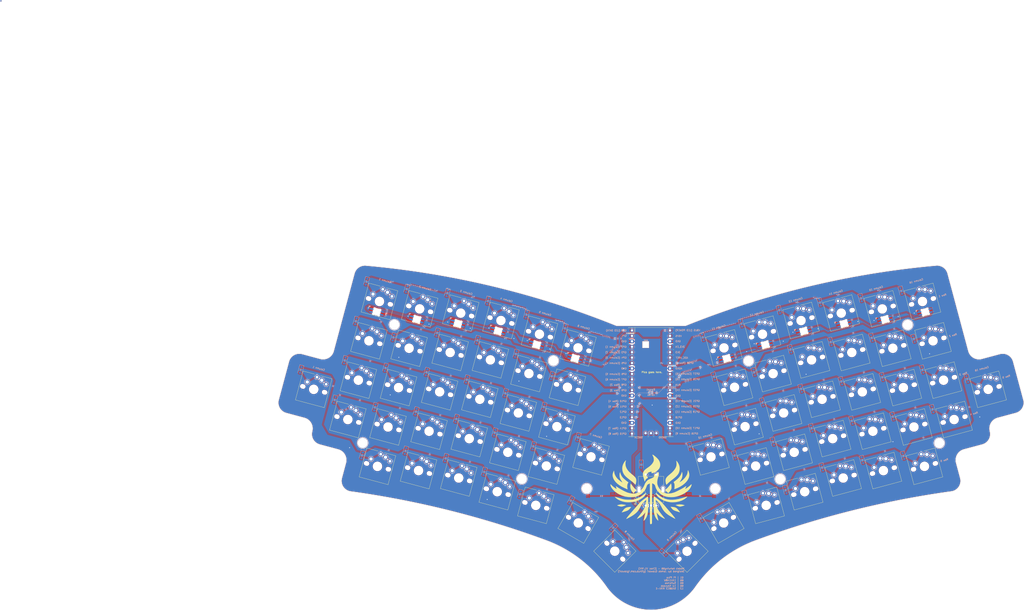
<source format=kicad_pcb>
(kicad_pcb (version 20240108) (generator "pcbnew") (generator_version "8.0")
  (title_block (title "Ashwing66") (date "2024-05-09") (rev "1") (company "James Gzowski"))
  (layers (0 "F.Cu" signal) (31 "B.Cu" signal) (34 "B.Paste" user) (35 "F.Paste" user) (36 "B.SilkS" user "B.Silkscreen") (37 "F.SilkS" user "F.Silkscreen") (38 "B.Mask" user) (39 "F.Mask" user) (44 "Edge.Cuts" user))
  (net 0 "")
  (net 1 "Net-(D2-A)")
  (net 2 "Net-(D3-A)")
  (net 3 "Net-(D4-A)")
  (net 4 "Net-(D5-A)")
  (net 5 "Net-(D6-A)")
  (net 6 "Net-(D7-A)")
  (net 7 "Net-(D8-A)")
  (net 8 "Net-(D9-A)")
  (net 9 "Net-(D10-A)")
  (net 10 "Net-(D11-A)")
  (net 11 "Net-(D16-A)")
  (net 12 "Net-(D17-A)")
  (net 13 "Net-(D18-A)")
  (net 14 "Net-(D19-A)")
  (net 15 "Net-(D20-A)")
  (net 16 "Net-(D21-A)")
  (net 17 "Net-(D22-A)")
  (net 18 "Net-(D23-A)")
  (net 19 "Net-(D24-A)")
  (net 20 "Net-(D25-A)")
  (net 21 "Net-(D26-A)")
  (net 22 "Net-(D27-A)")
  (net 23 "Net-(D32-A)")
  (net 24 "Net-(D33-A)")
  (net 25 "Net-(D34-A)")
  (net 26 "Net-(D35-A)")
  (net 27 "Net-(D36-A)")
  (net 28 "Net-(D37-A)")
  (net 29 "Net-(D38-A)")
  (net 30 "Net-(D39-A)")
  (net 31 "Net-(D40-A)")
  (net 32 "Net-(D41-A)")
  (net 33 "Net-(D42-A)")
  (net 34 "Net-(D43-A)")
  (net 35 "Net-(D44-A)")
  (net 36 "Net-(D48-A)")
  (net 37 "Net-(D49-A)")
  (net 38 "Net-(D50-A)")
  (net 39 "Net-(D51-A)")
  (net 40 "Net-(D52-A)")
  (net 41 "Net-(D53-A)")
  (net 42 "Net-(D54-A)")
  (net 43 "Net-(D55-A)")
  (net 44 "Net-(D56-A)")
  (net 45 "Net-(D57-A)")
  (net 46 "Net-(D58-A)")
  (net 47 "Net-(D59-A)")
  (net 48 "Net-(D60-A)")
  (net 49 "Net-(D64-A)")
  (net 50 "Net-(D65-A)")
  (net 51 "Net-(D66-A)")
  (net 52 "Net-(D67-A)")
  (net 53 "Net-(D68-A)")
  (net 54 "Net-(D69-A)")
  (net 55 "Net-(D70-A)")
  (net 56 "Net-(D71-A)")
  (net 57 "Net-(D72-A)")
  (net 58 "Net-(D73-A)")
  (net 59 "Net-(D74-A)")
  (net 60 "Net-(D75-A)")
  (net 61 "GND")
  (net 62 "Net-(D0-A)")
  (net 63 "Net-(D1-A)")
  (net 64 "Row_0")
  (net 65 "Row_1")
  (net 66 "Row_2")
  (net 67 "Row_4")
  (net 68 "Row_3")
  (net 69 "Col_0")
  (net 70 "Col_1")
  (net 71 "Col_2")
  (net 72 "Col_3")
  (net 73 "Col_4")
  (net 74 "Col_5")
  (net 75 "Col_6")
  (net 76 "Col_7")
  (net 77 "Col_8")
  (net 78 "Col_9")
  (net 79 "Col_10")
  (net 80 "Col_11")
  (net 81 "Col_12")
  (net 82 "Col_13")
  (net 83 "Col_14")
  (net 84 "Col_15")
  (net 85 "Net-(D61-A)")
  (net 86 "RUN")
  (net 87 "3V3")
  (net 88 "3V3EN")
  (net 89 "VSYS")
  (net 90 "VBUS")
  (net 91 "LED1")
  (net 92 "LED2")
  (net 93 "LED3")
  (net 94 "LED4")
  (net 95 "LED5")
  (net 96 "LED6")
  (net 97 "LED7")
  (net 98 "LED8")
  (net 99 "LED9")
  (net 100 "LED10")
  (net 101 "LED11")
  (net 102 "LED12")
  (net 103 "NET-(DEXT-A)")
  (net 104 "ROT_OUT")
  (net 105 "ROT_IN")
  (net 106 "ROT_BUT")
  (footprint "Button_Switch_Keyboard:SW_Cherry_Choc5_MX_1.00u_PCB_3D" (layer "F.Cu") (at 226.256772 166.307106 15)
    (property "Reference" "K44" (hide yes))
    (property "Value" "Blank" (hide yes))
  )
  (footprint "Button_Switch_Keyboard:SW_Cherry_Choc5_MX_1.00u_PCB_3D" (layer "F.Cu") (at 77.898899 153.637483 -15)
    (property "Reference" "K49" (hide yes))
    (property "Value" "Blank" (hide yes))
  )
  (footprint "Button_Switch_Keyboard:SW_Cherry_Choc5_MX_1.00u_PCB_3D" (layer "F.Cu") (at 321.122438 152.324632 15)
    (property "Reference" "K58" (hide yes))
    (property "Value" "Blank" (hide yes))
  )
  (footprint "Button_Switch_Keyboard:SW_Cherry_Choc5_MX_1.00u_PCB_3D" (layer "F.Cu") (at 237.266287 133.758883 15)
    (property "Reference" "K22" (hide yes))
    (property "Value" "Blank" (hide yes))
  )
  (footprint "Button_Switch_Keyboard:SW_Cherry_Choc5_MX_1.00u_PCB_3D" (layer "F.Cu") (at 311.261427 115.522865 15)
    (property "Reference" "K26" (hide yes))
    (property "Value" "Blank" (hide yes))
  )
  (footprint "Button_Switch_Keyboard:SW_Cherry_Choc5_MX_1.00u_PCB_3D" (layer "F.Cu") (at 306.863169 172.711877 15)
    (property "Reference" "K74" (hide yes))
    (property "Value" "Blank" (hide yes))
  )
  (footprint "Button_Switch_Keyboard:SW_Cherry_Choc5_MX_1.00u_PCB_3D" (layer "F.Cu") (at 82.829404 135.23659 -15)
    (property "Reference" "K33" (hide yes))
    (property "Value" "Blank" (hide yes))
  )
  (footprint "Button_Switch_Keyboard:SW_Cherry_Choc5_MX_1.00u_PCB" (layer "F.Cu") (at 68.970458 113.355347 -15)
    (property "Reference" "K16" (hide yes))
    (property "Value" "Blank" (hide yes))
  )
  (footprint "Button_Switch_Keyboard:SW_Cherry_Choc5_MX_1.00u_PCB_3D" (layer "F.Cu") (at 102.038014 137.201707 -15)
    (property "Reference" "K34" (hide yes))
    (property "Value" "Blank" (hide yes))
  )
  (footprint "Button_Switch_Keyboard:SW_Cherry_Choc5_MX_1.00u_PCB_LED" (layer "F.Cu") (at 73.91038 94.943831 -15)
    (property "Reference" "K0" (hide yes))
    (property "Value" "Blank" (hide yes))
    (fp_line (start -4.244999 10.857841) (end -4.245 9.452159) (stroke (width 0.1)) (layer "Edge.Cuts"))
    (fp_line (start -3.339453 8.655002) (end -1.750546 8.655001) (stroke (width 0.1)) (layer "Edge.Cuts"))
    (fp_line (start -1.75055 11.654999) (end -3.339454 11.655001) (stroke (width 0.1)) (layer "Edge.Cuts"))
    (fp_line (start -0.844998 9.452157) (end -0.845 10.857842) (stroke (width 0.1)) (layer "Edge.Cuts"))
    (fp_arc (start -4.244999 10.857845) (mid -4.257528 10.969069) (end -4.294484 11.07472) (stroke (width 0.1)) (layer "Edge.Cuts"))
    (fp_arc (start -4.294485 9.23528) (mid -4.257526 9.340932) (end -4.245 9.452159) (stroke (width 0.1)) (layer "Edge.Cuts"))
    (fp_arc (start -4.294484 9.235281) (mid -4.183072 8.650965) (end -3.591711 8.5867) (stroke (width 0.1)) (layer "Edge.Cuts"))
    (fp_arc (start -3.591712 11.723299) (mid -4.183072 11.659036) (end -4.294484 11.07472) (stroke (width 0.1)) (layer "Edge.Cuts"))
    (fp_arc (start -3.591712 11.723299) (mid -3.470124 11.672379) (end -3.339454 11.655001) (stroke (width 0.1)) (layer "Edge.Cuts"))
    (fp_arc (start -3.339453 8.655002) (mid -3.470123 8.637626) (end -3.591711 8.5867) (stroke (width 0.1)) (layer "Edge.Cuts"))
    (fp_arc (start -1.750548 11.655001) (mid -1.619879 11.672381) (end -1.498289 11.723297) (stroke (width 0.1)) (layer "Edge.Cuts"))
    (fp_arc (start -1.498291 8.586701) (mid -1.619878 8.637621) (end -1.750546 8.655001) (stroke (width 0.1)) (layer "Edge.Cuts"))
    (fp_arc (start -1.498288 8.586702) (mid -0.906929 8.650966) (end -0.795516 9.23528) (stroke (width 0.1)) (layer "Edge.Cuts"))
    (fp_arc (start -0.795516 11.074719) (mid -0.906926 11.659037) (end -1.498289 11.723297) (stroke (width 0.1)) (layer "Edge.Cuts"))
    (fp_arc (start -0.795516 11.074719) (mid -0.832481 10.969069) (end -0.845 10.857842) (stroke (width 0.1)) (layer "Edge.Cuts"))
    (fp_arc (start -0.845002 9.452157) (mid -0.832476 9.340931) (end -0.795516 9.23528) (stroke (width 0.1)) (layer "Edge.Cuts"))
  )
  (footprint "Button_Switch_Keyboard:SW_Cherry_Choc5_MX_1.00u_PCB_LED_3D2" (layer "F.Cu") (at 325.120381 93.641612 15)
    (property "Reference" "K11" (hide yes))
    (property "Value" "Blank" (hide yes))
    (fp_line (start -4.244996 10.857842) (end -4.244998 9.452158) (stroke (width 0.1)) (layer "Edge.Cuts"))
    (fp_line (start -3.339453 8.655001) (end -1.750549 8.655001) (stroke (width 0.1)) (layer "Edge.Cuts"))
    (fp_line (start -1.750552 11.654997) (end -3.339453 11.655001) (stroke (width 0.1)) (layer "Edge.Cuts"))
    (fp_line (start -0.844999 9.452162) (end -0.844998 10.857842) (stroke (width 0.1)) (layer "Edge.Cuts"))
    (fp_arc (start -4.294483 9.235279) (mid -4.257527 9.340932) (end -4.244998 9.452158) (stroke (width 0.1)) (layer "Edge.Cuts"))
    (fp_arc (start -4.294483 9.235282) (mid -4.18307 8.650966) (end -3.59171 8.586702) (stroke (width 0.1)) (layer "Edge.Cuts"))
    (fp_arc (start -4.244996 10.857842) (mid -4.257524 10.96907) (end -4.294486 11.074721) (stroke (width 0.1)) (layer "Edge.Cuts"))
    (fp_arc (start -3.339453 8.655001) (mid -3.470122 8.637624) (end -3.59171 8.586702) (stroke (width 0.1)) (layer "Edge.Cuts"))
    (fp_arc (start -3.591711 11.723299) (mid -4.183071 11.659036) (end -4.294486 11.074721) (stroke (width 0.1)) (layer "Edge.Cuts"))
    (fp_arc (start -3.591711 11.723299) (mid -3.470121 11.672382) (end -3.339453 11.655001) (stroke (width 0.1)) (layer "Edge.Cuts"))
    (fp_arc (start -1.498292 8.586701) (mid -0.906924 8.650957) (end -0.795516 9.23528) (stroke (width 0.1)) (layer "Edge.Cuts"))
    (fp_arc (start -1.49829 8.586701) (mid -1.619878 8.637623) (end -1.750549 8.655001) (stroke (width 0.1)) (layer "Edge.Cuts"))
    (fp_arc (start -1.750546 11.654998) (mid -1.619874 11.672373) (end -1.498287 11.723299) (stroke (width 0.1)) (layer "Edge.Cuts"))
    (fp_arc (start -0.844999 9.452162) (mid -0.832472 9.340934) (end -0.795516 9.23528) (stroke (width 0.1)) (layer "Edge.Cuts"))
    (fp_arc (start -0.795517 11.074722) (mid -0.906927 11.659038) (end -1.498287 11.723299) (stroke (width 0.1)) (layer "Edge.Cuts"))
    (fp_arc (start -0.795517 11.074722) (mid -0.832483 10.969072) (end -0.844998 10.857842) (stroke (width 0.1)) (layer "Edge.Cuts"))
  )
  (footprint "Button_Switch_Keyboard:SW_Cherry_Choc5_MX_1.00u_PCB_3D" (layer "F.Cu") (at 110.953499 177.48315 -15)
    (property "Reference" "K66" (hide yes))
    (property "Value" "Blank" (hide yes))
  )
  (footprint "Button_Switch_Keyboard:SW_Cherry_Choc5_MX_1.00u_PCB_3D" (layer "F.Cu") (at 138.830369 147.073335 -15)
    (property "Reference" "K36" (hide yes))
    (property "Value" "Blank" (hide yes))
  )
  (footprint "Button_Switch_Keyboard:SW_Cherry_Choc5_MX_1.00u_PCB_LED_3D2" (layer "F.Cu") (at 232.335785 115.358006 15)
    (property "Reference" "K6" (hide yes))
    (property "Value" "Blank" (hide yes))
    (fp_line (start -4.244996 10.857842) (end -4.244998 9.452158) (stroke (width 0.1)) (layer "Edge.Cuts"))
    (fp_line (start -3.339453 8.655001) (end -1.750549 8.655001) (stroke (width 0.1)) (layer "Edge.Cuts"))
    (fp_line (start -1.750552 11.654997) (end -3.339453 11.655001) (stroke (width 0.1)) (layer "Edge.Cuts"))
    (fp_line (start -0.844999 9.452162) (end -0.844998 10.857842) (stroke (width 0.1)) (layer "Edge.Cuts"))
    (fp_arc (start -4.294483 9.235279) (mid -4.257527 9.340932) (end -4.244998 9.452158) (stroke (width 0.1)) (layer "Edge.Cuts"))
    (fp_arc (start -4.294483 9.235282) (mid -4.18307 8.650966) (end -3.59171 8.586702) (stroke (width 0.1)) (layer "Edge.Cuts"))
    (fp_arc (start -4.244996 10.857842) (mid -4.257524 10.96907) (end -4.294486 11.074721) (stroke (width 0.1)) (layer "Edge.Cuts"))
    (fp_arc (start -3.339453 8.655001) (mid -3.470122 8.637624) (end -3.59171 8.586702) (stroke (width 0.1)) (layer "Edge.Cuts"))
    (fp_arc (start -3.591711 11.723299) (mid -4.183071 11.659036) (end -4.294486 11.074721) (stroke (width 0.1)) (layer "Edge.Cuts"))
    (fp_arc (start -3.591711 11.723299) (mid -3.470121 11.672382) (end -3.339453 11.655001) (stroke (width 0.1)) (layer "Edge.Cuts"))
    (fp_arc (start -1.498292 8.586701) (mid -0.906924 8.650957) (end -0.795516 9.23528) (stroke (width 0.1)) (layer "Edge.Cuts"))
    (fp_arc (start -1.49829 8.586701) (mid -1.619878 8.637623) (end -1.750549 8.655001) (stroke (width 0.1)) (layer "Edge.Cuts"))
    (fp_arc (start -1.750546 11.654998) (mid -1.619874 11.672373) (end -1.498287 11.723299) (stroke (width 0.1)) (layer "Edge.Cuts"))
    (fp_arc (start -0.844999 9.452162) (mid -0.832472 9.340934) (end -0.795516 9.23528) (stroke (width 0.1)) (layer "Edge.Cuts"))
    (fp_arc (start -0.795517 11.074722) (mid -0.906927 11.659038) (end -1.498287 11.723299) (stroke (width 0.1)) (layer "Edge.Cuts"))
    (fp_arc (start -0.795517 11.074722) (mid -0.832483 10.969072) (end -0.844998 10.857842) (stroke (width 0.1)) (layer "Edge.Cuts"))
  )
  (footprint "Button_Switch_Keyboard:SW_Cherry_Choc5_MX_1.00u_PCB_LED_3D2" (layer "F.Cu") (at 306.328083 97.135888 15)
    (property "Reference" "K10" (hide yes))
    (property "Value" "Blank" (hide yes))
    (fp_line (start -4.244996 10.857842) (end -4.244998 9.452158) (stroke (width 0.1)) (layer "Edge.Cuts"))
    (fp_line (start -3.339453 8.655001) (end -1.750549 8.655001) (stroke (width 0.1)) (layer "Edge.Cuts"))
    (fp_line (start -1.750552 11.654997) (end -3.339453 11.655001) (stroke (width 0.1)) (layer "Edge.Cuts"))
    (fp_line (start -0.844999 9.452162) (end -0.844998 10.857842) (stroke (width 0.1)) (layer "Edge.Cuts"))
    (fp_arc (start -4.294483 9.235279) (mid -4.257527 9.340932) (end -4.244998 9.452158) (stroke (width 0.1)) (layer "Edge.Cuts"))
    (fp_arc (start -4.294483 9.235282) (mid -4.18307 8.650966) (end -3.59171 8.586702) (stroke (width 0.1)) (layer "Edge.Cuts"))
    (fp_arc (start -4.244996 10.857842) (mid -4.257524 10.96907) (end -4.294486 11.074721) (stroke (width 0.1)) (layer "Edge.Cuts"))
    (fp_arc (start -3.339453 8.655001) (mid -3.470122 8.637624) (end -3.59171 8.586702) (stroke (width 0.1)) (layer "Edge.Cuts"))
    (fp_arc (start -3.591711 11.723299) (mid -4.183071 11.659036) (end -4.294486 11.074721) (stroke (width 0.1)) (layer "Edge.Cuts"))
    (fp_arc (start -3.591711 11.723299) (mid -3.470121 11.672382) (end -3.339453 11.655001) (stroke (width 0.1)) (layer "Edge.Cuts"))
    (fp_arc (start -1.498292 8.586701) (mid -0.906924 8.650957) (end -0.795516 9.23528) (stroke (width 0.1)) (layer "Edge.Cuts"))
    (fp_arc (start -1.49829 8.586701) (mid -1.619878 8.637623) (end -1.750549 8.655001) (stroke (width 0.1)) (layer "Edge.Cuts"))
    (fp_arc (start -1.750546 11.654998) (mid -1.619874 11.672373) (end -1.498287 11.723299) (stroke (width 0.1)) (layer "Edge.Cuts"))
    (fp_arc (start -0.844999 9.452162) (mid -0.832472 9.340934) (end -0.795516 9.23528) (stroke (width 0.1)) (layer "Edge.Cuts"))
    (fp_arc (start -0.795517 11.074722) (mid -0.906927 11.659038) (end -1.498287 11.723299) (stroke (width 0.1)) (layer "Edge.Cuts"))
    (fp_arc (start -0.795517 11.074722) (mid -0.832483 10.969072) (end -0.844998 10.857842) (stroke (width 0.1)) (layer "Edge.Cuts"))
  )
  (footprint "Keebio-Parts:RotaryEncoder_EC11" (layer "F.Cu") (at 197.083552 187.100917 90)
    (property "Reference" "RotEnc")
    (property "Value" "RotaryEncoder_EC11" (hide yes))
  )
  (footprint "Button_Switch_Keyboard:SW_Cherry_Choc5_MX_1.00u_PCB_3D" (layer "F.Cu") (at 330.050885 112.042499 15)
    (property "Reference" "K27" (hide yes))
    (property "Value" "Blank" (hide yes))
  )
  (footprint "Button_Switch_Keyboard:SW_Cherry_Choc5_MX_1.00u_PCB_3D" (layer "F.Cu") (at 133.909278 165.46359 -15)
    (property "Reference" "K52" (hide yes))
    (property "Value" "Blank" (hide yes))
  )
  (footprint "Button_Switch_Keyboard:SW_Cherry_Choc5_MX_1.00u_PCB_3D" (layer "F.Cu") (at 185.532339 214.142336 -45)
    (property "Reference" "K69" (hide yes))
    (property "Value" "Blank" (hide yes))
  )
  (footprint "Button_Switch_Keyboard:SW_Cherry_Choc5_MX_1.00u_PCB_3D" (layer "F.Cu") (at 270.061398 182.572889 15)
    (property "Reference" "K72" (hide yes))
    (property "Value" "Blank" (hide yes))
  )
  (footprint "Button_Switch_Keyboard:SW_Cherry_Choc5_MX_1.00u_PCB_3D" (layer "F.Cu") (at 355.845812 134.721034 15)
    (property "Reference" "K44" (hide yes))
    (property "Value" "Blank" (hide yes))
  )
  (footprint "Lily58-footprint:HOLE_M2_TH" (layer "F.Cu") (at 167.054036 186.687989)
    (property "Reference" "TH3" (hide yes))
    (property "Value" "HOLE" (hide yes))
  )
  (footprint "Button_Switch_Keyboard:SW_Cherry_Choc5_MX_1.00u_PCB_3D" (layer "F.Cu") (at 156.846236 153.465282 -15)
    (property "Reference" "K37" (hide yes))
    (property "Value" "Blank" (hide yes))
  )
  (footprint "Button_Switch_Keyboard:SW_Cherry_Choc5_MX_1.00u_PCB_3D" (layer "F.Cu") (at 255.269889 127.370228 15)
    (property "Reference" "K23" (hide yes))
    (property "Value" "Blank" (hide yes))
  )
  (footprint "Button_Switch_Keyboard:SW_Cherry_Choc5_MX_1.00u_PCB_3D" (layer "F.Cu") (at 265.133746 164.158088 15)
    (property "Reference" "K55" (hide yes))
    (property "Value" "Blank" (hide yes))
  )
  (footprint "Button_Switch_Keyboard:SW_Cherry_Choc5_MX_1.00u_PCB_3D" (layer "F.Cu") (at 242.196788 152.159775 15)
    (property "Reference" "K38" (hide yes))
    (property "Value" "Blank" (hide yes))
  )
  (footprint "Button_Switch_Keyboard:SW_Cherry_Choc5_MX_1.00u_PCB_3D" (layer "F.Cu") (at 143.77029 128.661823 -15)
    (property "Reference" "K20" (hide yes))
    (property "Value" "Blank" (hide yes))
  )
  (footprint "Button_Switch_Keyboard:SW_Cherry_Choc5_MX_1.00u_PCB_3D" (layer "F.Cu") (at 172.790388 167.600764 -15)
    (property "Reference" "K60" (hide yes))
    (property "Value" "Blank" (hide yes))
  )
  (footprint "Button_Switch_Keyboard:SW_Cherry_Choc5_MX_1.00u_PCB_3D" (layer "F.Cu") (at 161.776738 135.064396 -15)
    (property "Reference" "K21" (hide yes))
    (property "Value" "Blank" (hide yes))
  )
  (footprint "Button_Switch_Keyboard:SW_Cherry_Choc5_MX_1.00u_PCB_3D" (layer "F.Cu") (at 283.13734 157.769425 15)
    (property "Reference" "K56" (hide yes))
    (property "Value" "Blank" (hide yes))
  )
  (footprint "Button_Switch_Keyboard:SW_Cherry_Choc5_MX_1.00u_PCB_3D" (layer "F.Cu") (at 288.065 176.184225 15)
    (property "Reference" "K73" (hide yes))
    (property "Value" "Blank" (hide yes))
  )
  (footprint "Button_Switch_Keyboard:SW_Cherry_Choc5_MX_1.00u_PCB_3D" (layer "F.Cu") (at 167.824017 199.616295 -30)
    (property "Reference" "K69" (hide yes))
    (property "Value" "Blank" (hide yes))
  )
  (footprint "Button_Switch_Keyboard:SW_Cherry_Choc5_MX_1.00u_PCB_3D" (layer "F.Cu") (at 247.124453 170.574578 15)
    (property "Reference" "K54" (hide yes))
    (property "Value" "Blank" (hide yes))
  )
  (footprint "Button_Switch_Keyboard:SW_Cherry_Choc5_MX_1.00u_PCB_3D" (layer "F.Cu") (at 146.985231 190.267054 -15)
    (property "Reference" "K68" (hide yes))
    (property "Value" "Blank" (hide yes))
  )
  (footprint "Button_Switch_Keyboard:SW_Cherry_Choc5_MX_1.00u_PCB_3D" (layer "F.Cu") (at 273.276343 120.967655 15)
    (property "Reference" "K24" (hide yes))
    (property "Value" "Blank" (hide yes))
  )
  (footprint "Button_Switch_Keyboard:SW_Cherry_Choc5_MX_1.00u_PCB_3D" (layer "F.Cu") (at 106.9591 118.811437 -15)
    (property "Reference" "K18" (hide yes))
    (property "Value" "Blank" (hide yes))
  )
  (footprint "Lily58-footprint:HOLE_M2_TH" (layer "F.Cu") (at 136.663283 182.16828)
    (property "Reference" "TH3" (hide yes))
    (property "Value" "HOLE" (hide yes))
  )
  (footprint "Button_Switch_Keyboard:SW_Cherry_Choc5_MX_1.00u_PCB_LED_3D2" (layer "F.Cu") (at 148.700795 110.260938 -15)
    (property "Reference" "K4" (hide yes))
    (property "Value" "Blank" (hide yes))
    (fp_line (start -4.244997 10.857843) (end -4.244998 9.452158) (stroke (width 0.1)) (layer "Edge.Cuts"))
    (fp_line (start -3.339453 8.655002) (end -1.750549 8.655) (stroke (width 0.1)) (layer "Edge.Cuts"))
    (fp_line (start -1.750551 11.654998) (end -3.339454 11.655001) (stroke (width 0.1)) (layer "Edge.Cuts"))
    (fp_line (start -0.845002 9.452157) (end -0.844999 10.857841) (stroke (width 0.1)) (layer "Edge.Cuts"))
    (fp_arc (start -4.244997 10.857843) (mid -4.257527 10.969068) (end -4.294484 11.074719) (stroke (width 0.1)) (layer "Edge.Cuts"))
    (fp_arc (start -4.294483 9.235282) (mid -4.183071 8.650965) (end -3.591711 8.586697) (stroke (width 0.1)) (layer "Edge.Cuts"))
    (fp_arc (start -4.294483 9.235278) (mid -4.257526 9.340931) (end -4.244998 9.452158) (stroke (width 0.1)) (layer "Edge.Cuts"))
    (fp_arc (start -3.591712 11.723299) (mid -4.183073 11.659035) (end -4.294484 11.074719) (stroke (width 0.1)) (layer "Edge.Cuts"))
    (fp_arc (start -3.591712 11.723299) (mid -3.470124 11.672379) (end -3.339454 11.655001) (stroke (width 0.1)) (layer "Edge.Cuts"))
    (fp_arc (start -3.339453 8.655002) (mid -3.470125 8.637625) (end -3.591711 8.586697) (stroke (width 0.1)) (layer "Edge.Cuts"))
    (fp_arc (start -1.750547 11.654998) (mid -1.619875 11.672374) (end -1.498287 11.723299) (stroke (width 0.1)) (layer "Edge.Cuts"))
    (fp_arc (start -1.498291 8.586701) (mid -1.619879 8.637621) (end -1.750549 8.655) (stroke (width 0.1)) (layer "Edge.Cuts"))
    (fp_arc (start -1.498291 8.586701) (mid -0.906927 8.650961) (end -0.795516 9.23528) (stroke (width 0.1)) (layer "Edge.Cuts"))
    (fp_arc (start -0.795518 11.07472) (mid -0.906929 11.659033) (end -1.498287 11.723299) (stroke (width 0.1)) (layer "Edge.Cuts"))
    (fp_arc (start -0.795518 11.07472) (mid -0.832484 10.96907) (end -0.844999 10.857841) (stroke (width 0.1)) (layer "Edge.Cuts"))
    (fp_arc (start -0.845002 9.452157) (mid -0.832476 9.340931) (end -0.795516 9.23528) (stroke (width 0.1)) (layer "Edge.Cuts"))
  )
  (footprint "Button_Switch_Keyboard:SW_Cherry_Choc5_MX_1.00u_PCB_3D" (layer "F.Cu") (at 72.968398 172.038363 -15)
    (property "Reference" "K64" (hide yes))
    (property "Value" "Blank" (hide yes))
  )
  (footprint "Button_Switch_Keyboard:SW_Cherry_Choc5_MX_1.00u_PCB_3D" (layer "F.Cu") (at 339.911891 148.84428 15)
    (property "Reference" "K59" (hide yes))
    (property "Value" "Blank" (hide yes))
  )
  (footprint "Button_Switch_Keyboard:SW_Cherry_Choc5_MX_1.00u_PCB_3D" (layer "F.Cu") (at 316.189086 133.937657 15)
    (property "Reference" "K42" (hide yes))
    (property "Value" "Blank" (hide yes))
  )
  (footprint "Button_Switch_Keyboard:SW_Cherry_Choc5_MX_1.00u_PCB_3D" (layer "F.Cu") (at 115.883997 159.082272 -15)
    (property "Reference" "K51" (hide yes))
    (property "Value" "Blank" (hide yes))
  )
  (footprint "Button_Switch_Keyboard:SW_Cherry_Choc5_MX_1.00u_PCB_LED_3D2" (layer "F.Cu") (at 111.889593 100.410555 -15)
    (property "Reference" "K2" (hide yes))
    (property "Value" "Blank" (hide yes))
    (fp_line (start -4.244997 10.857843) (end -4.244998 9.452158) (stroke (width 0.1)) (layer "Edge.Cuts"))
    (fp_line (start -3.339453 8.655002) (end -1.750549 8.655) (stroke (width 0.1)) (layer "Edge.Cuts"))
    (fp_line (start -1.750551 11.654998) (end -3.339454 11.655001) (stroke (width 0.1)) (layer "Edge.Cuts"))
    (fp_line (start -0.845002 9.452157) (end -0.844999 10.857841) (stroke (width 0.1)) (layer "Edge.Cuts"))
    (fp_arc (start -4.244997 10.857843) (mid -4.257527 10.969068) (end -4.294484 11.074719) (stroke (width 0.1)) (layer "Edge.Cuts"))
    (fp_arc (start -4.294483 9.235282) (mid -4.183071 8.650965) (end -3.591711 8.586697) (stroke (width 0.1)) (layer "Edge.Cuts"))
    (fp_arc (start -4.294483 9.235278) (mid -4.257526 9.340931) (end -4.244998 9.452158) (stroke (width 0.1)) (layer "Edge.Cuts"))
    (fp_arc (start -3.591712 11.723299) (mid -4.183073 11.659035) (end -4.294484 11.074719) (stroke (width 0.1)) (layer "Edge.Cuts"))
    (fp_arc (start -3.591712 11.723299) (mid -3.470124 11.672379) (end -3.339454 11.655001) (stroke (width 0.1)) (layer "Edge.Cuts"))
    (fp_arc (start -3.339453 8.655002) (mid -3.470125 8.637625) (end -3.591711 8.586697) (stroke (width 0.1)) (layer "Edge.Cuts"))
    (fp_arc (start -1.750547 11.654998) (mid -1.619875 11.672374) (end -1.498287 11.723299) (stroke (width 0.1)) (layer "Edge.Cuts"))
    (fp_arc (start -1.498291 8.586701) (mid -1.619879 8.637621) (end -1.750549 8.655) (stroke (width 0.1)) (layer "Edge.Cuts"))
    (fp_arc (start -1.498291 8.586701) (mid -0.906927 8.650961) (end -0.795516 9.23528) (stroke (width 0.1)) (layer "Edge.Cuts"))
    (fp_arc (start -0.795518 11.07472) (mid -0.906929 11.659033) (end -1.498287 11.723299) (stroke (width 0.1)) (layer "Edge.Cuts"))
    (fp_arc (start -0.795518 11.07472) (mid -0.832484 10.96907) (end -0.844999 10.857841) (stroke (width 0.1)) (layer "Edge.Cuts"))
    (fp_arc (start -0.845002 9.452157) (mid -0.832476 9.340931) (end -0.795516 9.23528) (stroke (width 0.1)) (layer "Edge.Cuts"))
  )
  (footprint "Button_Switch_Keyboard:SW_Cherry_Choc5_MX_1.00u_PCB_3D" (layer "F.Cu") (at 334.981384 130.443392 15)
    (property "Reference" "K43" (hide yes))
    (property "Value" "Blank" (hide yes))
  )
  (footprint "LOGO" (layer "F.Cu") (at 197.183948 186.398151)
    (property "Reference" "G***" (hide yes))
    (property "Value" "LOGO" (hide yes))
  )
  (footprint "Button_Switch_Keyboard:SW_Cherry_Choc5_MX_1.00u_PCB_3D" (layer "F.Cu") (at 128.969364 183.875109 -15)
    (property "Reference" "K67" (hide yes))
    (property "Value" "Blank" (hide yes))
  )
  (footprint "Button_Switch_Keyboard:SW_Cherry_Choc5_MX_1.00u_PCB_LED_3D2" (layer "F.Cu") (at 250.342234 108.955426 15)
    (property "Reference" "K7" (hide yes))
    (property "Value" "Blank" (hide yes))
    (fp_line (start -4.244996 10.857842) (end -4.244998 9.452158) (stroke (width 0.1)) (layer "Edge.Cuts"))
    (fp_line (start -3.339453 8.655001) (end -1.750549 8.655001) (stroke (width 0.1)) (layer "Edge.Cuts"))
    (fp_line (start -1.750552 11.654997) (end -3.339453 11.655001) (stroke (width 0.1)) (layer "Edge.Cuts"))
    (fp_line (start -0.844999 9.452162) (end -0.844998 10.857842) (stroke (width 0.1)) (layer "Edge.Cuts"))
    (fp_arc (start -4.294483 9.235279) (mid -4.257527 9.340932) (end -4.244998 9.452158) (stroke (width 0.1)) (layer "Edge.Cuts"))
    (fp_arc (start -4.294483 9.235282) (mid -4.18307 8.650966) (end -3.59171 8.586702) (stroke (width 0.1)) (layer "Edge.Cuts"))
    (fp_arc (start -4.244996 10.857842) (mid -4.257524 10.96907) (end -4.294486 11.074721) (stroke (width 0.1)) (layer "Edge.Cuts"))
    (fp_arc (start -3.339453 8.655001) (mid -3.470122 8.637624) (end -3.59171 8.586702) (stroke (width 0.1)) (layer "Edge.Cuts"))
    (fp_arc (start -3.591711 11.723299) (mid -4.183071 11.659036) (end -4.294486 11.074721) (stroke (width 0.1)) (layer "Edge.Cuts"))
    (fp_arc (start -3.591711 11.723299) (mid -3.470121 11.672382) (end -3.339453 11.655001) (stroke (width 0.1)) (layer "Edge.Cuts"))
    (fp_arc (start -1.498292 8.586701) (mid -0.906924 8.650957) (end -0.795516 9.23528) (stroke (width 0.1)) (layer "Edge.Cuts"))
    (fp_arc (start -1.49829 8.586701) (mid -1.619878 8.637623) (end -1.750549 8.655001) (stroke (width 0.1)) (layer "Edge.Cuts"))
    (fp_arc (start -1.750546 11.654998) (mid -1.619874 11.672373) (end -1.498287 11.723299) (stroke (width 0.1)) (layer "Edge.Cuts"))
    (fp_arc (start -0.844999 9.452162) (mid -0.832472 9.340934) (end -0.795516 9.23528) (stroke (width 0.1)) (layer "Edge.Cuts"))
    (fp_arc (start -0.795517 11.074722) (mid -0.906927 11.659038) (end -1.498287 11.723299) (stroke (width 0.1)) (layer "Edge.Cuts"))
    (fp_arc (start -0.795517 11.074722) (mid -0.832483 10.969072) (end -0.844998 10.857842) (stroke (width 0.1)) (layer "Edge.Cuts"))
  )
  (footprint "Button_Switch_Keyboard:SW_Cherry_Choc5_MX_1.00u_PCB_3D" (layer "F.Cu") (at 326.052946 170.725521 15)
    (property "Reference" "K75" (hide yes))
    (property "Value" "Blank" (hide yes))
  )
  (footprint "Button_Switch_Keyboard:SW_Cherry_Choc5_MX_1.00u_PCB_3D" (layer "F.Cu") (at 125.754429 122.269875 -15)
    (property "Reference" "K19" (hide yes))
    (property "Value" "Blank" (hide yes))
  )
  (footprint "MCU_RaspberryPi_and_Boards:RPi_Pico_SMD_TH" (layer "F.Cu") (at 197.067041 136.881298)
    (property "Reference" "pico" (hide yes))
    (property "Value" "" (hide yes))
  )
  (footprint "Button_Switch_Keyboard:SW_Cherry_Choc5_MX_1.00u_PCB_LED_3D2" (layer "F.Cu") (at 287.144012 99.094427 15)
    (property "Reference" "K9" (hide yes))
    (property "Value" "Blank" (hide yes))
    (fp_line (start -4.244996 10.857842) (end -4.244998 9.452158) (stroke (width 0.1)) (layer "Edge.Cuts"))
    (fp_line (start -3.339453 8.655001) (end -1.750549 8.655001) (stroke (width 0.1)) (layer "Edge.Cuts"))
    (fp_line (start -1.750552 11.654997) (end -3.339453 11.655001) (stroke (width 0.1)) (layer "Edge.Cuts"))
    (fp_line (start -0.844999 9.452162) (end -0.844998 10.857842) (stroke (width 0.1)) (layer "Edge.Cuts"))
    (fp_arc (start -4.294483 9.235279) (mid -4.257527 9.340932) (end -4.244998 9.452158) (stroke (width 0.1)) (layer "Edge.Cuts"))
    (fp_arc (start -4.294483 9.235282) (mid -4.18307 8.650966) (end -3.59171 8.586702) (stroke (width 0.1)) (layer "Edge.Cuts"))
    (fp_arc (start -4.244996 10.857842) (mid -4.257524 10.96907) (end -4.294486 11.074721) (stroke (width 0.1)) (layer "Edge.Cuts"))
    (fp_arc (start -3.339453 8.655001) (mid -3.470122 8.637624) (end -3.59171 8.586702) (stroke (width 0.1)) (layer "Edge.Cuts"))
    (fp_arc (start -3.591711 11.723299) (mid -4.183071 11.659036) (end -4.294486 11.074721) (stroke (width 0.1)) (layer "Edge.Cuts"))
    (fp_arc (start -3.591711 11.723299) (mid -3.470121 11.672382) (end -3.339453 11.655001) (stroke (width 0.1)) (layer "Edge.Cuts"))
    (fp_arc (start -1.498292 8.586701) (mid -0.906924 8.650957) (end -0.795516 9.23528) (stroke (width 0.1)) (layer "Edge.Cuts"))
    (fp_arc (start -1.49829 8.586701) (mid -1.619878 8.637623) (end -1.750549 8.655001) (stroke (width 0.1)) (layer "Edge.Cuts"))
    (fp_arc (start -1.750546 11.654998) (mid -1.619874 11.672373) (end -1.498287 11.723299) (stroke (width 0.1)) (layer "Edge.Cuts"))
    (fp_arc (start -0.844999 9.452162) (mid -0.832472 9.340934) (end -0.795516 9.23528) (stroke (width 0.1)) (layer "Edge.Cuts"))
    (fp_arc (start -0.795517 11.074722) (mid -0.906927 11.659038) (end -1.498287 11.723299) (stroke (width 0.1)) (layer "Edge.Cuts"))
    (fp_arc (start -0.795517 11.074722) (mid -0.832483 10.969072) (end -0.844998 10.857842) (stroke (width 0.1)) (layer "Edge.Cuts"))
  )
  (footprint "Button_Switch_Keyboard:SW_Cherry_Choc5_MX_1.00u_PCB_3D" (layer "F.Cu") (at 92.167589 174.014102 -15)
    (property "Reference" "K65" (hide yes))
    (property "Value" "Blank" (hide yes))
  )
  (footprint "Button_Switch_Keyboard:SW_Cherry_Choc5_MX_1.00u_PCB_3D" (layer "F.Cu") (at 297.002169 135.910107 15)
    (property "Reference" "K41" (hide yes))
    (property "Value" "Blank" (hide yes))
  )
  (footprint "Button_Switch_Keyboard:SW_Cherry_Choc5_MX_1.00u_PCB_3D" (layer "F.Cu") (at 120.814507 140.681385 -15)
    (property "Reference" "K35" (hide yes))
    (property "Value" "Blank" (hide yes))
  )
  (footprint "Button_Switch_Keyboard:SW_Cherry_Choc5_MX_1.00u_PCB_3D" (layer "F.Cu") (at 43.169754 136.041338 -15)
    (property "Reference" "K60" (hide yes))
    (property "Value" "Blank" (hide yes))
  )
  (footprint "Button_Switch_Keyboard:SW_Cherry_Choc5_MX_1.00u_PCB_3D" (layer "F.Cu") (at 64.039962 131.756235 -15)
    (property "Reference" "K32" (hide yes))
    (property "Value" "Blank" (hide yes))
  )
  (footprint "Button_Switch_Keyboard:SW_Cherry_Choc5_MX_1.00u_PCB_3D" (layer "F.Cu") (at 59.118876 150.146492 -15)
    (property "Reference" "K48" (hide yes))
    (property "Value" "Blank" (hide yes))
  )
  (footprint "Lily58-footprint:HOLE_M2_TH" (layer "F.Cu") (at 151.467732 126.917321)
    (property "Reference" "TH3" (hide yes))
    (property "Value" "HOLE" (hide yes))
  )
  (footprint "Button_Switch_Keyboard:SW_Cherry_Choc5_MX_1.00u_PCB_3D" (layer "F.Cu") (at 252.057799 188.961551 15)
    (property "Reference" "K71" (hide yes))
    (property "Value" "Blank" (hide yes))
  )
  (footprint "Button_Switch_Keyboard:SW_Cherry_Choc5_MX_1.00u_PCB_3D" (layer "F.Cu") (at 97.098085 155.613216 -15)
    (property "Reference" "K50" (hide yes))
    (property "Value" "Blank" (hide yes))
  )
  (footprint "Lily58-footprint:HOLE_M2_TH" (layer "F.Cu") (at 77.094197 110.068938)
    (property "Reference" "TH3" (hide yes))
    (property "Value" "HOLE" (hide yes))
  )
  (footprint "Button_Switch_Keyboard:SW_Cherry_Choc5_MX_1.00u_PCB_3D" (layer "F.Cu") (at 151.91574 171.866166 -15)
    (property "Reference" "K53" (hide yes))
    (property "Value" "Blank" (hide yes))
  )
  (footprint "Button_Switch_Keyboard:SW_Cherry_Choc5_MX_1.00u_PCB_3D" (layer "F.Cu") (at 301.935514 154.297089 15)
    (property "Reference" "K57" (hide yes))
    (property "Value" "Blank" (hide yes))
  )
  (footprint "Button_Switch_Keyboard:SW_Cherry_Choc5_MX_1.00u_PCB_3D" (layer "F.Cu") (at 260.200398 145.771116 15)
    (property "Reference" "K39" (hide yes))
    (property "Value" "Blank" (hide yes))
  )
  (footprint "Button_Switch_Keyboard:SW_Cherry_Choc5_MX_1.00u_PCB_3D" (layer "F.Cu") (at 292.074517 117.495321 15)
    (property "Reference" "K25" (hide yes))
    (property "Value" "Blank" (hide yes))
  )
  (footprint "Button_Switch_Keyboard:SW_Cherry_Choc5_MX_1.00u_PCB_3D" (layer "F.Cu") (at 87.75991 116.835704 -15)
    (property "Reference" "K17" (hide yes))
    (property "Value" "Blank" (hide yes))
  )
  (footprint "Lily58-footprint:HOLE_M2_TH" (layer "F.Cu") (at 62.289749 165.319895)
    (property "Reference" "TH3" (hide yes))
    (property "Value" "HOLE" (hide yes))
  )
  (footprint "Button_Switch_Keyboard:SW_Cherry_Choc5_MX_1.00u_PCB_LED_3D2" (layer "F.Cu") (at 166.707242 116.663506 -15)
    (property "Reference" "K5" (hide yes))
    (property "Value" "Blank" (hide yes))
    (fp_line (start -4.244997 10.857843) (end -4.244998 9.452158) (stroke (width 0.1)) (layer "Edge.Cuts"))
    (fp_line (start -3.339453 8.655002) (end -1.750549 8.655) (stroke (width 0.1)) (layer "Edge.Cuts"))
    (fp_line (start -1.750551 11.654998) (end -3.339454 11.655001) (stroke (width 0.1)) (layer "Edge.Cuts"))
    (fp_line (start -0.845002 9.452157) (end -0.844999 10.857841) (stroke (width 0.1)) (layer "Edge.Cuts"))
    (fp_arc (start -4.244997 10.857843) (mid -4.257527 10.969068) (end -4.294484 11.074719) (stroke (width 0.1)) (layer "Edge.Cuts"))
    (fp_arc (start -4.294483 9.235282) (mid -4.183071 8.650965) (end -3.591711 8.586697) (stroke (width 0.1)) (layer "Edge.Cuts"))
    (fp_arc (start -4.294483 9.235278) (mid -4.257526 9.340931) (end -4.244998 9.452158) (stroke (width 0.1)) (layer "Edge.Cuts"))
    (fp_arc (start -3.591712 11.723299) (mid -4.183073 11.659035) (end -4.294484 11.074719) (stroke (width 0.1)) (layer "Edge.Cuts"))
    (fp_arc (start -3.591712 11.723299) (mid -3.470124 11.672379) (end -3.339454 11.655001) (stroke (width 0.1)) (layer "Edge.Cuts"))
    (fp_arc (start -3.339453 8.655002) (mid -3.470125 8.637625) (end -3.591711 8.586697) (stroke (width 0.1)) (layer "Edge.Cuts"))
    (fp_arc (start -1.750547 11.654998) (mid -1.619875 11.672374) (end -1.498287 11.723299) (stroke (width 0.1)) (layer "Edge.Cuts"))
    (fp_arc (start -1.498291 8.586701) (mid -1.619879 8.637621) (end -1.750549 8.655) (stroke (width 0.1)) (layer "Edge.Cuts"))
    (fp_arc (start -1.498291 8.586701) (mid -0.906927 8.650961) (end -0.795516 9.23528) (stroke (width 0.1)) (layer "Edge.Cuts"))
    (fp_arc (start -0.795518 11.07472) (mid -0.906929 11.659033) (end -1.498287 11.723299) (stroke (width 0.1)) (layer "Edge.Cuts"))
    (fp_arc (start -0.795518 11.07472) (mid -0.832484 10.96907) (end -0.844999 10.857841) (stroke (width 0.1)) (layer "Edge.Cuts"))
    (fp_arc (start -0.845002 9.452157) (mid -0.832476 9.340931) (end -0.795516 9.23528) (stroke (width 0.1)) (layer "Edge.Cuts"))
  )
  (footprint "Button_Switch_Keyboard:SW_Cherry_Choc5_MX_1.00u_PCB_LED_3D2" (layer "F.Cu") (at 92.699832 98.424197 -15)
    (property "Reference" "K1" (hide yes))
    (property "Value" "Blank" (hide yes))
    (fp_line (start -4.244997 10.857843) (end -4.244998 9.452158) (stroke (width 0.1)) (layer "Edge.Cuts"))
    (fp_line (start -3.339453 8.655002) (end -1.750549 8.655) (stroke (width 0.1)) (layer "Edge.Cuts"))
    (fp_line (start -1.750551 11.654998) (end -3.339454 11.655001) (stroke (width 0.1)) (layer "Edge.Cuts"))
    (fp_line (start -0.845002 9.452157) (end -0.844999 10.857841) (stroke (width 0.1)) (layer "Edge.Cuts"))
    (fp_arc (start -4.244997 10.857843) (mid -4.257527 10.969068) (end -4.294484 11.074719) (stroke (width 0.1)) (layer "Edge.Cuts"))
    (fp_arc (start -4.294483 9.235282) (mid -4.183071 8.650965) (end -3.591711 8.586697) (stroke (width 0.1)) (layer "Edge.Cuts"))
    (fp_arc (start -4.294483 9.235278) (mid -4.257526 9.340931) (end -4.244998 9.452158) (stroke (width 0.1)) (layer "Edge.Cuts"))
    (fp_arc (start -3.591712 11.723299) (mid -4.183073 11.659035) (end -4.294484 11.074719) (stroke (width 0.1)) (layer "Edge.Cuts"))
    (fp_arc (start -3.591712 11.723299) (mid -3.470124 11.672379) (end -3.339454 11.655001) (stroke (width 0.1)) (layer "Edge.Cuts"))
    (fp_arc (start -3.339453 8.655002) (mid -3.470125 8.637625) (end -3.591711 8.586697) (stroke (width 0.1)) (layer "Edge.Cuts"))
    (fp_arc (start -1.750547 11.654998) (mid -1.619875 11.672374) (end -1.498287 11.723299) (stroke (width 0.1)) (layer "Edge.Cuts"))
    (fp_arc (start -1.498291 8.586701) (mid -1.619879 8.637621) (end -1.750549 8.655) (stroke (width 0.1)) (layer "Edge.Cuts"))
    (fp_arc (start -1.498291 8.586701) (mid -0.906927 8.650961) (end -0.795516 9.23528) (stroke (width 0.1)) (layer "Edge.Cuts"))
    (fp_arc (start -0.795518 11.07472) (mid -0.906929 11.659033) (end -1.498287 11.723299) (stroke (width 0.1)) (layer "Edge.Cuts"))
    (fp_arc (start -0.795518 11.07472) (mid -0.832484 10.96907) (end -0.844999 10.857841) (stroke (width 0.1)) (layer "Edge.Cuts"))
    (fp_arc (start -0.845002 9.452157) (mid -0.832476 9.340931) (end -0.795516 9.23528) (stroke (width 0.1)) (layer "Edge.Cuts"))
  )
  (footprint "Button_Switch_Keyboard:SW_Cherry_Choc5_MX_1.00u_PCB_LED_3D2" (layer "F.Cu") (at 268.345832 102.566766 15)
    (property "Reference" "K8" (hide yes))
    (property "Value" "Blank" (hide yes))
    (fp_line (start -4.244996 10.857842) (end -4.244998 9.452158) (stroke (width 0.1)) (layer "Edge.Cuts"))
    (fp_line (start -3.339453 8.655001) (end -1.750549 8.655001) (stroke (width 0.1)) (layer "Edge.Cuts"))
    (fp_line (start -1.750552 11.654997) (end -3.339453 11.655001) (stroke (width 0.1)) (layer "Edge.Cuts"))
    (fp_line (start -0.844999 9.452162) (end -0.844998 10.857842) (stroke (width 0.1)) (layer "Edge.Cuts"))
    (fp_arc (start -4.294483 9.235279) (mid -4.257527 9.340932) (end -4.244998 9.452158) (stroke (width 0.1)) (layer "Edge.Cuts"))
    (fp_arc (start -4.294483 9.235282) (mid -4.18307 8.650966) (end -3.59171 8.586702) (stroke (width 0.1)) (layer "Edge.Cuts"))
    (fp_arc (start -4.244996 10.857842) (mid -4.257524 10.96907) (end -4.294486 11.074721) (stroke (width 0.1)) (layer "Edge.Cuts"))
    (fp_arc (start -3.339453 8.655001) (mid -3.470122 8.637624) (end -3.59171 8.586702) (stroke (width 0.1)) (layer "Edge.Cuts"))
    (fp_arc (start -3.591711 11.723299) (mid -4.183071 11.659036) (end -4.294486 11.074721) (stroke (width 0.1)) (layer "Edge.Cuts"))
    (fp_arc (start -3.591711 11.723299) (mid -3.470121 11.672382) (end -3.339453 11.655001) (stroke (width 0.1)) (layer "Edge.Cuts"))
    (fp_arc (start -1.498292 8.586701) (mid -0.906924 8.650957) (end -0.795516 9.23528) (stroke (width 0.1)) (layer "Edge.Cuts"))
    (fp_arc (start -1.49829 8.586701) (mid -1.619878 8.637623) (end -1.750549 8.655001) (stroke (width 0.1)) (layer "Edge.Cuts"))
    (fp_arc (start -1.750546 11.654998) (mid -1.619874 11.672373) (end -1.498287 11.723299) (stroke (width 0.1)) (layer "Edge.Cuts"))
    (fp_arc (start -0.844999 9.452162) (mid -0.832472 9.340934) (end -0.795516 9.23528) (stroke (width 0.1)) (layer "Edge.Cuts"))
    (fp_arc (start -0.795517 11.074722) (mid -0.906927 11.659038) (end -1.498287 11.723299) (stroke (width 0.1)) (layer "Edge.Cuts"))
    (fp_arc (start -0.795517 11.074722) (mid -0.832483 10.969072) (end -0.844998 10.857842) (stroke (width 0.1)) (layer "Edge.Cuts"))
  )
  (footprint "Button_Switch_Keyboard:SW_Cherry_Choc5_MX_1.00u_PCB_3D" (layer "F.Cu") (at 212.121465 210.579754 45)
    (property "Reference" "K70" (hide yes))
    (property "Value" "Blank" (hide yes))
  )
  (footprint "Button_Switch_Keyboard:SW_Cherry_Choc5_MX_1.00u_PCB_3D" (layer "F.Cu") (at 278.203994 139.382452 15)
    (property "Reference" "K40" (hide yes))
    (property "Value" "Blank" (hide yes))
  )
  (footprint "Button_Switch_Keyboard:SW_Cherry_Choc5_MX_1.00u_PCB_3D" (layer "F.Cu") (at 230.6966 197.090843 30)
    (property "Reference" "K70" (hide yes))
    (property "Value" "Blank" (hide yes))
  )
  (footprint "Button_Switch_Keyboard:SW_Cherry_Choc5_MX_1.00u_PCB_LED_3D2" (layer "F.Cu") (at 130.684931 103.868985 -15)
    (property "Reference" "K3" (hide yes))
    (property "Value" "Blank" (hide yes))
    (fp_line (start -4.244997 10.857843) (end -4.244998 9.452158) (stroke (width 0.1)) (layer "Edge.Cuts"))
    (fp_line (start -3.339453 8.655002) (end -1.750549 8.655) (stroke (width 0.1)) (layer "Edge.Cuts"))
    (fp_line (start -1.750551 11.654998) (end -3.339454 11.655001) (stroke (width 0.1)) (layer "Edge.Cuts"))
    (fp_line (start -0.845002 9.452157) (end -0.844999 10.857841) (stroke (width 0.1)) (layer "Edge.Cuts"))
    (fp_arc (start -4.244997 10.857843) (mid -4.257527 10.969068) (end -4.294484 11.074719) (stroke (width 0.1)) (layer "Edge.Cuts"))
    (fp_arc (start -4.294483 9.235282) (mid -4.183071 8.650965) (end -3.591711 8.586697) (stroke (width 0.1)) (layer "Edge.Cuts"))
    (fp_arc (start -4.294483 9.235278) (mid -4.257526 9.340931) (end -4.244998 9.452158) (stroke (width 0.1)) (layer "Edge.Cuts"))
    (fp_arc (start -3.591712 11.723299) (mid -4.183073 11.659035) (end -4.294484 11.074719) (stroke (width 0.1)) (layer "Edge.Cuts"))
    (fp_arc (start -3.591712 11.723299) (mid -3.470124 11.672379) (end -3.339454 11.655001) (stroke (width 0.1)) (layer "Edge.Cuts"))
    (fp_arc (start -3.339453 8.655002) (mid -3.470125 8.637625) (end -3.591711 8.586697) (stroke (width 0.1)) (layer "Edge.Cuts"))
    (fp_arc (start -1.750547 11.654998) (mid -1.619875 11.672374) (end -1.498287 11.723299) (stroke (width 0.1)) (layer "Edge.Cuts"))
    (fp_arc (start -1.498291 8.586701) (mid -1.619879 8.637621) (end -1.750549 8.655) (stroke (width 0.1)) (layer "Edge.Cuts"))
    (fp_arc (start -1.498291 8.586701) (mid -0.906927 8.650961) (end -0.795516 9.23528) (stroke (width 0.1)) (layer "Edge.Cuts"))
    (fp_arc (start -0.795518 11.07472) (mid -0.906929 11.659033) (end -1.498287 11.723299) (stroke (width 0.1)) (layer "Edge.Cuts"))
    (fp_arc (start -0.795518 11.07472) (mid -0.832484 10.96907) (end -0.844999 10.857841) (stroke (width 0.1)) (layer "Edge.Cuts"))
    (fp_arc (start -0.845002 9.452157) (mid -0.832476 9.340931) (end -0.795516 9.23528) (stroke (width 0.1)) (layer "Edge.Cuts"))
  )
  (footprint "Diode_SMD:D_SOD-123F_3" (layer "B.Cu") (at 72.949422 130.344429 -105)
    (property "Reference" "D33" (hide yes))
    (property "Value" "D")
  )
  (footprint "Lily58-footprint:HOLE_M2_TH" (layer "B.Cu") (at 331.862205 165.392665 180)
    (property "Reference" "TH3" (hide yes))
    (property "Value" "HOLE" (hide yes))
  )
  (footprint "Diode_SMD:D_SOD-123F_3" (layer "B.Cu") (at 236.156685 171.282729 -75)
    (property "Reference" "D54" (hide yes))
    (property "Value" "D")
  )
  (footprint "Diode_SMD:D_SOD-123F_3" (layer "B.Cu") (at 76.634803 116.079858 -105)
    (property "Reference" "D17" (hide yes))
    (property "Value" "D")
  )
  (footprint "Diode_SMD:D_SOD-123F_3" (layer "B.Cu") (at 220.291657 200.638927 -60)
    (property "Reference" "D70" (hide yes))
    (property "Value" "D")
  )
  (footprint "Lily58-footprint:HOLE_M2_TH" (layer "B.Cu") (at 242.684221 126.990091 180)
    (property "Reference" "TH3" (hide yes))
    (property "Value" "HOLE" (hide yes))
  )
  (footprint "Diode_SMD:D_SOD-123F_3" (layer "B.Cu") (at 82.861751 93.447706 -105)
    (property "Reference" "D1" (hide yes))
    (property "Value" "D")
  )
  (footprint "Diode_SMD:D_SOD-123F_3" (layer "B.Cu") (at 277.077993 176.906778 -75)
    (property "Reference" "D73" (hide yes))
    (property "Value" "D")
  )
  (footprint "Diode_SMD:D_SOD-123F_3" (layer "B.Cu") (at 286.012321 136.64656 -75)
    (property "Reference" "D41" (hide yes))
    (property "Value" "D")
  )
  (footprint "Diode_SMD:D_SOD-123F_3" (layer "B.Cu") (at 124.019889 160.582072 -105)
    (property "Reference" "D52" (hide yes))
    (property "Value" "D")
  )
  (footprint "Diode_SMD:D_SOD-123F_3" (layer "B.Cu") (at 215.281244 167.034768 -75)
    (property "Reference" "D44" (hide yes))
    (property "Value" "D")
  )
  (footprint "Diode_SMD:D_SOD-123F_3" (layer "B.Cu") (at 262.283637 121.71802 -75)
    (property "Reference" "D24" (hide yes))
    (property "Value" "D")
  )
  (footprint "Diode_SMD:D_SOD-123F_3" (layer "B.Cu") (at 203.041655 216.738924 -45)
    (property "Reference" "D70" (hide yes))
    (property "Value" "D")
  )
  (footprint "Diode_SMD:D_SOD-123F_3" (layer "B.Cu") (at 305.199234 134.674114 -75)
    (property "Reference" "D42" (hide yes))
    (property "Value" "D")
  )
  (footprint "Diode_SMD:D_SOD-123F_3" (layer "B.Cu") (at 135.844627 189.377026 -105)
    (property "Reference" "D68" (hide yes))
    (property "Value" "D")
  )
  (footprint "Diode_SMD:D_SOD-123F_3" (layer "B.Cu") (at 110.934521 135.789227 -105)
    (property "Reference" "D35" (hide yes))
    (property "Value" "D")
  )
  (footprint "Diode_SMD:D_SOD-123F_3" (layer "B.Cu") (at 221.301743 116.009907 -75)
    (property "Reference" "D6" (hide yes))
    (property "Value" "D")
  )
  (footprint "Diode_SMD:D_SOD-123F_3" (layer "B.Cu") (at 295.248333 97.785859 -75)
    (property "Reference" "D10" (hide yes))
    (property "Value" "D")
  )
  (footprint "Diode_SMD:D_SOD-123F_3" (layer "B.Cu") (at 276.061407 99.758304 -75)
    (property "Reference" "D9" (hide yes))
    (property "Value" "D")
  )
  (footprint "Diode_SMD:D_SOD-123F_3" (layer "B.Cu") (at 295.871037 173.420381 -75)
    (property "Reference" "D74" (hide yes))
    (property "Value" "D")
  )
  (footprint "Diode_SMD:D_SOD-123F_3" (layer "B.Cu") (at 310.129737 153.075002 -75)
    (property "Reference" "D58" (hide yes))
    (property "Value" "D")
  )
  (footprint "Diode_SMD:D_SOD-123F_3" (layer "B.Cu") (at 150.677963 134.211455 -105)
    (property "Reference" "D21" (hide yes))
    (property "Value" "D")
  )
  (footprint "Diode_SMD:D_SOD-123F_3" (layer "B.Cu") (at 156.835517 111.812595 -105)
    (property "Reference" "D5" (hide yes))
    (property "Value" "D")
  )
  (footprint "Diode_SMD:D_SOD-123F_3" (layer "B.Cu") (at 231.22618 152.88185 -75)
    (property "Reference" "D38" (hide yes))
    (property "Value" "D")
  )
  (footprint "Diode_SMD:D_SOD-123F_3" (layer "B.Cu") (at 314.037783 94.305494 -75)
    (property "Reference" "D11" (hide yes))
    (property "Value" "D")
  )
  (footprint "Diode_SMD:D_SOD-123F_3" (layer "B.Cu") (at 62.009164 171.198588 -105)
    (property "Reference" "D64" (hide yes))
    (property "Value" "D")
  )
  (footprint "Diode_SMD:D_SOD-123F_3" (layer "B.Cu") (at 257.017889 103.296385 -75)
    (property "Reference" "D8" (hide yes))
    (property "Value" "D")
  )
  (footprint "Diode_SMD:D_SOD-123F_3" (layer "B.Cu") (at 260.026458 187.462125 -75)
    (property "Reference" "D72" (hide yes))
    (property "Value" "D")
  )
  (footprint "Diode_SMD:D_SOD-123F_3" (layer "B.Cu") (at 159.555681 192.361249 -120)
    (property "Reference" "D69" (hide yes))
    (property "Value" "D")
  )
  (footprint "Diode_SMD:D_SOD-123F_3" (layer "B.Cu") (at 179.409566 205.005667 -135)
    (property "Reference" "D69" (hide yes))
    (property "Value" "D")
  )
  (footprint "Diode_SMD:D_SOD-123F_3" (layer "B.Cu") (at 64.072297 89.96735 -105)
    (property "Reference" "D0" (hide yes))
    (property "Value" "D")
  )
  (footprint "Diode_SMD:D_SOD-123F_3" (layer "B.Cu") (at 226.518939 134.443523 -75)
    (property "Reference" "D22" (hide yes))
    (property "Value" "D")
  )
  (footprint "Diode_SMD:D_SOD-123F_3" (layer "B.Cu") (at 87.187753 150.737764 -105)
    (property "Reference" "D50" (hide yes))
    (property "Value" "D")
  )
  (footprint "Diode_SMD:D_SOD-123F_3" (layer "B.Cu") (at 319.977301 116.787526 -75)
    (property "Reference" "D27" (hide yes))
    (property "Value" "D")
  )
  (footprint "Diode_SMD:D_SOD-123F_3" (layer "B.Cu") (at 49.214821 145.247576 -105)
    (property "Reference" "D48" (hide yes))
    (property "Value" "D")
  )
  (footprint "Lily58-footprint:HOLE_M2_TH" (layer "B.Cu") (at 317.057756 110.141707 180)
    (property "Reference" "TH3" (hide yes))
    (property "Value" "HOLE" (hide yes))
  )
  (footprint "Diode_SMD:D_SOD-123F_3" (layer "B.Cu") (at 97.079114 113.919286 -105)
    (property "Reference" "D18" (hide yes))
    (property "Value" "D")
  )
  (footprint "Lily58-footprint:HOLE_M2_TH" (layer "B.Cu") (at 227.097919 186.760757 180)
    (property "Reference" "TH3" (hide yes))
    (property "Value" "HOLE" (hide yes))
  )
  (footprint "Diode_SMD:D_SOD-123F_3" (layer "B.Cu") (at 142.026332 166.984642 -105)
    (property "Reference" "D53" (hide yes))
    (property "Value" "D")
  )
  (footprint "Diode_SMD:D_SOD-123F_3" (layer "B.Cu") (at 241.104174 189.711393 -75)
    (property "Reference" "D71" (hide yes))
    (property "Value" "D")
  )
  (footprint "Connector_PinHeader_1.00mm:PinHeader_1x02_P1.00mm_Vertical" (layer "B.Cu") (at 196.553808 141.941055 -90)
    (property "Reference" "Reset")
    (property "Value" "PinHeader_1x02_P1.00mm_Vertical")
  )
  (footprint "Diode_SMD:D_SOD-123F_3" (layer "B.Cu") (at 106.004006 154.19011 -105)
    (property "Reference" "D51" (hide yes))
    (property "Value" "D")
  )
  (footprint "Diode_SMD:D_SOD-123F_3" (layer "B.Cu") (at 328.673837 149.660384 -75)
    (property "Reference" "D59" (hide yes))
    (property "Value" "D")
  )
  (footprint "Diode_SMD:D_SOD-123F_3" (layer "B.Cu") (at 323.988687 131.193761 -75)
    (property "Reference" "D43" (hide yes))
    (property "Value" "D")
  )
  (footprint "Diode_SMD:D_SOD-123F_3" (layer "B.Cu") (at 300.268734 116.273226 -75)
    (property "Reference" "D26" (hide yes))
    (property "Value" "D")
  )
  (footprint "Diode_SMD:D_SOD-123F_3" (layer "B.Cu") (at 133.880813 123.805115 -105)
    (property "Reference" "D20" (hide yes))
    (property "Value" "D")
  )
  (footprint "Diode_SMD:D_SOD-123F_3" (layer "B.Cu") (at 239.259632 109.619311 -75)
    (property "Reference" "D7" (hide yes))
    (property "Value" "D")
  )
  (footprint "Diode_SMD:D_SOD-123F_3" (layer "B.Cu") (at 249.210539 146.507574 -75)
    (property "Reference" "D39" (hide yes))
    (property "Value" "D")
  )
  (footprint "Diode_SMD:D_SOD-123F_3" (layer "B.Cu") (at 101.089152 172.557193 -105)
    (property "Reference" "D66" (hide yes))
    (property "Value" "D")
  )
  (footprint "Diode_SMD:D_SOD-123F_3" (layer "B.Cu") (at 146.956836 148.583749 -105)
    (property "Reference" "D37" (hide yes))
    (property "Value" "D")
  )
  (footprint "Diode_SMD:D_SOD-123F_3" (layer "B.Cu") (at 290.942819 155.047453 -75)
    (property "Reference" "D57" (hide yes))
    (property "Value" "D")
  )
  (footprint "Diode_SMD:D_SOD-123F_3" (layer "B.Cu") (at 344.925798 135.485719 -75)
    (property "Reference" "D44" (hide yes))
    (property "Value" "D")
  )
  (footprint "Diode_SMD:D_SOD-123F_3" (layer "B.Cu") (at 272.14465 158.519794 -75)
    (property "Reference" "D56" (hide yes))
    (property "Value" "D")
  )
  (footprint "Diode_SMD:D_SOD-123F_3" (layer "B.Cu") (at 128.950389 142.181178 -105)
    (property "Reference" "D36" (hide yes))
    (property "Value" "D")
  )
  (footprint "Diode_SMD:D_SOD-123F_3" (layer "B.Cu") (at 33.308069 131.202022 -105)
    (property "Reference" "D32" (hide yes))
    (property "Value" "D")
  )
  (footprint "Lily58-footprint:HOLE_M2_TH" (layer "B.Cu") (at 257.488671 182.241046 180)
    (property "Reference" "TH3" (hide yes))
    (property "Value" "HOLE" (hide yes))
  )
  (footprint "Diode_SMD:D_SOD-123F_3" (layer "B.Cu") (at 115.865021 117.388342 -105)
    (property "Reference" "D19" (hide yes))
    (property "Value" "D")
  )
  (footprint "Diode_SMD:D_SOD-123F_3" (layer "B.Cu") (at 315.063083 171.461981 -75)
    (property "Reference" "D75" (hide yes))
    (property "Value" "D")
  )
  (footprint "Diode_SMD:D_SOD-123F_3" (layer "B.Cu") (at 138.829066 105.410021 -105)
    (property "Reference" "D4" (hide yes))
    (property "Value" "D")
  )
  (footprint "Diode_SMD:D_SOD-123F_3" (layer "B.Cu") (at 162.951972 162.782403 -105)
    (property "Reference" "D32" (hide yes))
    (property "Value" "D")
  )
  (footprint "Diode_SMD:D_SOD-123F_3" (layer "B.Cu") (at 245.260832 132.356056 -75)
    (property "Reference" "D23" (hide yes))
    (property "Value" "D")
  )
  (footprint "Diode_SMD:D_SOD-123F_3" (layer "B.Cu") (at 254.163127 164.880161 -75)
    (property "Reference" "D55" (hide yes))
    (property "Value" "D")
  )
  (footprint "Diode_SMD:D_SOD-123F_3" (layer "B.Cu") (at 281.081812 118.245676 -75)
    (property "Reference" "D25" (hide yes))
    (property "Value" "D")
  )
  (footprint "Diode_SMD:D_SOD-123F_3" (layer "B.Cu") (at 82.293818 169.098759 -105)
    (property "Reference" "D65" (hide yes))
    (property "Value" "D")
  )
  (footprint "Diode_SMD:D_SOD-123F_3" (layer "B.Cu") (at 119.095593 178.959766 -105)
    (property "Reference" "D67" (hide yes))
    (property "Value" "D")
  )
  (footprint "Diode_SMD:D_SOD-123F_3" (layer "B.Cu") (at 267.214138 140.118907 -75)
    (property "Reference" "D40" (hide yes))
    (property "Value" "D")
  )
  (footprint "Diode_SMD:D_SOD-123F_3" (layer "B.Cu") (at 68.003936 148.72919 -105)
    (property "Reference" "D49" (hide yes))
    (property "Value" "D")
  )
  (footprint "Diode_SMD:D_SOD-123F_3" (layer "B.Cu") (at 120.813205 99.018072 -105)
    (property "Reference" "D3" (hide yes))
    (property "Value" "D")
  )
  (footprint "Diode_SMD:D_SOD-123F_3" (layer "B.Cu") (at 59.090476 108.463195 -105)
    (property "Reference" "D16" (hide yes))
    (property "Value" "D")
  )
  (footprint "Diode_SMD:D_SOD-123F_3" (layer "B.Cu") (at 53.914635 126.798337 -105)
    (property "Reference" "D32" (hide yes))
    (property "Value" "D")
  )
  (footprint "Diode_SMD:D_SOD-123F_3" (layer "B.Cu") (at 92.14861 132.320177 -105)
    (property "Reference" "D34" (hide yes))
    (property "Value" "D")
  )
  (footprint "Diode_SMD:D_SOD-123F_3" (layer "B.Cu") (at 101.8156 95.357703 -105)
    (property "Reference" "D2" (hide yes))
    (property "Value" "D")
  )
  (footprint "Diode_SMD:D_SOD-123F_3" (layer "B.Cu") (at 192.503555 175.550918 -90)
    (property "Reference" "D69" (hide yes))
    (property "Value" "D")
  )
  (gr_line (start 191.1436 141.987034) (end 189.743601 143.237035) (stroke (width 0.1)) (layer "B.SilkS"))
  (gr_line (start 204.418603 138.212037) (end 204.7936 138.212035) (stroke (width 0.1)) (layer "B.SilkS"))
  (gr_line (start 195.643602 141.987035) (end 191.1436 141.987034) (stroke (width 0.1)) (layer "B.SilkS"))
  (gr_line (start 200.618602 141.987035) (end 204.418603 138.212037) (stroke (width 0.1)) (layer "B.SilkS"))
  (gr_line (start 198.368601 141.987036) (end 200.618602 141.987035) (stroke (width 0.1)) (layer "B.SilkS"))
  (gr_line (start 189.743601 143.237035) (end 189.293602 143.237034) (stroke (width 0.1)) (layer "B.SilkS"))
  (gr_arc (start 48.679869 122.379242) (mid 46.312976 125.46387) (end 42.458162 125.971334) (stroke (width 0.1)) (layer "Edge.Cuts"))
  (gr_arc (start 42.208704 166.149821) (mid 39.124177 163.782887) (end 38.616607 159.928126) (stroke (width 0.1)) (layer "Edge.Cuts"))
  (gr_line (start 367.624598 151.420191) (end 359.146351 153.69411) (stroke (width 0.1)) (layer "Edge.Cuts"))
  (gr_arc (start 26.546259 151.43249) (mid 23.461693 149.065562) (end 22.954163 145.210783) (stroke (width 0.1)) (layer "Edge.Cuts"))
  (gr_arc (start 148.689367 211.200233) (mid 164.291919 220.037697) (end 176.561746 233.114078) (stroke (width 0.1)) (layer "Edge.Cuts"))
  (gr_arc (start 56.49703 188.068367) (mid 103.223111 197.123776) (end 148.689367 211.200233) (stroke (width 0.1)) (layer "Edge.Cuts"))
  (gr_arc (start 330.449696 82.325668) (mid 333.793718 83.253292) (end 335.775966 86.101762) (stroke (width 0.1)) (layer "Edge.Cuts"))
  (gr_line (start 351.96215 166.137519) (end 343.375072 168.438426) (stroke (width 0.1)) (layer "Edge.Cuts"))
  (gr_arc (start 355.55425 159.915822) (mid 356.06176 156.061024) (end 359.146351 153.69411) (stroke (width 0.1)) (layer "Edge.Cuts"))
  (gr_arc (start 63.721157 82.337967) (mid 123.404695 92.086079) (end 181.007039 110.501299) (stroke (width 0.1)) (layer "Edge.Cuts"))
  (gr_arc (start 339.782961 174.660122) (mid 340.290493 170.805359) (end 343.375072 168.438426) (stroke (width 0.1)) (layer "Edge.Cuts"))
  (gr_arc (start 35.0245 153.706413) (mid 38.109153 156.073299) (end 38.616607 159.928126) (stroke (width 0.1)) (layer "Edge.Cuts"))
  (gr_line (start 213.157042 110.491302) (end 181.007039 110.501299) (stroke (width 0.1)) (layer "Edge.Cuts"))
  (gr_arc (start 341.689429 181.775135) (mid 341.066506 185.801009) (end 337.673823 188.056066) (stroke (width 0.1)) (layer "Edge.Cuts"))
  (gr_line (start 50.795782 168.450727) (end 42.208704 166.149821) (stroke (width 0.1)) (layer "Edge.Cuts"))
  (gr_arc (start 371.216693 145.198479) (mid 370.709313 149.053363) (end 367.624598 151.420191) (stroke (width 0.1)) (layer "Edge.Cuts"))
  (gr_arc (start 245.481484 211.187934) (mid 290.947739 197.111471) (end 337.673823 188.056066) (stroke (width 0.1)) (layer "Edge.Cuts"))
  (gr_line (start 339.782961 174.660122) (end 341.689429 181.775135) (stroke (width 0.1)) (layer "Edge.Cuts"))
  (gr_line (start 52.481428 181.787438) (end 54.387892 174.672428) (stroke (width 0.1)) (layer "Edge.Cuts"))
  (gr_line (start 22.954163 145.210783) (end 27.757126 127.293598) (stroke (width 0.1)) (layer "Edge.Cuts"))
  (gr_arc (start 56.49703 188.068367) (mid 53.104467 185.813224) (end 52.481428 181.787438) (stroke (width 0.1)) (layer "Edge.Cuts"))
  (gr_line (start 48.679869 122.379242) (end 58.39489 86.114062) (stroke (width 0.1)) (layer "Edge.Cuts"))
  (gr_arc (start 50.795782 168.450727) (mid 53.880406 170.817633) (end 54.387892 174.672428) (stroke (width 0.1)) (layer "Edge.Cuts"))
  (gr_arc (start 355.55425 159.915822) (mid 355.046701 163.770583) (end 351.96215 166.137519) (stroke (width 0.1)) (layer "Edge.Cuts"))
  (gr_line (start 335.775966 86.101762) (end 345.490987 122.366939) (stroke (width 0.1)) (layer "Edge.Cuts"))
  (gr_line (start 360.192031 123.689193) (end 351.712698 125.959036) (stroke (width 0.1)) (layer "Edge.Cuts"))
  (gr_line (start 35.0245 153.706413) (end 26.546259 151.43249) (stroke (width 0.1)) (layer "Edge.Cuts"))
  (gr_line (start 42.458162 125.971334) (end 33.978826 123.701499) (stroke (width 0.1)) (layer "Edge.Cuts"))
  (gr_arc (start 217.602338 233.104083) (mid 229.875735 220.026492) (end 245.481484 211.187934) (stroke (width 0.1)) (layer "Edge.Cuts"))
  (gr_poly (pts (xy 193.193601 117.987036) (xy 195.968601 117.987038) (xy 195.968601 120.762034) (xy 193.193603 120.762034)) (stroke (width 0.1)) (fill none) (layer "Edge.Cuts"))
  (gr_arc (start 58.39489 86.114062) (mid 60.377081 83.26551) (end 63.721157 82.337967) (stroke (width 0.1)) (layer "Edge.Cuts"))
  (gr_arc (start 351.712698 125.959036) (mid 347.857828 125.451636) (end 345.490987 122.366939) (stroke (width 0.1)) (layer "Edge.Cuts"))
  (gr_arc (start 360.192031 123.689193) (mid 364.046849 124.196632) (end 366.413732 127.2813) (stroke (width 0.1)) (layer "Edge.Cuts"))
  (gr_arc (start 27.757126 127.293598) (mid 30.124022 124.208983) (end 33.978826 123.701499) (stroke (width 0.1)) (layer "Edge.Cuts"))
  (gr_line (start 366.413732 127.2813) (end 371.216693 145.198479) (stroke (width 0.1)) (layer "Edge.Cuts"))
  (gr_arc (start 217.602338 233.104083) (mid 197.084568 243.481146) (end 176.561746 233.114078) (stroke (width 0.1)) (layer "Edge.Cuts"))
  (gr_arc (start 213.157042 110.491302) (mid 270.762648 92.07452) (end 330.449696 82.325668) (stroke (width 0.1)) (layer "Edge.Cuts"))
  (gr_text "Row 1" (at 335.3686 96.337034 15) (layer "B.SilkS") (effects (font (size 0.8 0.8) (thickness 0.15) (bold yes)) (justify left bottom mirror)))
  (gr_text "Column 7" (at 174.093601 163.287033 -15) (layer "B.SilkS") (effects (font (size 0.8 0.8) (thickness 0.15) (bold yes)) (justify left bottom mirror)))
  (gr_text "Column 6\n" (at 168.368601 112.462036 -15) (layer "B.SilkS") (effects (font (size 0.8 0.8) (thickness 0.15) (bold yes)) (justify left bottom mirror)))
  (gr_text "Column 5" (at 150.368603 106.062035 -15) (layer "B.SilkS") (effects (font (size 0.8 0.8) (thickness 0.15) (bold yes)) (justify left bottom mirror)))
  (gr_text "01 | Pi Pico\n66 | 1N4148W\n66 | Switches\n66 | 1U Keycaps\n12 | SK6812 MINI-E" (at 212.328809 233.891052 0) (layer "B.SilkS") (effects (font (size 0.8 0.8) (thickness 0.15) (bold yes)) (justify left bottom mirror)))
  (gr_text "Column 10" (at 225.793602 161.762035 15) (layer "B.SilkS") (effects (font (size 0.8 0.8) (thickness 0.15) (bold yes)) (justify left bottom mirror)))
  (gr_text "Column 9" (at 209.268601 207.112035 45) (layer "B.SilkS") (effects (font (size 0.8 0.8) (thickness 0.15) (bold yes)) (justify left bottom mirror)))
  (gr_text "Column 1" (at 75.518602 90.737034 -15) (layer "B.SilkS") (effects (font (size 0.8 0.8) (thickness 0.15) (bold yes)) (justify left bottom mirror)))
  (gr_text "Column 11" (at 232.0436 110.837033 15) (layer "B.SilkS") (effects (font (size 0.8 0.8) (thickness 0.15) (bold yes)) (justify left bottom mirror)))
  (gr_text "Row 3" (at 345.093601 132.962035 15) (layer "B.SilkS") (effects (font (size 0.8 0.8) (thickness 0.15) (bold yes)) (justify left bottom mirror)))
  (gr_text "BOOT" (at 195.643601 117.687034 0) (layer "B.SilkS") (effects (font (size 0.5 0.5) (thickness 0.1) (bold yes)) (justify left bottom mirror)))
  (gr_text "Column 4" (at 132.268602 99.687035 -15) (layer "B.SilkS") (effects (font (size 0.8 0.8) (thickness 0.15) (bold yes)) (justify left bottom mirror)))
  (gr_text "Model: Ashwing66 - (Choc V1/MX)\nDesigned by: James Gzowski (github.com/gzowski)" (at 212.753808 225.841054 0) (layer "B.SilkS") (effects (font (size 0.8 0.8) (thickness 0.15) (bold yes)) (justify left bottom mirror)))
  (gr_text "Column 1" (at 44.518602 131.737036 -15) (layer "B.SilkS") (effects (font (size 0.8 0.8) (thickness 0.15) (bold yes)) (justify left bottom mirror)))
  (gr_text "Row 2\n" (at 340.2686 114.937035 15) (layer "B.SilkS") (effects (font (size 0.8 0.8) (thickness 0.15) (bold yes)) (justify left bottom mirror)))
  (gr_text "Column 8" (at 188.818603 211.062033 -45) (layer "B.SilkS") (effects (font (size 0.8 0.8) (thickness 0.15) (bold yes)) (justify left bottom mirror)))
  (gr_text "Row 5" (at 336.2186 173.362034 15) (layer "B.SilkS") (effects (font (size 0.8 0.8) (thickness 0.15) (bold yes)) (justify left bottom mirror)))
  (gr_text "Column 16" (at 324.468602 89.212034 15) (layer "B.SilkS") (effects (font (size 0.8 0.8) (thickness 0.15) (bold yes)) (justify left bottom mirror)))
  (gr_text "Column 16" (at 355.093601 130.262034 15) (layer "B.SilkS") (effects (font (size 0.8 0.8) (thickness 0.15) (bold yes)) (justify left bottom mirror)))
  (gr_text "RUN GND" (at 198.893602 143.337033 0) (layer "B.SilkS") (effects (font (size 0.5 0.5) (thickness 0.1) (bold yes)) (justify left bottom mirror)))
  (gr_text "Column 14" (at 286.868603 94.562034 15) (layer "B.SilkS") (effects (font (size 0.8 0.8) (thickness 0.15) (bold yes)) (justify left bottom mirror)))
  (gr_text "Column 3" (at 113.518602 96.237035 -15) (layer "B.SilkS") (effects (font (size 0.8 0.8) (thickness 0.15) (bold yes)) (justify left bottom mirror)))
  (gr_text "Column 12" (at 249.943601 104.462035 15) (layer "B.SilkS") (effects (font (size 0.8 0.8) (thickness 0.15) (bold yes)) (justify left bottom mirror)))
  (gr_text "Row 5" (at 365.193601 134.312035 15) (layer "B.SilkS") (effects (font (size 0.8 0.8) (thickness 0.15) (bold yes)) (justify left bottom mirror)))
  (gr_text "Row 4" (at 350.093601 151.537034 15) (layer "B.SilkS") (effects (font (size 0.8 0.8) (thickness 0.15) (bold yes)) (justify left bottom mirror)))
  (gr_text "Column 15" (at 305.668603 92.687035 15) (layer "B.SilkS") (effects (font (size 0.8 0.8) (thickness 0.15) (bold yes)) (justify left bottom mirror)))
  (gr_text "Column 13" (at 268.068604 98.012034 15) (layer "B.SilkS") (effects (font (size 0.8 0.8) (thickness 0.15) (bold yes)) (justify left bottom mirror)))
  (gr_text "Column 2" (at 94.2936 94.212034 -15) (layer "B.SilkS") (effects (font (size 0.8 0.8) (thickness 0.15) (bold yes)) (justify left bottom mirror)))
  (gr_text "Pico goes here." (at 192.563815 132.748998 0) (layer "F.SilkS") (effects (font (size 0.8 0.8) (thickness 0.15) (bold yes)) (justify left bottom)))
  (dimension (type aligned) (layer "B.Cu") (pts (xy 197.083552 186.600917) (xy 227.097919 186.760757)) (height 3.478597) (gr_text "30.0148 mm" (at 212.07727 189.209398 359.6948771) (layer "B.Cu") (effects (font (size 0.8 0.8) (thickness 0.15)))) (format (prefix "") (suffix "") (units 3) (units_format 1) (precision 4)) (style (thickness 0.1) (arrow_length 1.27) (text_position_mode 0) (extension_height 0.58642) (extension_offset 0.5) keep_text_aligned))
  (dimension (type aligned) (layer "B.Cu") (pts (xy 197.083552 186.600917) (xy 167.054036 186.687989)) (height -3.481708) (gr_text "30.0296 mm" (at 182.076134 189.17615 0.1661313533) (layer "B.Cu") (effects (font (size 0.8 0.8) (thickness 0.15)))) (format (prefix "") (suffix "") (units 3) (units_format 1) (precision 4)) (style (thickness 0.1) (arrow_length 1.27) (text_position_mode 0) (extension_height 0.58642) (extension_offset 0.5) keep_text_aligned))
  (segment (start 102.684971 97.040038) (end 105.098575 101.220511) (width 0.25) (layer "B.Cu") (net 1))
  (segment (start 109.21371 98.844631) (end 109.648378 98.961094) (width 0.25) (layer "B.Cu") (net 1))
  (segment (start 101.453254 96.710001) (end 102.684971 97.040038) (width 0.25) (layer "B.Cu") (net 1))
  (segment (start 105.098575 101.220511) (end 109.21371 98.844631) (width 0.25) (layer "B.Cu") (net 1))
  (segment (start 123.8939 104.678937) (end 121.581217 100.673245) (width 0.25) (layer "B.Cu") (net 2))
  (segment (start 121.581217 100.673245) (end 120.450855 100.370369) (width 0.25) (layer "B.Cu") (net 2))
  (segment (start 124.328572 104.795409) (end 123.8939 104.678937) (width 0.25) (layer "B.Cu") (net 2))
  (segment (start 128.443712 102.419526) (end 124.328572 104.795409) (width 0.25) (layer "B.Cu") (net 2))
  (segment (start 139.597072 107.065196) (end 141.909762 111.070894) (width 0.25) (layer "B.Cu") (net 3))
  (segment (start 146.459569 108.81148) (end 142.344431 111.18736) (width 0.25) (layer "B.Cu") (net 3))
  (segment (start 138.466725 106.76232) (end 139.597072 107.065196) (width 0.25) (layer "B.Cu") (net 3))
  (segment (start 142.344431 111.18736) (end 141.909762 111.070894) (width 0.25) (layer "B.Cu") (net 3))
  (segment (start 160.350879 117.589925) (end 159.916211 117.473459) (width 0.25) (layer "B.Cu") (net 4))
  (segment (start 164.46602 115.214052) (end 160.350879 117.589925) (width 0.25) (layer "B.Cu") (net 4))
  (segment (start 156.473173 113.164891) (end 157.603529 113.467767) (width 0.25) (layer "B.Cu") (net 4))
  (segment (start 157.603529 113.467767) (end 159.916211 117.473459) (width 0.25) (layer "B.Cu") (net 4))
  (segment (start 229.235434 115.339815) (end 229.670106 115.223348) (width 0.25) (layer "B.Cu") (net 5))
  (segment (start 221.664091 117.362208) (end 222.736907 117.074745) (width 0.25) (layer "B.Cu") (net 5))
  (segment (start 226.859558 119.454959) (end 229.235434 115.339815) (width 0.25) (layer "B.Cu") (net 5))
  (segment (start 222.736907 117.074745) (end 226.859558 119.454959) (width 0.25) (layer "B.Cu") (net 5))
  (segment (start 239.621983 110.971607) (end 240.742132 110.671464) (width 0.25) (layer "B.Cu") (net 6))
  (segment (start 244.866003 113.052381) (end 247.241884 108.93724) (width 0.25) (layer "B.Cu") (net 6))
  (segment (start 240.742132 110.671464) (end 244.866003 113.052381) (width 0.25) (layer "B.Cu") (net 6))
  (segment (start 247.241884 108.93724) (end 247.676552 108.820771) (width 0.25) (layer "B.Cu") (net 6))
  (segment (start 257.380241 104.648682) (end 258.745729 104.2828) (width 0.25) (layer "B.Cu") (net 7))
  (segment (start 258.745729 104.2828) (end 262.869602 106.663721) (width 0.25) (layer "B.Cu") (net 7))
  (segment (start 265.245481 102.548577) (end 265.68015 102.432108) (width 0.25) (layer "B.Cu") (net 7))
  (segment (start 262.869602 106.663721) (end 265.245481 102.548577) (width 0.25) (layer "B.Cu") (net 7))
  (segment (start 281.667781 103.19138) (end 284.043657 99.076236) (width 0.25) (layer "B.Cu") (net 8))
  (segment (start 276.42376 101.110599) (end 277.543901 100.81046) (width 0.25) (layer "B.Cu") (net 8))
  (segment (start 277.543901 100.81046) (end 281.667781 103.19138) (width 0.25) (layer "B.Cu") (net 8))
  (segment (start 284.043657 99.076236) (end 284.478327 98.959765) (width 0.25) (layer "B.Cu") (net 8))
  (segment (start 303.227738 97.117695) (end 303.662404 97.001229) (width 0.25) (layer "B.Cu") (net 9))
  (segment (start 300.851862 101.232841) (end 303.227738 97.117695) (width 0.25) (layer "B.Cu") (net 9))
  (segment (start 296.712433 98.84294) (end 300.851862 101.232841) (width 0.25) (layer "B.Cu") (net 9))
  (segment (start 295.61068 99.138158) (end 296.712433 98.84294) (width 0.25) (layer "B.Cu") (net 9))
  (segment (start 322.020029 93.623423) (end 322.454698 93.506954) (width 0.25) (layer "B.Cu") (net 10))
  (segment (start 314.400133 95.657788) (end 315.520277 95.357645) (width 0.25) (layer "B.Cu") (net 10))
  (segment (start 315.520277 95.357645) (end 319.644152 97.73857) (width 0.25) (layer "B.Cu") (net 10))
  (segment (start 319.644152 97.73857) (end 322.020029 93.623423) (width 0.25) (layer "B.Cu") (net 10))
  (segment (start 59.840092 110.113439) (end 62.179434 114.165296) (width 0.25) (layer "B.Cu") (net 11))
  (segment (start 66.294578 111.789416) (end 66.729244 111.905887) (width 0.25) (layer "B.Cu") (net 11))
  (segment (start 58.728132 109.815486) (end 59.840092 110.113439) (width 0.25) (layer "B.Cu") (net 11))
  (segment (start 62.179434 114.165296) (end 66.294578 111.789416) (width 0.25) (layer "B.Cu") (net 11))
  (segment (start 85.084023 115.269773) (end 85.518693 115.386242) (width 0.25) (layer "B.Cu") (net 12))
  (segment (start 80.968878 117.645657) (end 77.508588 116.718474) (width 0.25) (layer "B.Cu") (net 12))
  (segment (start 80.96888 117.645654) (end 85.084023 115.269773) (width 0.25) (layer "B.Cu") (net 12))
  (segment (start 77.508588 116.718474) (end 76.272459 117.432153) (width 0.25) (layer "B.Cu") (net 12))
  (segment (start 97.828726 115.569529) (end 100.168068 119.621391) (width 0.25) (layer "B.Cu") (net 13))
  (segment (start 96.716773 115.271583) (end 97.828726 115.569529) (width 0.25) (layer "B.Cu") (net 13))
  (segment (start 100.168068 119.621391) (end 104.283218 117.245512) (width 0.25) (layer "B.Cu") (net 13))
  (segment (start 104.283218 117.245512) (end 104.717884 117.361982) (width 0.25) (layer "B.Cu") (net 13))
  (segment (start 118.963396 123.079828) (end 123.07854 120.703944) (width 0.25) (layer "B.Cu") (net 14))
  (segment (start 115.502675 118.740638) (end 116.633036 119.043515) (width 0.25) (layer "B.Cu") (net 14))
  (segment (start 116.633036 119.043515) (end 118.963396 123.079828) (width 0.25) (layer "B.Cu") (net 14))
  (segment (start 123.07854 120.703944) (end 123.513209 120.820419) (width 0.25) (layer "B.Cu") (net 14))
  (segment (start 133.518466 125.157412) (end 134.665867 125.464858) (width 0.25) (layer "B.Cu") (net 15))
  (segment (start 141.094402 127.095894) (end 141.529068 127.212364) (width 0.25) (layer "B.Cu") (net 15))
  (segment (start 134.665867 125.464858) (end 136.979262 129.471776) (width 0.25) (layer "B.Cu") (net 15))
  (segment (start 136.979262 129.471776) (end 141.094402 127.095894) (width 0.25) (layer "B.Cu") (net 15))
  (segment (start 159.100856 133.498469) (end 159.53552 133.614943) (width 0.25) (layer "B.Cu") (net 16))
  (segment (start 156.057332 135.255648) (end 159.100856 133.498469) (width 0.25) (layer "B.Cu") (net 16))
  (segment (start 156.057332 135.255648) (end 156.057328 135.255648) (width 0.25) (layer "B.Cu") (net 16))
  (segment (start 156.057328 135.255648) (end 154.985707 135.874347) (width 0.25) (layer "B.Cu") (net 16))
  (segment (start 154.985711 135.87435) (end 156.057332 135.255648) (width 0.25) (layer "B.Cu") (net 16))
  (segment (start 151.428539 134.921207) (end 150.315618 135.563753) (width 0.25) (layer "B.Cu") (net 16))
  (segment (start 154.985707 135.874347) (end 151.428539 134.921207) (width 0.25) (layer "B.Cu") (net 16))
  (segment (start 231.790057 137.855838) (end 234.16594 133.740695) (width 0.25) (layer "B.Cu") (net 17))
  (segment (start 234.16594 133.740695) (end 234.600603 133.624225) (width 0.25) (layer "B.Cu") (net 17))
  (segment (start 226.88129 135.795814) (end 227.797007 135.55045) (width 0.25) (layer "B.Cu") (net 17))
  (segment (start 227.797007 135.55045) (end 231.790057 137.855838) (width 0.25) (layer "B.Cu") (net 17))
  (segment (start 249.79366 131.467183) (end 246.390676 132.37901) (width 0.25) (layer "B.Cu") (net 18))
  (segment (start 249.793658 131.467183) (end 252.16954 127.352038) (width 0.25) (layer "B.Cu") (net 18))
  (segment (start 252.16954 127.352038) (end 252.604207 127.23557) (width 0.25) (layer "B.Cu") (net 18))
  (segment (start 246.390676 132.37901) (end 245.62318 133.708353) (width 0.25) (layer "B.Cu") (net 18))
  (segment (start 288.974165 117.477127) (end 289.408831 117.360656) (width 0.25) (layer "B.Cu") (net 20))
  (segment (start 281.444156 119.597975) (end 282.605215 119.286873) (width 0.25) (layer "B.Cu") (net 20))
  (segment (start 282.605215 119.286873) (end 286.598284 121.592274) (width 0.25) (layer "B.Cu") (net 20))
  (segment (start 286.598284 121.592274) (end 288.974165 117.477127) (width 0.25) (layer "B.Cu") (net 20))
  (segment (start 308.161077 115.504672) (end 308.595744 115.388207) (width 0.25) (layer "B.Cu") (net 21))
  (segment (start 305.785195 119.619818) (end 308.161077 115.504672) (width 0.25) (layer "B.Cu") (net 21))
  (segment (start 300.631083 117.625531) (end 301.792137 117.314423) (width 0.25) (layer "B.Cu") (net 21))
  (segment (start 301.792137 117.314423) (end 305.785195 119.619818) (width 0.25) (layer "B.Cu") (net 21))
  (segment (start 320.930867 117.115804) (end 320.339649 118.139823) (width 0.25) (layer "B.Cu") (net 22))
  (segment (start 326.950534 112.024308) (end 327.385205 111.90784) (width 0.25) (layer "B.Cu") (net 22))
  (segment (start 324.574657 116.139452) (end 326.950534 112.024308) (width 0.25) (layer "B.Cu") (net 22))
  (segment (start 324.574656 116.139454) (end 320.930867 117.115804) (width 0.25) (layer "B.Cu") (net 22))
  (segment (start 61.364076 130.190304) (end 61.798741 130.306772) (width 0.25) (layer "B.Cu") (net 23))
  (segment (start 57.24893 132.566184) (end 61.364076 130.190304) (width 0.25) (layer "B.Cu") (net 23))
  (segment (start 54.909584 128.514322) (end 57.24893 132.566184) (width 0.25) (layer "B.Cu") (net 23))
  (segment (start 53.55228 128.150635) (end 54.909584 128.514322) (width 0.25) (layer "B.Cu") (net 23))
  (segment (start 73.699031 131.99468) (end 76.038371 136.046538) (width 0.25) (layer "B.Cu") (net 24))
  (segment (start 80.153514 133.670661) (end 80.588182 133.787128) (width 0.25) (layer "B.Cu") (net 24))
  (segment (start 72.58708 131.696732) (end 73.699031 131.99468) (width 0.25) (layer "B.Cu") (net 24))
  (segment (start 76.038371 136.046538) (end 80.153514 133.670661) (width 0.25) (layer "B.Cu") (net 24))
  (segment (start 99.362128 135.63578) (end 99.796797 135.752247) (width 0.25) (layer "B.Cu") (net 25))
  (segment (start 95.246984 138.01166) (end 99.362128 135.63578) (width 0.25) (layer "B.Cu") (net 25))
  (segment (start 91.786266 133.67247) (end 92.916618 133.975348) (width 0.25) (layer "B.Cu") (net 25))
  (segment (start 92.916618 133.975348) (end 95.246984 138.01166) (width 0.25) (layer "B.Cu") (net 25))
  (segment (start 110.572171 137.141526) (end 111.684128 137.439475) (width 0.25) (layer "B.Cu") (net 26))
  (segment (start 111.684128 137.439475) (end 114.023472 141.491335) (width 0.25) (layer "B.Cu") (net 26))
  (segment (start 118.138619 139.115454) (end 118.573284 139.231924) (width 0.25) (layer "B.Cu") (net 26))
  (segment (start 114.023472 141.491335) (end 118.138619 139.115454) (width 0.25) (layer "B.Cu") (net 26))
  (segment (start 128.588043 143.533477) (end 129.699997 143.831427) (width 0.25) (layer "B.Cu") (net 27))
  (segment (start 129.699997 143.831427) (end 132.039342 147.883288) (width 0.25) (layer "B.Cu") (net 27))
  (segment (start 132.039342 147.883288) (end 136.154485 145.507407) (width 0.25) (layer "B.Cu") (net 27))
  (segment (start 136.154485 145.507407) (end 136.589148 145.623873) (width 0.25) (layer "B.Cu") (net 27))
  (segment (start 150.055205 154.275238) (end 154.170347 151.899353) (width 0.25) (layer "B.Cu") (net 28))
  (segment (start 146.594491 149.936046) (end 147.724839 150.238923) (width 0.25) (layer "B.Cu") (net 28))
  (segment (start 154.170347 151.899353) (end 154.605017 152.015821) (width 0.25) (layer "B.Cu") (net 28))
  (segment (start 147.724839 150.238923) (end 150.055205 154.275238) (width 0.25) (layer "B.Cu") (net 28))
  (segment (start 239.09644 152.141585) (end 239.531107 152.025117) (width 0.25) (layer "B.Cu") (net 29))
  (segment (start 232.701029 153.936049) (end 236.720563 156.256728) (width 0.25) (layer "B.Cu") (net 29))
  (segment (start 231.58853 154.234144) (end 232.701029 153.936049) (width 0.25) (layer "B.Cu") (net 29))
  (segment (start 236.720563 156.256728) (end 239.09644 152.141585) (width 0.25) (layer "B.Cu") (net 29))
  (segment (start 254.724165 149.86807) (end 257.100047 145.752924) (width 0.25) (layer "B.Cu") (net 30))
  (segment (start 250.715551 147.553695) (end 254.724165 149.86807) (width 0.25) (layer "B.Cu") (net 30))
  (segment (start 249.572896 147.859869) (end 250.715551 147.553695) (width 0.25) (layer "B.Cu") (net 30))
  (segment (start 257.100047 145.752924) (end 257.534709 145.636454) (width 0.25) (layer "B.Cu") (net 30))
  (segment (start 275.103643 139.364263) (end 275.53831 139.247795) (width 0.25) (layer "B.Cu") (net 31))
  (segment (start 267.576486 141.471207) (end 268.71915 141.165031) (width 0.25) (layer "B.Cu") (net 31))
  (segment (start 272.727763 143.47941) (end 275.103643 139.364263) (width 0.25) (layer "B.Cu") (net 31))
  (segment (start 268.71915 141.165031) (end 272.727763 143.47941) (width 0.25) (layer "B.Cu") (net 31))
  (segment (start 293.901825 135.89192) (end 294.33649 135.775452) (width 0.25) (layer "B.Cu") (net 32))
  (segment (start 287.517324 137.692685) (end 291.525943 140.007059) (width 0.25) (layer "B.Cu") (net 32))
  (segment (start 291.525943 140.007059) (end 293.901825 135.89192) (width 0.25) (layer "B.Cu") (net 32))
  (segment (start 286.374665 137.998857) (end 287.517324 137.692685) (width 0.25) (layer "B.Cu") (net 32))
  (segment (start 313.088736 133.919465) (end 313.523408 133.802997) (width 0.25) (layer "B.Cu") (net 33))
  (segment (start 305.561586 136.026409) (end 306.704242 135.720234) (width 0.25) (layer "B.Cu") (net 33))
  (segment (start 310.712856 138.03461) (end 313.088736 133.919465) (width 0.25) (layer "B.Cu") (net 33))
  (segment (start 306.704242 135.720234) (end 310.712856 138.03461) (width 0.25) (layer "B.Cu") (net 33))
  (segment (start 329.505158 134.540345) (end 331.881036 130.425199) (width 0.25) (layer "B.Cu") (net 34))
  (segment (start 325.512098 132.234953) (end 329.505158 134.540345) (width 0.25) (layer "B.Cu") (net 34))
  (segment (start 324.351034 132.546055) (end 325.512098 132.234953) (width 0.25) (layer "B.Cu") (net 34))
  (segment (start 331.881036 130.425199) (end 332.315705 130.308732) (width 0.25) (layer "B.Cu") (net 34))
  (segment (start 216.766063 168.086297) (end 220.780542 170.404063) (width 0.25) (layer "B.Cu") (net 35))
  (segment (start 346.416497 136.535673) (end 350.369584 138.81799) (width 0.25) (layer "B.Cu") (net 35))
  (segment (start 352.745462 134.702845) (end 353.180127 134.586376) (width 0.25) (layer "B.Cu") (net 35))
  (segment (start 223.591091 166.172452) (end 221.215212 170.287594) (width 0.25) (layer "B.Cu") (net 35))
  (segment (start 350.369584 138.81799) (end 352.745462 134.702845) (width 0.25) (layer "B.Cu") (net 35))
  (segment (start 345.288149 136.838018) (end 346.416497 136.535673) (width 0.25) (layer "B.Cu") (net 35))
  (segment (start 221.215212 170.287594) (end 220.780542 170.404063) (width 0.25) (layer "B.Cu") (net 35))
  (segment (start 49.988293 146.90422) (end 52.327847 150.956445) (width 0.25) (layer "B.Cu") (net 36))
  (segment (start 56.442988 148.580563) (end 56.877655 148.69703) (width 0.25) (layer "B.Cu") (net 36))
  (segment (start 52.327847 150.956445) (end 56.442988 148.580563) (width 0.25) (layer "B.Cu") (net 36))
  (segment (start 48.852479 146.59988) (end 49.988293 146.90422) (width 0.25) (layer "B.Cu") (net 36))
  (segment (start 67.64159 150.08149) (end 68.76025 150.381236) (width 0.25) (layer "B.Cu") (net 37))
  (segment (start 68.76025 150.381236) (end 71.107872 154.447432) (width 0.25) (layer "B.Cu") (net 37))
  (segment (start 75.223016 152.071547) (end 75.657683 152.18802) (width 0.25) (layer "B.Cu") (net 37))
  (segment (start 71.107872 154.447432) (end 75.223016 152.071547) (width 0.25) (layer "B.Cu") (net 37))
  (segment (start 87.984682 152.400696) (end 90.307059 156.423171) (width 0.25) (layer "B.Cu") (net 38))
  (segment (start 90.307059 156.423171) (end 94.422198 154.04729) (width 0.25) (layer "B.Cu") (net 38))
  (segment (start 94.422198 154.04729) (end 94.856867 154.163755) (width 0.25) (layer "B.Cu") (net 38))
  (segment (start 86.825403 152.090073) (end 87.984682 152.400696) (width 0.25) (layer "B.Cu") (net 38))
  (segment (start 105.641669 155.542412) (end 106.753624 155.840356) (width 0.25) (layer "B.Cu") (net 39))
  (segment (start 106.753624 155.840356) (end 109.092963 159.892219) (width 0.25) (layer "B.Cu") (net 39))
  (segment (start 109.092963 159.892219) (end 113.208111 157.516337) (width 0.25) (layer "B.Cu") (net 39))
  (segment (start 113.208111 157.516337) (end 113.64278 157.632811) (width 0.25) (layer "B.Cu") (net 39))
  (segment (start 131.233397 163.897665) (end 131.66806 164.014136) (width 0.25) (layer "B.Cu") (net 40))
  (segment (start 127.118252 166.273551) (end 131.233397 163.897665) (width 0.25) (layer "B.Cu") (net 40))
  (segment (start 124.787892 162.237239) (end 127.118252 166.273551) (width 0.25) (layer "B.Cu") (net 40))
  (segment (start 123.657539 161.934365) (end 124.787892 162.237239) (width 0.25) (layer "B.Cu") (net 40))
  (segment (start 149.239854 170.300242) (end 149.674519 170.416706) (width 0.25) (layer "B.Cu") (net 41))
  (segment (start 142.794353 168.63982) (end 145.124706 172.676118) (width 0.25) (layer "B.Cu") (net 41))
  (segment (start 141.663984 168.336941) (end 142.794353 168.63982) (width 0.25) (layer "B.Cu") (net 41))
  (segment (start 145.124706 172.676118) (end 149.239854 170.300242) (width 0.25) (layer "B.Cu") (net 41))
  (segment (start 241.648222 174.671533) (end 244.024103 170.556385) (width 0.25) (layer "B.Cu") (net 42))
  (segment (start 237.613125 172.341868) (end 241.648222 174.671533) (width 0.25) (layer "B.Cu") (net 42))
  (segment (start 236.519027 172.635031) (end 237.613125 172.341868) (width 0.25) (layer "B.Cu") (net 42))
  (segment (start 244.024103 170.556385) (end 244.458768 170.43992) (width 0.25) (layer "B.Cu") (net 42))
  (segment (start 262.033391 164.139903) (end 262.468064 164.023432) (width 0.25) (layer "B.Cu") (net 43))
  (segment (start 254.525479 166.23246) (end 255.637979 165.934365) (width 0.25) (layer "B.Cu") (net 43))
  (segment (start 255.637979 165.934365) (end 259.657516 168.255048) (width 0.25) (layer "B.Cu") (net 43))
  (segment (start 259.657516 168.255048) (end 262.033391 164.139903) (width 0.25) (layer "B.Cu") (net 43))
  (segment (start 280.036989 157.751236) (end 280.471656 157.634762) (width 0.25) (layer "B.Cu") (net 44))
  (segment (start 272.506992 159.872089) (end 273.668054 159.560986) (width 0.25) (layer "B.Cu") (net 44))
  (segment (start 277.661115 161.866378) (end 280.036989 157.751236) (width 0.25) (layer "B.Cu") (net 44))
  (segment (start 273.668054 159.560986) (end 277.661115 161.866378) (width 0.25) (layer "B.Cu") (net 44))
  (segment (start 291.305168 156.399748) (end 292.466224 156.088642) (width 0.25) (layer "B.Cu") (net 45))
  (segment (start 292.466224 156.088642) (end 296.459284 158.394041) (width 0.25) (layer "B.Cu") (net 45))
  (segment (start 298.835163 154.278894) (end 299.269837 154.162428) (width 0.25) (layer "B.Cu") (net 45))
  (segment (start 296.459284 158.394041) (end 298.835163 154.278894) (width 0.25) (layer "B.Cu") (net 45))
  (segment (start 311.653157 154.116192) (end 315.646208 156.421588) (width 0.25) (layer "B.Cu") (net 46))
  (segment (start 310.492082 154.427304) (end 311.653157 154.116192) (width 0.25) (layer "B.Cu") (net 46))
  (segment (start 315.646208 156.421588) (end 318.02209 152.306442) (width 0.25) (layer "B.Cu") (net 46))
  (segment (start 318.02209 152.306442) (end 318.456759 152.189971) (width 0.25) (layer "B.Cu") (net 46))
  (segment (start 336.811543 148.826086) (end 337.246218 148.709622) (width 0.25) (layer "B.Cu") (net 47))
  (segment (start 329.036189 151.012676) (end 330.442595 150.635831) (width 0.25) (layer "B.Cu") (net 47))
  (segment (start 330.442595 150.635831) (end 334.435663 152.941229) (width 0.25) (layer "B.Cu") (net 47))
  (segment (start 334.435663 152.941229) (end 336.811543 148.826086) (width 0.25) (layer "B.Cu") (net 47))
  (segment (start 40.493866 134.475411) (end 40.928535 134.591882) (width 0.25) (layer "B.Cu") (net 48))
  (segment (start 170.114497 166.03484) (end 170.549163 166.151308) (width 0.25) (layer "B.Cu") (net 48))
  (segment (start 163.702809 164.432975) (end 165.999358 168.410719) (width 0.25) (layer "B.Cu") (net 48))
  (segment (start 32.945723 132.554317) (end 34.072117 132.856132) (width 0.25) (layer "B.Cu") (net 48))
  (segment (start 162.589628 164.134704) (end 163.702809 164.432975) (width 0.25) (layer "B.Cu") (net 48))
  (segment (start 34.072117 132.856132) (end 36.378723 136.851291) (width 0.25) (layer "B.Cu") (net 48))
  (segment (start 165.999358 168.410719) (end 170.114497 166.03484) (width 0.25) (layer "B.Cu") (net 48))
  (segment (start 36.378723 136.851291) (end 40.493866 134.475411) (width 0.25) (layer "B.Cu") (net 48))
  (segment (start 66.17737 172.848315) (end 70.292518 170.472437) (width 0.25) (layer "B.Cu") (net 49))
  (segment (start 62.731082 171.924886) (end 61.646819 172.550884) (width 0.25) (layer "B.Cu") (net 49))
  (segment (start 70.292518 170.472437) (end 70.72718 170.588902) (width 0.25) (layer "B.Cu") (net 49))
  (segment (start 66.177367 172.848315) (end 62.731082 171.924886) (width 0.25) (layer "B.Cu") (net 49))
  (segment (start 83.020238 170.742792) (end 85.376559 174.824056) (width 0.25) (layer "B.Cu") (net 50))
  (segment (start 85.376559 174.824056) (end 89.491703 172.448171) (width 0.25) (layer "B.Cu") (net 50))
  (segment (start 81.931471 170.451059) (end 83.020238 170.742792) (width 0.25) (layer "B.Cu") (net 50))
  (segment (start 89.491703 172.448171) (end 89.926366 172.564648) (width 0.25) (layer "B.Cu") (net 50))
  (segment (start 100.726803 173.909486) (end 101.797174 174.196299) (width 0.25) (layer "B.Cu") (net 51))
  (segment (start 108.277612 175.917221) (end 108.712279 176.03369) (width 0.25) (layer "B.Cu") (net 51))
  (segment (start 104.162466 178.293103) (end 108.277612 175.917221) (width 0.25) (layer "B.Cu") (net 51))
  (segment (start 101.797174 174.196299) (end 104.162466 178.293103) (width 0.25) (layer "B.Cu") (net 51))
  (segment (start 119.822018 180.603808) (end 122.178337 184.685063) (width 0.25) (layer "B.Cu") (net 52))
  (segment (start 126.293481 182.309183) (end 126.728146 182.425649) (width 0.25) (layer "B.Cu") (net 52))
  (segment (start 118.733246 180.312067) (end 119.822018 180.603808) (width 0.25) (layer "B.Cu") (net 52))
  (segment (start 122.178337 184.685063) (end 126.293481 182.309183) (width 0.25) (layer "B.Cu") (net 52))
  (segment (start 140.1942 191.077005) (end 136.564587 190.104453) (width 0.25) (layer "B.Cu") (net 53))
  (segment (start 144.309343 188.701129) (end 144.744011 188.817598) (width 0.25) (layer "B.Cu") (net 53))
  (segment (start 140.194202 191.077006) (end 144.309343 188.701129) (width 0.25) (layer "B.Cu") (net 53))
  (segment (start 136.564587 190.104453) (end 135.482282 190.729325) (width 0.25) (layer "B.Cu") (net 53))
  (segment (start 165.644603 197.411152) (end 166.034322 197.636155) (width 0.25) (layer "B.Cu") (net 54))
  (segment (start 161.054756 198.640997) (end 165.644603 197.411152) (width 0.25) (layer "B.Cu") (net 54))
  (segment (start 159.850944 194.148309) (end 161.054756 198.640997) (width 0.25) (layer "B.Cu") (net 54))
  (segment (start 158.85568 193.573691) (end 159.850944 194.148309) (width 0.25) (layer "B.Cu") (net 54))
  (segment (start 226.467338 202.46555) (end 227.697184 197.875703) (width 0.25) (layer "B.Cu") (net 55))
  (segment (start 227.697184 197.875703) (end 228.086898 197.650703) (width 0.25) (layer "B.Cu") (net 55))
  (segment (start 222.000792 201.26874) (end 220.99166 201.851359) (width 0.25) (layer "B.Cu") (net 55))
  (segment (start 226.467338 202.46555) (end 222.000792 201.26874) (width 0.25) (layer "B.Cu") (net 55))
  (segment (start 248.957448 188.943359) (end 249.392116 188.826891) (width 0.25) (layer "B.Cu") (net 56))
  (segment (start 246.581565 193.058504) (end 248.957448 188.943359) (width 0.25) (layer "B.Cu") (net 56))
  (segment (start 246.581565 193.058504) (end 242.600272 190.759906) (width 0.25) (layer "B.Cu") (net 56))
  (segment (start 242.600272 190.759906) (end 241.466528 191.063687) (width 0.25) (layer "B.Cu") (net 56))
  (segment (start 261.085593 187.607553) (end 260.388808 188.81442) (width 0.25) (layer "B.Cu") (net 57))
  (segment (start 264.585168 186.669843) (end 261.085593 187.607553) (width 0.25) (layer "B.Cu") (net 57))
  (segment (start 264.585172 186.669843) (end 266.96105 182.554701) (width 0.25) (layer "B.Cu") (net 57))
  (segment (start 266.96105 182.554701) (end 267.395715 182.438231) (width 0.25) (layer "B.Cu") (net 57))
  (segment (start 277.440343 178.259076) (end 278.564612 177.957825) (width 0.25) (layer "B.Cu") (net 58))
  (segment (start 282.588776 180.281179) (end 284.964654 176.166036) (width 0.25) (layer "B.Cu") (net 58))
  (segment (start 284.964654 176.166036) (end 285.399323 176.049566) (width 0.25) (layer "B.Cu") (net 58))
  (segment (start 278.564612 177.957825) (end 282.588776 180.281179) (width 0.25) (layer "B.Cu") (net 58))
  (segment (start 297.344536 174.474946) (end 301.386946 176.808834) (width 0.25) (layer "B.Cu") (net 59))
  (segment (start 296.233384 174.772675) (end 297.344536 174.474946) (width 0.25) (layer "B.Cu") (net 59))
  (segment (start 301.386946 176.808834) (end 303.762825 172.693688) (width 0.25) (layer "B.Cu") (net 59))
  (segment (start 303.762825 172.693688) (end 304.197491 172.577217) (width 0.25) (layer "B.Cu") (net 59))
  (segment (start 322.952596 170.707328) (end 323.387263 170.590859) (width 0.25) (layer "B.Cu") (net 60))
  (segment (start 320.576716 174.822479) (end 322.952596 170.707328) (width 0.25) (layer "B.Cu") (net 60))
  (segment (start 315.425432 172.814278) (end 316.568101 172.508101) (width 0.25) (layer "B.Cu") (net 60))
  (segment (start 316.568101 172.508101) (end 320.576716 174.822479) (width 0.25) (layer "B.Cu") (net 60))
  (segment (start 188.177037 130.531298) (end 188.172831 130.527091) (width 0.15) (layer "F.Cu") (net 61))
  (segment (start 184.303809 130.541052) (end 184.313559 130.531302) (width 0.25) (layer "F.Cu") (net 61))
  (segment (start 184.313559 130.531302) (end 188.177042 130.531303) (width 0.25) (layer "F.Cu") (net 61))
  (via (at 320.128809 104.64105) (size 0.8) (drill 0.4) (layers "F.Cu" "B.Cu") (net 61))
  (via (at 227.728809 126.191048) (size 0.8) (drill 0.4) (layers "F.Cu" "B.Cu") (net 61))
  (via (at -106.851448 -41.314083) (size 0.8) (drill 0.4) (layers "F.Cu" "B.Cu") (net 61))
  (via (at 64.953809 102.266052) (size 0.8) (drill 0.4) (layers "F.Cu" "B.Cu") (net 61))
  (via (at 157.322358 123.516739) (size 0.8) (drill 0.4) (layers "F.Cu" "B.Cu") (net 61))
  (via (at 120.503807 191.766054) (size 0.8) (drill 0.4) (layers "F.Cu" "B.Cu") (net 61))
  (via (at 241.786901 122.675313) (size 0.8) (drill 0.4) (layers "F.Cu" "B.Cu") (net 61))
  (via (at 350.753809 153.191052) (size 0.8) (drill 0.4) (layers "F.Cu" "B.Cu") (net 61))
  (via (at 132.978806 116.516055) (size 0.8) (drill 0.4) (layers "F.Cu" "B.Cu") (net 61))
  (via (at 121.303808 111.641052) (size 0.8) (drill 0.4) (layers "F.Cu" "B.Cu") (net 61))
  (via (at 135.328807 136.441053) (size 0.8) (drill 0.4) (layers "F.Cu" "B.Cu") (net 61))
  (via (at 310.17881 164.766053) (size 0.8) (drill 0.4) (layers "F.Cu" "B.Cu") (net 61))
  (via (at 197.083552 196.855917) (size 0.8) (drill 0.4) (layers "F.Cu" "B.Cu") (net 61))
  (via (at 197.63637 147.660454) (size 0.8) (drill 0.4) (layers "F.Cu" "B.Cu") (net 61))
  (via (at 79.178807 125.316053) (size 0.8) (drill 0.4) (layers "F.Cu" "B.Cu") (net 61))
  (via (at 149.770459 121.467331) (size 0.8) (drill 0.4) (layers "F.Cu" "B.Cu") (net 61))
  (via (at 301.328808 108.091052) (size 0.8) (drill 0.4) (layers "F.Cu" "B.Cu") (net 61))
  (via (at 184.303809 130.541052) (size 0.8) (drill 0.4) (layers "F.Cu" "B.Cu") (net 61))
  (via (at 312.626136 106.256304) (size 0.8) (drill 0.4) (layers "F.Cu" "B.Cu") (net 61))
  (via (at 269.578808 133.241056) (size 0.8) (drill 0.4) (layers "F.Cu" "B.Cu") (net 61))
  (via (at 56.175621 167.563907) (size 0.8) (drill 0.4) (layers "F.Cu" "B.Cu") (net 61))
  (via (at 247.628809 161.09105) (size 0.8) (drill 0.4) (layers "F.Cu" "B.Cu") (net 61))
  (via (at 75.178808 142.866051) (size 0.8) (drill 0.4) (layers "F.Cu" "B.Cu") (net 61))
  (via (at 245.326955 118.983274) (size 0.8) (drill 0.4) (layers "F.Cu" "B.Cu") (net 61))
  (via (at 139.228809 117.491054) (size 0.8) (drill 0.4) (layers "F.Cu" "B.Cu") (net 61))
  (via (at 102.05381 108.841053) (size 0.8) (drill 0.4) (layers "F.Cu" "B.Cu") (net 61))
  (via (at 112.578806 111.741051) (size 0.8) (drill 0.4) (layers "F.Cu" "B.Cu") (net 61))
  (via (at 148.27881 162.241054) (size 0.8) (drill 0.4) (layers "F.Cu" "B.Cu") (net 61))
  (via (at 70.247654 107.531461) (size 0.8) (drill 0.4) (layers "F.Cu" "B.Cu") (net 61))
  (via (at 293.753811 108.59105) (size 0.8) (drill 0.4) (layers "F.Cu" "B.Cu") (net 61))
  (via (at 327.303808 123.666054) (size 0.8) (drill 0.4) (layers "F.Cu" "B.Cu") (net 61))
  (via (at 275.178808 111.966052) (size 0.8) (drill 0.4) (layers "F.Cu" "B.Cu") (net 61))
  (via (at 93.303809 109.816052) (size 0.8) (drill 0.4) (layers "F.Cu" "B.Cu") (net 61))
  (via (at 258.903808 117.791053) (size 0.8) (drill 0.4) (layers "F.Cu" "B.Cu") (net 61))
  (via (at 83.518627 106.091163) (size 0.8) (drill 0.4) (layers "F.Cu" "B.Cu") (net 61))
  (via (at 263.403809 113.591053) (size 0.8) (drill 0.4) (layers "F.Cu" "B.Cu") (net 61))
  (segment (start 197.083552 196.855917) (end 197.083552 194.600917) (width 0.25) (layer "B.Cu") (net 61))
  (segment (start 63.709956 91.31965) (end 64.714744 91.588886) (width 0.25) (layer "B.Cu") (net 62))
  (segment (start 71.234494 93.377902) (end 71.669168 93.494374) (width 0.25) (layer "B.Cu") (net 62))
  (segment (start 64.714744 91.588886) (end 67.119351 95.753779) (width 0.25) (layer "B.Cu") (net 62))
  (segment (start 67.119351 95.753779) (end 71.234494 93.377902) (width 0.25) (layer "B.Cu") (net 62))
  (segment (start 83.504194 95.069237) (end 85.908806 99.234149) (width 0.25) (layer "B.Cu") (net 63))
  (segment (start 85.908806 99.234149) (end 90.023951 96.85827) (width 0.25) (layer "B.Cu") (net 63))
  (segment (start 82.499406 94.800004) (end 83.504194 95.069237) (width 0.25) (layer "B.Cu") (net 63))
  (segment (start 90.023951 96.85827) (end 90.458614 96.974734) (width 0.25) (layer "B.Cu") (net 63))
  (segment (start 180.196279 116.538626) (end 189.13437 116.538627) (width 0.25) (layer "F.Cu") (net 64))
  (segment (start 191.043602 126.337035) (end 192.718996 128.012428) (width 0.25) (layer "F.Cu") (net 64))
  (segment (start 189.13437 116.538627) (end 191.043601 118.447857) (width 0.25) (layer "F.Cu") (net 64))
  (segment (start 191.043601 118.447857) (end 191.043602 126.337035) (width 0.25) (layer "F.Cu") (net 64))
  (segment (start 192.718996 128.012428) (end 209.310532 128.012428) (width 0.25) (layer "F.Cu") (net 64))
  (via (at 180.196279 116.538626) (size 0.8) (drill 0.4) (layers "F.Cu" "B.Cu") (net 64))
  (via (at 209.310532 128.012428) (size 0.8) (drill 0.4) (layers "F.Cu" "B.Cu") (net 64))
  (segment (start 102.177948 94.005404) (end 119.483809 98.642498) (width 0.25) (layer "B.Cu") (net 64))
  (segment (start 83.201683 92.10835) (end 83.224103 92.095405) (width 0.25) (layer "B.Cu") (net 64))
  (segment (start 238.329467 109.250503) (end 221.819067 113.674449) (width 0.25) (layer "B.Cu") (net 64))
  (segment (start 66.250947 87.566417) (end 83.201683 92.10835) (width 0.25) (layer "B.Cu") (net 64))
  (segment (start 180.196279 116.538626) (end 174.339068 115.053255) (width 0.25) (layer "B.Cu") (net 64))
  (segment (start 311.836733 91.891624) (end 313.675432 92.953195) (width 0.25) (layer "B.Cu") (net 64))
  (segment (start 238.897284 108.267015) (end 238.329467 109.250503) (width 0.25) (layer "B.Cu") (net 64))
  (segment (start 119.483809 98.642498) (end 121.17555 97.665771) (width 0.25) (layer "B.Cu") (net 64))
  (segment (start 138.122765 102.206766) (end 121.17555 97.665771) (width 0.25) (layer "B.Cu") (net 64))
  (segment (start 156.120236 108.593786) (end 139.19142 104.05772) (width 0.25) (layer "B.Cu") (net 64))
  (segment (start 220.939391 114.657615) (end 220.046791 114.896788) (width 0.25) (layer "B.Cu") (net 64))
  (segment (start 157.197866 110.460299) (end 156.120236 108.593786) (width 0.25) (layer "B.Cu") (net 64))
  (segment (start 174.32691 115.05001) (end 157.197869 110.460296) (width 0.25) (layer "B.Cu") (net 64))
  (segment (start 174.339068 115.053255) (end 174.331352 115.057708) (width 0.25) (layer "B.Cu") (net 64))
  (segment (start 85.21698 91.250725) (end 100.060357 95.227995) (width 0.25) (layer "B.Cu") (net 64))
  (segment (start 221.819067 113.674449) (end 221.308545 114.5587) (width 0.25) (layer "B.Cu") (net 64))
  (segment (start 83.585992 92.192376) (end 85.21698 91.250725) (width 0.25) (layer "B.Cu") (net 64))
  (segment (start 139.19142 104.05772) (end 138.122765 102.206766) (width 0.25) (layer "B.Cu") (net 64))
  (segment (start 83.224103 92.095405) (end 83.585992 92.192376) (width 0.25) (layer "B.Cu") (net 64))
  (segment (start 275.699055 98.406009) (end 273.848103 97.337355) (width 0.25) (layer "B.Cu") (net 64))
  (segment (start 256.655543 101.944091) (end 256.097413 102.910801) (width 0.25) (layer "B.Cu") (net 64))
  (segment (start 294.885983 96.43356) (end 291.137401 94.269313) (width 0.25) (layer "B.Cu") (net 64))
  (segment (start 209.306276 127.996537) (end 209.310532 128.012428) (width 0.25) (layer "B.Cu") (net 64))
  (segment (start 209.310532 128.012428) (end 209.294644 128.016686) (width 0.25) (layer "B.Cu") (net 64))
  (segment (start 273.848103 97.337355) (end 256.655543 101.944091) (width 0.25) (layer "B.Cu") (net 64))
  (segment (start 64.434643 88.615056) (end 66.250947 87.566417) (width 0.25) (layer "B.Cu") (net 64))
  (segment (start 174.331352 115.057708) (end 174.32691 115.05001) (width 0.25) (layer "B.Cu") (net 64))
  (segment (start 239.407807 107.382764) (end 238.897284 108.267015) (width 0.25) (layer "B.Cu") (net 64))
  (segment (start 220.046791 114.896788) (end 217.988565 115.448287) (width 0.25) (layer "B.Cu") (net 64))
  (segment (start 291.137401 94.269313) (end 275.699055 98.406009) (width 0.25) (layer "B.Cu") (net 64))
  (segment (start 209.294644 128.016686) (end 209.304966 127.998804) (width 0.25) (layer "B.Cu") (net 64))
  (segment (start 216.287923 115.903974) (end 209.306276 127.996537) (width 0.25) (layer "B.Cu") (net 64))
  (segment (start 100.060357 95.227995) (end 102.177948 94.005404) (width 0.25) (layer "B.Cu") (net 64))
  (segment (start 294.885983 96.43356) (end 311.836733 91.891624) (width 0.25) (layer "B.Cu") (net 64))
  (segment (start 256.097413 102.910801) (end 239.407807 107.382764) (width 0.25) (layer "B.Cu") (net 64))
  (segment (start 221.308545 114.5587) (end 220.939391 114.657615) (width 0.25) (layer "B.Cu") (net 64))
  (segment (start 217.988565 115.448287) (end 216.287923 115.903974) (width 0.25) (layer "B.Cu") (net 64))
  (segment (start 191.621276 139.438626) (end 191.621281 139.408521) (width 0.25) (layer "F.Cu") (net 65))
  (segment (start 191.621281 139.408521) (end 190.364056 138.151301) (width 0.25) (layer "F.Cu") (net 65))
  (segment (start 190.364056 138.151301) (end 188.177041 138.1513) (width 0.25) (layer "F.Cu") (net 65))
  (segment (start 182.42128 139.438627) (end 183.708606 138.151301) (width 0.25) (layer "F.Cu") (net 65))
  (segment (start 183.708606 138.151301) (end 188.177041 138.1513) (width 0.25) (layer "F.Cu") (net 65))
  (via (at 191.621276 139.438626) (size 0.8) (drill 0.4) (layers "F.Cu" "B.Cu") (net 65))
  (via (at 182.42128 139.438627) (size 0.8) (drill 0.4) (layers "F.Cu" "B.Cu") (net 65))
  (segment (start 151.040307 132.859158) (end 150.050235 132.59387) (width 0.25) (layer "B.Cu") (net 65))
  (segment (start 146.016661 125.60752) (end 145.924252 125.582758) (width 0.25) (layer "B.Cu") (net 65))
  (segment (start 311.791048 111.736449) (end 299.906384 114.920936) (width 0.25) (layer "B.Cu") (net 65))
  (segment (start 226.812642 131.954909) (end 226.156591 133.091221) (width 0.25) (layer "B.Cu") (net 65))
  (segment (start 182.42128 139.438627) (end 175.407026 139.438627) (width 0.25) (layer "B.Cu") (net 65))
  (segment (start 262.61247 120.188295) (end 250.142712 123.529556) (width 0.25) (layer "B.Cu") (net 65))
  (segment (start 211.460196 137.029111) (end 210.120527 139.349485) (width 0.25) (layer "B.Cu") (net 65))
  (segment (start 238.238132 128.893458) (end 226.812642 131.954909) (width 0.25) (layer "B.Cu") (net 65))
  (segment (start 134.243162 122.452815) (end 133.157538 120.572465) (width 0.25) (layer "B.Cu") (net 65))
  (segment (start 145.924252 125.582758) (end 134.243162 122.452815) (width 0.25) (layer "B.Cu") (net 65))
  (segment (start 152.967978 133.375677) (end 158.117209 130.402766) (width 0.25) (layer "B.Cu") (net 65))
  (segment (start 158.117209 130.402766) (end 163.115015 131.741926) (width 0.25) (layer "B.Cu") (net 65))
  (segment (start 97.441462 112.566982) (end 95.330002 113.786039) (width 0.25) (layer "B.Cu") (net 65))
  (segment (start 278.868505 115.824731) (end 262.617779 120.179099) (width 0.25) (layer "B.Cu") (net 65))
  (segment (start 210.120527 139.349485) (end 210.031387 139.438626) (width 0.25) (layer "B.Cu") (net 65))
  (segment (start 226.156591 133.091223) (end 211.460196 137.029111) (width 0.25) (layer "B.Cu") (net 65))
  (segment (start 175.407026 139.438627) (end 169.418852 133.450454) (width 0.25) (layer "B.Cu") (net 65))
  (segment (start 318.64683 115.694636) (end 311.791048 111.736449) (width 0.25) (layer "B.Cu") (net 65))
  (segment (start 76.997148 114.727559) (end 77.669115 114.907614) (width 0.25) (layer "B.Cu") (net 65))
  (segment (start 169.401177 133.419836) (end 169.401175 133.419837) (width 0.25) (layer "B.Cu") (net 65))
  (segment (start 244.898482 131.00376) (end 242.845891 131.55375) (width 0.25) (layer "B.Cu") (net 65))
  (segment (start 163.533179 131.847513) (end 169.401177 133.419836) (width 0.25) (layer "B.Cu") (net 65))
  (segment (start 61.275246 106.058721) (end 59.45282 107.110893) (width 0.25) (layer "B.Cu") (net 65))
  (segment (start 262.617779 120.179099) (end 261.921288 120.365721) (width 0.25) (layer "B.Cu") (net 65))
  (segment (start 71.129162 108.699068) (end 61.275246 106.058721) (width 0.25) (layer "B.Cu") (net 65))
  (segment (start 95.330002 113.786039) (end 84.594228 110.9094) (width 0.25) (layer "B.Cu") (net 65))
  (segment (start 74.172783 113.970774) (end 71.129162 108.699068) (width 0.25) (layer "B.Cu") (net 65))
  (segment (start 296.157805 112.75669) (end 280.719459 116.893387) (width 0.25) (layer "B.Cu") (net 65))
  (segment (start 319.614951 115.435229) (end 318.64683 115.694636) (width 0.25) (layer "B.Cu") (net 65))
  (segment (start 163.122655 131.737512) (end 163.533179 131.847513) (width 0.25) (layer "B.Cu") (net 65))
  (segment (start 133.157538 120.572465) (end 116.227366 116.036043) (width 0.25) (layer "B.Cu") (net 65))
  (segment (start 116.227366 116.036043) (end 114.376408 117.104692) (width 0.25) (layer "B.Cu") (net 65))
  (segment (start 169.418852 133.450454) (end 169.401177 133.419836) (width 0.25) (layer "B.Cu") (net 65))
  (segment (start 299.906384 114.920936) (end 296.157805 112.75669) (width 0.25) (layer "B.Cu") (net 65))
  (segment (start 84.594228 110.9094) (end 79.185552 114.032098) (width 0.25) (layer "B.Cu") (net 65))
  (segment (start 150.050235 132.59387) (end 146.016661 125.60752) (width 0.25) (layer "B.Cu") (net 65))
  (segment (start 244.898482 131.00376) (end 245.997498 130.709277) (width 0.25) (layer "B.Cu") (net 65))
  (segment (start 151.040307 132.859158) (end 152.967978 133.375677) (width 0.25) (layer "B.Cu") (net 65))
  (segment (start 77.669115 114.907614) (end 79.185552 114.032098) (width 0.25) (layer "B.Cu") (net 65))
  (segment (start 78.913457 114.189194) (end 79.185552 114.032098) (width 0.25) (layer "B.Cu") (net 65))
  (segment (start 76.997148 114.727559) (end 74.172783 113.970774) (width 0.25) (layer "B.Cu") (net 65))
  (segment (start 210.031387 139.438626) (end 191.621276 139.438626) (width 0.25) (layer "B.Cu") (net 65))
  (segment (start 242.845891 131.55375) (end 238.238132 128.893458) (width 0.25) (layer "B.Cu") (net 65))
  (segment (start 280.719459 116.893387) (end 278.868505 115.824731) (width 0.25) (layer "B.Cu") (net 65))
  (segment (start 114.376408 117.104692) (end 97.441462 112.566982) (width 0.25) (layer "B.Cu") (net 65))
  (segment (start 245.997498 130.709277) (end 250.142712 123.529556) (width 0.25) (layer "B.Cu") (net 65))
  (segment (start 163.115015 131.741926) (end 163.122655 131.737512) (width 0.25) (layer "B.Cu") (net 65))
  (segment (start 262.617779 120.179099) (end 262.61247 120.188295) (width 0.25) (layer "B.Cu") (net 65))
  (segment (start 189.329058 140.6913) (end 188.177041 140.691299) (width 0.25) (layer "F.Cu") (net 66))
  (segment (start 191.628806 142.991053) (end 189.329058 140.6913) (width 0.25) (layer "F.Cu") (net 66))
  (segment (start 182.728565 140.691299) (end 188.177041 140.691299) (width 0.25) (layer "F.Cu") (net 66))
  (segment (start 181.24131 142.178551) (end 182.728565 140.691299) (width 0.25) (layer "F.Cu") (net 66))
  (via (at 181.24131 142.178551) (size 0.8) (drill 0.4) (layers "F.Cu" "B.Cu") (net 66))
  (via (at 191.628806 142.991053) (size 0.8) (drill 0.4) (layers "F.Cu" "B.Cu") (net 66))
  (segment (start 174.291209 142.178553) (end 164.626676 151.843084) (width 0.25) (layer "B.Cu") (net 66))
  (segment (start 159.404205 150.469618) (end 156.480715 149.686274) (width 0.25) (layer "B.Cu") (net 66))
  (segment (start 129.02199 140.750975) (end 127.953338 138.900014) (width 0.25) (layer "B.Cu") (net 66))
  (segment (start 54.276977 125.446039) (end 56.099397 124.393864) (width 0.25) (layer "B.Cu") (net 66))
  (segment (start 159.547531 150.508024) (end 159.404205 150.469618) (width 0.25) (layer "B.Cu") (net 66))
  (segment (start 301.08831 131.157575) (end 304.836886 133.321813) (width 0.25) (layer "B.Cu") (net 66))
  (segment (start 191.628806 142.991053) (end 193.151379 144.513627) (width 0.25) (layer "B.Cu") (net 66))
  (segment (start 127.953338 138.900014) (end 111.296864 134.436926) (width 0.25) (layer "B.Cu") (net 66))
  (segment (start 90.338259 132.222283) (end 92.51096 130.967873) (width 0.25) (layer "B.Cu") (net 66))
  (segment (start 323.626337 129.841463) (end 323.414087 129.898339) (width 0.25) (layer "B.Cu") (net 66))
  (segment (start 147.319183 147.231457) (end 146.241554 145.364946) (width 0.25) (layer "B.Cu") (net 66))
  (segment (start 323.626337 129.841463) (end 323.626337 129.841463) (width 0.25) (layer "B.Cu") (net 66))
  (segment (start 248.320542 146.069188) (end 248.848189 145.155277) (width 0.25) (layer "B.Cu") (net 66))
  (segment (start 73.295481 129.001543) (end 73.311768 128.992135) (width 0.25) (layer "B.Cu") (net 66))
  (segment (start 74.887647 128.082303) (end 90.338259 132.222283) (width 0.25) (layer "B.Cu") (net 66))
  (segment (start 285.649968 135.294271) (end 301.08831 131.157575) (width 0.25) (layer "B.Cu") (net 66))
  (segment (start 56.099397 124.393864) (end 73.295481 129.001543) (width 0.25) (layer "B.Cu") (net 66))
  (segment (start 304.836886 133.321813) (end 321.787621 128.779882) (width 0.25) (layer "B.Cu") (net 66))
  (segment (start 266.85179 138.76661) (end 283.79901 134.225618) (width 0.25) (layer "B.Cu") (net 66))
  (segment (start 147.319183 147.231452) (end 156.480715 149.686274) (width 0.25) (layer "B.Cu") (net 66))
  (segment (start 323.414087 129.898339) (end 323.407587 129.909609) (width 0.25) (layer "B.Cu") (net 66))
  (segment (start 181.24131 142.178551) (end 174.291209 142.178553) (width 0.25) (layer "B.Cu") (net 66))
  (segment (start 266.846484 138.775804) (end 266.85179 138.76661) (width 0.25) (layer "B.Cu") (net 66))
  (segment (start 146.241554 145.364946) (end 129.312735 140.828883) (width 0.25) (layer "B.Cu") (net 66))
  (segment (start 321.787621 128.779882) (end 323.507086 129.772614) (width 0.25) (layer "B.Cu") (net 66))
  (segment (start 164.626676 151.843084) (end 164.596043 151.860769) (width 0.25) (layer "B.Cu") (net 66))
  (segment (start 159.716595 150.553323) (end 159.547531 150.508024) (width 0.25) (layer "B.Cu") (net 66))
  (segment (start 249.911538 143.313511) (end 266.846484 138.775804) (width 0.25) (layer "B.Cu") (net 66))
  (segment (start 109.445905 135.505581) (end 111.296864 134.436926) (width 0.25) (layer "B.Cu") (net 66))
  (segment (start 231.398529 150.60343) (end 248.320542 146.069188) (width 0.25) (layer "B.Cu") (net 66))
  (segment (start 248.848189 145.155277) (end 249.911538 143.313511) (width 0.25) (layer "B.Cu") (net 66))
  (segment (start 224.778254 153.160177) (end 230.863831 151.529553) (width 0.25) (layer "B.Cu") (net 66))
  (segment (start 230.863831 151.529553) (end 231.398529 150.60343) (width 0.25) (layer "B.Cu") (net 66))
  (segment (start 209.471277 144.513625) (end 209.94806 144.597962) (width 0.25) (layer "B.Cu") (net 66))
  (segment (start 323.626337 129.841463) (end 323.507086 129.772614) (width 0.25) (layer "B.Cu") (net 66))
  (segment (start 147.511709 147.038925) (end 147.319183 147.231457) (width 0.25) (layer "B.Cu") (net 66))
  (segment (start 283.79901 134.225618) (end 285.649968 135.294271) (width 0.25) (layer "B.Cu") (net 66))
  (segment (start 164.596043 151.860769) (end 159.404205 150.469618) (width 0.25) (layer "B.Cu") (net 66))
  (segment (start 193.151379 144.513627) (end 209.471277 144.513625) (width 0.25) (layer "B.Cu") (net 66))
  (segment (start 209.94806 144.597962) (end 224.778254 153.160177) (width 0.25) (layer "B.Cu") (net 66))
  (segment (start 73.311768 128.992135) (end 74.887647 128.082303) (width 0.25) (layer "B.Cu") (net 66))
  (segment (start 92.51096 130.967873) (end 109.445905 135.505581) (width 0.25) (layer "B.Cu") (net 66))
  (segment (start 129.312735 140.828883) (end 129.02199 140.750975) (width 0.25) (layer "B.Cu") (net 66))
  (segment (start 190.148552 153.355917) (end 190.123552 153.380917) (width 0.25) (layer "F.Cu") (net 67))
  (segment (start 190.123552 153.380917) (end 190.148552 153.380917) (width 0.25) (layer "F.Cu") (net 67))
  (segment (start 188.177039 153.391297) (end 190.113172 153.391297) (width 0.25) (layer "F.Cu") (net 67))
  (segment (start 190.113172 153.391297) (end 190.123552 153.380917) (width 0.25) (layer "F.Cu") (net 67))
  (segment (start 190.148552 153.380917) (end 190.148552 153.355917) (width 0.25) (layer "F.Cu") (net 67))
  (via (at 190.148552 153.380917) (size 0.8) (drill 0.4) (layers "F.Cu" "B.Cu") (net 67))
  (segment (start 118.380306 175.740953) (end 101.451497 171.204892) (width 0.25) (layer "B.Cu") (net 67))
  (segment (start 136.206972 188.02473) (end 135.144456 187.74003) (width 0.25) (layer "B.Cu") (net 67))
  (segment (start 238.834905 188.31639) (end 240.187876 188.678917) (width 0.25) (layer "B.Cu") (net 67))
  (segment (start 347.282797 153.729096) (end 342.579778 136.177195) (width 0.25) (layer "B.Cu") (net 67))
  (segment (start 318.90375 164.361421) (end 346.287747 157.023901) (width 0.25) (layer "B.Cu") (net 67))
  (segment (start 161.56487 191.904674) (end 160.255679 191.148812) (width 0.25) (layer "B.Cu") (net 67))
  (segment (start 177.484565 201.100765) (end 174.496166 199.375411) (width 0.25) (layer "B.Cu") (net 67))
  (segment (start 314.700734 170.109685) (end 315.746819 169.829387) (width 0.25) (layer "B.Cu") (net 67))
  (segment (start 180.399517 204.015715) (end 177.484565 201.100765) (width 0.25) (layer "B.Cu") (net 67))
  (segment (start 67.994183 166.973325) (end 78.923136 169.901727) (width 0.25) (layer "B.Cu") (net 67))
  (segment (start 161.566166 191.909513) (end 161.56487 191.904674) (width 0.25) (layer "B.Cu") (net 67))
  (segment (start 315.746819 169.829387) (end 318.90375 164.361421) (width 0.25) (layer "B.Cu") (net 67))
  (segment (start 314.700738 170.109685) (end 310.93391 167.934912) (width 0.25) (layer "B.Cu") (net 67))
  (segment (start 188.413552 193.386603) (end 188.413552 171.349545) (width 0.25) (layer "B.Cu") (net 67))
  (segment (start 59.454255 169.064615) (end 56.46296 163.883542) (width 0.25) (layer "B.Cu") (net 67))
  (segment (start 33.670419 129.849718) (end 47.603898 133.583185) (width 0.25) (layer "B.Cu") (net 67))
  (segment (start 136.206972 188.02473) (end 137.3619 188.334193) (width 0.25) (layer "B.Cu") (net 67))
  (segment (start 78.923136 169.901727) (end 82.656169 167.746463) (width 0.25) (layer "B.Cu") (net 67))
  (segment (start 241.821499 186.489055) (end 240.741831 188.359097) (width 0.25) (layer "B.Cu") (net 67))
  (segment (start 193.773552 207.470826) (end 193.773552 198.746603) (width 0.25) (layer "B.Cu") (net 67))
  (segment (start 99.584989 172.28252) (end 101.451497 171.204892) (width 0.25) (layer "B.Cu") (net 67))
  (segment (start 202.051702 215.748976) (end 218.374184 199.426493) (width 0.25) (layer "B.Cu") (net 67))
  (segment (start 62.371509 169.846291) (end 59.454255 169.064615) (width 0.25) (layer "B.Cu") (net 67))
  (segment (start 137.3619 188.334193) (end 142.480515 185.37896) (width 0.25) (layer "B.Cu") (net 67))
  (segment (start 251.994101 183.66155) (end 251.924594 183.781939) (width 0.25) (layer "B.Cu") (net 67))
  (segment (start 343.612661 134.388185) (end 344.56345 134.13342) (width 0.25) (layer "B.Cu") (net 67))
  (segment (start 251.924594 183.781939) (end 241.821499 186.489055) (width 0.25) (layer "B.Cu") (net 67))
  (segment (start 293.474557 171.063946) (end 276.715648 175.554482) (width 0.25) (layer "B.Cu") (net 67))
  (segment (start 62.81311 169.96462) (end 67.994183 166.973325) (width 0.25) (layer "B.Cu") (net 67))
  (segment (start 202.051702 215.748976) (end 192.132776 215.748976) (width 0.25) (layer "B.Cu") (net 67))
  (segment (start 174.496166 199.375411) (end 174.495925 199.374514) (width 0.25) (layer "B.Cu") (net 67))
  (segment (start 295.307263 172.122057) (end 293.474557 171.063946) (width 0.25) (layer "B.Cu") (net 67))
  (segment (start 259.66411 186.109828) (end 260.743614 185.820576) (width 0.25) (layer "B.Cu") (net 67))
  (segment (start 240.187876 188.678917) (end 240.741827 188.359096) (width 0.25) (layer "B.Cu") (net 67))
  (segment (start 159.567876 189.957504) (end 142.480515 185.37896) (width 0.25) (layer "B.Cu") (net 67))
  (segment (start 47.603898 133.583185) (end 49.141855 136.247005) (width 0.25) (layer "B.Cu") (net 67))
  (segment (start 46.152179 161.120778) (end 56.46296 163.883542) (width 0.25) (layer "B.Cu") (net 67))
  (segment (start 119.457939 177.607468) (end 118.380306 175.740953) (width 0.25) (layer "B.Cu") (net 67))
  (segment (start 192.132776 215.748976) (end 180.399517 204.015715) (width 0.25) (layer "B.Cu") (net 67))
  (segment (start 257.321742 186.737462) (end 251.994101 183.66155) (width 0.25) (layer "B.Cu") (net 67))
  (segment (start 346.287747 157.023901) (end 347.570367 154.802337) (width 0.25) (layer "B.Cu") (net 67))
  (segment (start 191.253552 168.509545) (end 191.253552 154.485917) (width 0.25) (layer "B.Cu") (net 67))
  (segment (start 347.570367 154.802337) (end 347.282797 153.729096) (width 0.25) (layer "B.Cu") (net 67))
  (segment (start 131.094618 180.725508) (end 130.130946 180.467293) (width 0.25) (layer "B.Cu") (net 67))
  (segment (start 193.773552 198.746603) (end 188.413552 193.386603) (width 0.25) (layer "B.Cu") (net 67))
  (segment (start 82.656169 167.746463) (end 99.584989 172.28252) (width 0.25) (layer "B.Cu") (net 67))
  (segment (start 276.715648 175.554482) (end 264.8324 178.738589) (width 0.25) (layer "B.Cu") (net 67))
  (segment (start 130.130946 180.467293) (end 119.457939 177.607468) (width 0.25) (layer "B.Cu") (net 67))
  (segment (start 342.579778 136.177195) (end 343.612661 134.388185) (width 0.25) (layer "B.Cu") (net 67))
  (segment (start 218.374184 199.426493) (end 219.591655 199.426491) (width 0.25) (layer "B.Cu") (net 67))
  (segment (start 202.051702 215.748976) (end 193.773552 207.470826) (width 0.25) (layer "B.Cu") (net 67))
  (segment (start 43.641949 156.772928) (end 46.152179 161.120778) (width 0.25) (layer "B.Cu") (net 67))
  (segment (start 160.255675 191.148818) (end 159.567876 189.957504) (width 0.25) (layer "B.Cu") (net 67))
  (segment (start 191.253552 154.485917) (end 190.148552 153.380917) (width 0.25) (layer "B.Cu") (net 67))
  (segment (start 201.891653 215.638922) (end 202.051705 215.798976) (width 0.25) (layer "B.Cu") (net 67))
  (segment (start 260.743614 185.820576) (end 264.8324 178.738589) (width 0.25) (layer "B.Cu") (net 67))
  (segment (start 135.144456 187.74003) (end 131.094618 180.725508) (width 0.25) (layer "B.Cu") (net 67))
  (segment (start 188.413552 171.349545) (end 191.253552 168.509545) (width 0.25) (layer "B.Cu") (net 67))
  (segment (start 49.141855 136.247005) (end 43.641949 156.772928) (width 0.25) (layer "B.Cu") (net 67))
  (segment (start 314.612214 169.779326) (end 314.700734 170.109685) (width 0.25) (layer "B.Cu") (net 67))
  (segment (start 295.508688 172.068083) (end 295.307263 172.122057) (width 0.25) (layer "B.Cu") (net 67))
  (segment (start 62.371509 169.846291) (end 62.81311 169.96462) (width 0.25) (layer "B.Cu") (net 67))
  (segment (start 310.93391 167.934912) (end 295.508688 172.068083) (width 0.25) (layer "B.Cu") (net 67))
  (segment (start 259.66411 186.109828) (end 257.321742 186.737462) (width 0.25) (layer "B.Cu") (net 67))
  (segment (start 219.591653 199.426491) (end 238.834905 188.31639) (width 0.25) (layer "B.Cu") (net 67))
  (segment (start 174.495925 199.374514) (end 161.566166 191.909513) (width 0.25) (layer "B.Cu") (net 67))
  (segment (start 191.72881 146.941051) (end 191.828808 146.941053) (width 0.25) (layer "F.Cu") (net 68))
  (segment (start 181.403809 147.16605) (end 181.403809 147.191052) (width 0.25) (layer "F.Cu") (net 68))
  (segment (start 191.828808 146.941053) (end 191.778806 146.891051) (width 0.25) (layer "F.Cu") (net 68))
  (segment (start 188.177042 145.771305) (end 190.659056 145.771302) (width 0.25) (layer "F.Cu") (net 68))
  (segment (start 191.728807 146.841052) (end 191.72881 146.941051) (width 0.25) (layer "F.Cu") (net 68))
  (segment (start 188.177042 145.771305) (end 182.798563 145.771301) (width 0.25) (layer "F.Cu") (net 68))
  (segment (start 181.403809 147.191052) (end 181.378808 147.191053) (width 0.25) (layer "F.Cu") (net 68))
  (segment (start 190.659056 145.771302) (end 191.728807 146.841052) (width 0.25) (layer "F.Cu") (net 68))
  (segment (start 181.378808 147.191053) (end 181.428806 147.141053) (width 0.25) (layer "F.Cu") (net 68))
  (segment (start 182.798563 145.771301) (end 181.403809 147.16605) (width 0.25) (layer "F.Cu") (net 68))
  (via (at 181.403809 147.191052) (size 0.8) (drill 0.4) (layers "F.Cu" "B.Cu") (net 68))
  (via (at 191.72881 146.941051) (size 0.8) (drill 0.4) (layers "F.Cu" "B.Cu") (net 68))
  (segment (start 229.2711 161.879423) (end 229.102065 161.924712) (width 0.25) (layer "B.Cu") (net 68))
  (segment (start 161.86543 161.041877) (end 160.395741 161.890409) (width 0.25) (layer "B.Cu") (net 68))
  (segment (start 87.550096 149.385472) (end 104.486004 153.923435) (width 0.25) (layer "B.Cu") (net 68))
  (segment (start 326.47279 147.246509) (end 328.311491 148.308082) (width 0.25) (layer "B.Cu") (net 68))
  (segment (start 141.311045 163.765832) (end 124.382234 159.229766) (width 0.25) (layer "B.Cu") (net 68))
  (segment (start 290.580468 153.695156) (end 306.018811 149.558468) (width 0.25) (layer "B.Cu") (net 68))
  (segment (start 191.72881 146.941051) (end 202.77881 157.991053) (width 0.25) (layer "B.Cu") (net 68))
  (segment (start 69.927829 146.475335) (end 85.406795 150.62291) (width 0.25) (layer "B.Cu") (net 68))
  (segment (start 124.382234 159.229766) (end 123.658754 159.035916) (width 0.25) (layer "B.Cu") (net 68))
  (segment (start 68.366279 147.376895) (end 68.366286 147.376896) (width 0.25) (layer "B.Cu") (net 68))
  (segment (start 123.658754 159.035916) (end 122.5901 157.184953) (width 0.25) (layer "B.Cu") (net 68))
  (segment (start 192.493552 147.705793) (end 192.493552 173.060917) (width 0.25) (layer "B.Cu") (net 68))
  (segment (start 271.7823 157.167495) (end 288.729515 152.626505) (width 0.25) (layer "B.Cu") (net 68))
  (segment (start 231.261314 163.028469) (end 229.2711 161.879423) (width 0.25) (layer "B.Cu") (net 68))
  (segment (start 253.800778 163.527865) (end 236.871958 168.063933) (width 0.25) (layer "B.Cu") (net 68))
  (segment (start 142.388675 165.632341) (end 154.776673 168.951698) (width 0.25) (layer "B.Cu") (net 68))
  (segment (start 191.72881 146.941051) (end 192.493552 147.705793) (width 0.25) (layer "B.Cu") (net 68))
  (segment (start 159.133997 166.599293) (end 154.969858 169.003463) (width 0.25) (layer "B.Cu") (net 68))
  (segment (start 229.102065 161.924712) (end 229.051654 161.895611) (width 0.25) (layer "B.Cu") (net 68))
  (segment (start 192.503552 147.715793) (end 191.72881 146.941051) (width 0.25) (layer "B.Cu") (net 68))
  (segment (start 202.77881 157.991053) (end 202.778808 162.941052) (width 0.25) (layer "B.Cu") (net 68))
  (segment (start 288.729515 152.626505) (end 290.580468 153.695156) (width 0.25) (layer "B.Cu") (net 68))
  (segment (start 167.164755 161.430103) (end 163.31432 161.430103) (width 0.25) (layer "B.Cu") (net 68))
  (segment (start 235.794334 169.930433) (end 232.619553 168.097476) (width 0.25) (layer "B.Cu") (net 68))
  (segment (start 205.520226 165.68247) (end 214.918896 165.682471) (width 0.25) (layer "B.Cu") (net 68))
  (segment (start 160.395741 161.890409) (end 159.133997 166.599293) (width 0.25) (layer "B.Cu") (net 68))
  (segment (start 49.57717 143.89528) (end 51.414281 142.834621) (width 0.25) (layer "B.Cu") (net 68))
  (segment (start 229.051654 161.895611) (end 214.918899 165.68247) (width 0.25) (layer "B.Cu") (net 68))
  (segment (start 309.767391 151.722707) (end 326.47279 147.246509) (width 0.25) (layer "B.Cu") (net 68))
  (segment (start 306.018811 149.558468) (end 309.767391 151.722707) (width 0.25) (layer "B.Cu") (net 68))
  (segment (start 163.314318 161.430108) (end 161.86543 161.041877) (width 0.25) (layer "B.Cu") (net 68))
  (segment (start 142.388675 165.632341) (end 141.311045 163.765832) (width 0.25) (layer "B.Cu") (net 68))
  (segment (start 104.486004 153.923435) (end 106.366359 152.837818) (width 0.25) (layer "B.Cu") (net 68))
  (segment (start 85.406795 150.62291) (end 87.550096 149.385472) (width 0.25) (layer "B.Cu") (net 68))
  (segment (start 68.366286 147.376896) (end 69.927829 146.475335) (width 0.25) (layer "B.Cu") (net 68))
  (segment (start 232.619553 168.097476) (end 231.261314 163.028469) (width 0.25) (layer "B.Cu") (net 68))
  (segment (start 271.7823 157.167495) (end 254.854147 161.70338) (width 0.25) (layer "B.Cu") (net 68))
  (segment (start 122.5901 157.184953) (end 106.366359 152.837818) (width 0.25) (layer "B.Cu") (net 68))
  (segment (start 202.778808 162.941052) (end 205.520226 165.68247) (width 0.25) (layer "B.Cu") (net 68))
  (segment (start 236.871958 168.063933) (end 235.794334 169.930433) (width 0.25) (layer "B.Cu") (net 68))
  (segment (start 181.403809 147.191052) (end 167.164755 161.430103) (width 0.25) (layer "B.Cu") (net 68))
  (segment (start 154.969858 169.003463) (end 154.776673 168.951698) (width 0.25) (layer "B.Cu") (net 68))
  (segment (start 192.503552 174.150917) (end 192.503552 147.715793) (width 0.25) (layer "B.Cu") (net 68))
  (segment (start 51.414281 142.834621) (end 68.366279 147.376895) (width 0.25) (layer "B.Cu") (net 68))
  (segment (start 254.854147 161.70338) (end 253.800778 163.527865) (width 0.25) (layer "B.Cu") (net 68))
  (segment (start 157.546911 106.654319) (end 158.342408 108.032158) (width 0.25) (layer "F.Cu") (net 69))
  (segment (start 139.3013 100.600739) (end 140.096797 101.978578) (width 0.25) (layer "F.Cu") (net 69))
  (segment (start 75.955266 96.816914) (end 75.050167 95.249239) (width 0.25) (layer "F.Cu") (net 69))
  (segment (start 95.479967 94.34581) (end 99.491006 92.030035) (width 0.25) (layer "F.Cu") (net 69))
  (segment (start 66.790582 123.544531) (end 64.679073 131.387238) (width 0.25) (layer "F.Cu") (net 69))
  (segment (start 61.163757 152.019575) (end 60.25866 150.451897) (width 0.25) (layer "F.Cu") (net 69))
  (segment (start 73.791463 103.174886) (end 72.68501 107.304223) (width 0.25) (layer "F.Cu") (net 69))
  (segment (start 74.310241 95.636412) (end 72.76616 101.399009) (width 0.25) (layer "F.Cu") (net 69))
  (segment (start 116.686334 94.541073) (end 139.3013 100.600739) (width 0.25) (layer "F.Cu") (net 69))
  (segment (start 75.098294 90.510485) (end 76.991165 89.417635) (width 0.25) (layer "F.Cu") (net 69))
  (segment (start 60.25866 150.451897) (end 59.118876 150.146492) (width 0.25) (layer "F.Cu") (net 69))
  (segment (start 70.11025 113.660751) (end 68.970458 113.355347) (width 0.25) (layer "F.Cu") (net 69))
  (segment (start 65.179747 132.061636) (end 64.039962 131.756235) (width 0.25) (layer "F.Cu") (net 69))
  (segment (start 71.015351 115.228425) (end 70.11025 113.660751) (width 0.25) (layer "F.Cu") (net 69))
  (segment (start 73.91038 94.943831) (end 74.310241 95.636412) (width 0.25) (layer "F.Cu") (net 69))
  (segment (start 59.118876 150.146492) (end 57.1821 151.264689) (width 0.25) (layer "F.Cu") (net 69))
  (segment (start 57.1821 151.264689) (end 55.15062 150.720359) (width 0.25) (layer "F.Cu") (net 69))
  (segment (start 51.742884 142.76738) (end 49.623004 139.09564) (width 0.25) (layer "F.Cu") (net 69))
  (segment (start 69.339455 113.994456) (end 66.790582 123.544531) (width 0.25) (layer "F.Cu") (net 69))
  (segment (start 49.623004 139.09564) (end 45.214636 137.914422) (width 0.25) (layer "F.Cu") (net 69))
  (segment (start 64.679073 131.387238) (end 64.039962 131.756235) (width 0.25) (layer "F.Cu") (net 69))
  (segment (start 140.096797 101.978578) (end 157.546911 106.654319) (width 0.25) (layer "F.Cu") (net 69))
  (segment (start 175.445449 112.614905) (end 176.786527 114.937719) (width 0.25) (layer "F.Cu") (net 69))
  (segment (start 184.296277 120.369912) (end 188.17704 120.371298) (width 0.25) (layer "F.Cu") (net 69))
  (segment (start 68.970458 113.355347) (end 69.339455 113.994456) (width 0.25) (layer "F.Cu") (net 69))
  (segment (start 55.15062 150.720359) (end 51.367598 144.167972) (width 0.25) (layer "F.Cu") (net 69))
  (segment (start 99.491006 92.030035) (end 114.206223 95.972963) (width 0.25) (layer "F.Cu") (net 69))
  (segment (start 64.039962 131.756235) (end 64.435822 132.441888) (width 0.25) (layer "F.Cu") (net 69))
  (segment (start 173.510288 112.09638) (end 175.445449 112.614905) (width 0.25) (layer "F.Cu") (net 69))
  (segment (start 173.510288 112.09638) (end 173.606877 112.122261) (width 0.25) (layer "F.Cu") (net 69))
  (segment (start 76.991165 89.417635) (end 77.136056 89.456457) (width 0.25) (layer "F.Cu") (net 69))
  (segment (start 70.847898 108.364882) (end 69.609575 112.986357) (width 0.25) (layer "F.Cu") (net 69))
  (segment (start 72.76616 101.399009) (end 73.791463 103.174886) (width 0.25) (layer "F.Cu") (net 69))
  (segment (start 158.342408 108.032158) (end 173.510288 112.09638) (width 0.25) (layer "F.Cu") (net 69))
  (segment (start 69.609575 112.986357) (end 68.970458 113.355347) (width 0.25) (layer "F.Cu") (net 69))
  (segment (start 44.309541 136.346745) (end 43.169754 136.041338) (width 0.25) (layer "F.Cu") (net 69))
  (segment (start 51.367598 144.167972) (end 51.742884 142.76738) (width 0.25) (layer "F.Cu") (net 69))
  (segment (start 72.68501 107.304223) (end 70.847898 108.364882) (width 0.25) (layer "F.Cu") (net 69))
  (segment (start 179.122409 118.983578) (end 184.296277 120.369912) (width 0.25) (layer "F.Cu") (net 69))
  (segment (start 77.136056 89.456457) (end 77.166673 89.438777) (width 0.25) (layer "F.Cu") (net 69))
  (segment (start 114.206223 95.972963) (end 116.686334 94.541073) (width 0.25) (layer "F.Cu") (net 69))
  (segment (start 75.050167 95.249239) (end 73.91038 94.943831) (width 0.25) (layer "F.Cu") (net 69))
  (segment (start 64.435822 132.441888) (end 59.796757 149.755117) (width 0.25) (layer "F.Cu") (net 69))
  (segment (start 77.166673 89.438777) (end 95.479967 94.34581) (width 0.25) (layer "F.Cu") (net 69))
  (segment (start 45.214636 137.914422) (end 44.309541 136.346745) (width 0.25) (layer "F.Cu") (net 69))
  (segment (start 176.786527 114.937719) (end 179.122409 118.983578) (width 0.25) (layer "F.Cu") (net 69))
  (segment (start 66.084843 133.629313) (end 65.179747 132.061636) (width 0.25) (layer "F.Cu") (net 69))
  (segment (start 73.91038 94.943831) (end 75.098294 90.510485) (width 0.25) (layer "F.Cu") (net 69))
  (segment (start 59.796757 149.755117) (end 59.118876 150.146492) (width 0.25) (layer "F.Cu") (net 69))
  (segment (start 88.899697 117.141104) (end 87.75991 116.835704) (width 0.25) (layer "F.Cu") (net 70))
  (segment (start 158.078839 108.375646) (end 173.938018 112.6251) (width 0.25) (layer "F.Cu") (net 70))
  (segment (start 77.898899 153.637483) (end 78.294767 154.323139) (width 0.25) (layer "F.Cu") (net 70))
  (segment (start 180.290726 121.807175) (end 184.57679 122.955621) (width 0.25) (layer "F.Cu") (net 70))
  (segment (start 83.969193 135.541997) (end 82.829404 135.23659) (width 0.25) (layer "F.Cu") (net 70))
  (segment (start 173.938018 112.6251) (end 175.18188 112.958392) (width 0.25) (layer "F.Cu") (net 70))
  (segment (start 114.262737 96.402219) (end 116.742845 94.970328) (width 0.25) (layer "F.Cu") (net 70))
  (segment (start 84.87847 129.559245) (end 83.446275 134.904265) (width 0.25) (layer "F.Cu") (net 70))
  (segment (start 116.742845 94.970328) (end 139.037739 100.944223) (width 0.25) (layer "F.Cu") (net 70))
  (segment (start 94.744721 100.29728) (end 93.839623 98.729601) (width 0.25) (layer "F.Cu") (net 70))
  (segment (start 92.558668 106.691918) (end 91.452212 110.82125) (width 0.25) (layer "F.Cu") (net 70))
  (segment (start 88.106656 117.511484) (end 84.880171 129.552904) (width 0.25) (layer "F.Cu") (net 70))
  (segment (start 92.699832 98.424197) (end 93.337419 96.044692) (width 0.25) (layer "F.Cu") (net 70))
  (segment (start 176.220363 114.757085) (end 180.290726 121.807175) (width 0.25) (layer "F.Cu") (net 70))
  (segment (start 74.108185 172.343768) (end 72.968398 172.038363) (width 0.25) (layer "F.Cu") (net 70))
  (segment (start 75.013285 173.911444) (end 74.108185 172.343768) (width 0.25) (layer "F.Cu") (net 70))
  (segment (start 157.283343 106.997805) (end 158.078839 108.375646) (width 0.25) (layer "F.Cu") (net 70))
  (segment (start 91.533362 104.916041) (end 92.558668 106.691918) (width 0.25) (layer "F.Cu") (net 70))
  (segment (start 139.037739 100.944223) (end 139.833235 102.322062) (width 0.25) (layer "F.Cu") (net 70))
  (segment (start 79.943784 155.510558) (end 79.038685 153.942884) (width 0.25) (layer "F.Cu") (net 70))
  (segment (start 84.880171 129.552904) (end 84.876149 129.555229) (width 0.25) (layer "F.Cu") (net 70))
  (segment (start 84.876149 129.555229) (end 84.87847 129.559245) (width 0.25) (layer "F.Cu") (net 70))
  (segment (start 184.57679 122.955621) (end 184.621114 122.911296) (width 0.25) (layer "F.Cu") (net 70))
  (segment (start 175.18188 112.958392) (end 176.220363 114.757085) (width 0.25) (layer "F.Cu") (net 70))
  (segment (start 83.203026 135.958917) (end 78.563956 153.272145) (width 0.25) (layer "F.Cu") (net 70))
  (segment (start 89.615095 111.881911) (end 88.376779 116.50338) (width 0.25) (layer "F.Cu") (net 70))
  (segment (start 84.874291 137.109672) (end 83.969193 135.541997) (width 0.25) (layer "F.Cu") (net 70))
  (segment (start 99.547515 92.459288) (end 114.262737 96.402219) (width 0.25) (layer "F.Cu") (net 70))
  (segment (start 176.220363 114.757085) (end 176.357274 114.994229) (width 0.25) (layer "F.Cu") (net 70))
  (segment (start 79.038685 153.942884) (end 77.898899 153.637483) (width 0.25) (layer "F.Cu") (net 70))
  (segment (start 93.337419 96.044692) (end 99.547515 92.459288) (width 0.25) (layer "F.Cu") (net 70))
  (segment (start 91.452212 110.82125) (end 89.615095 111.881911) (width 0.25) (layer "F.Cu") (net 70))
  (segment (start 184.621114 122.911296) (end 188.177043 122.911294) (width 0.25) (layer "F.Cu") (net 70))
  (segment (start 93.839623 98.729601) (end 92.699832 98.424197) (width 0.25) (layer "F.Cu") (net 70))
  (segment (start 73.654059 171.6425) (end 72.968398 172.038363) (width 0.25) (layer "F.Cu") (net 70))
  (segment (start 139.833235 102.322062) (end 157.283343 106.997805) (width 0.25) (layer "F.Cu") (net 70))
  (segment (start 93.077445 99.153441) (end 91.533362 104.916041) (width 0.25) (layer "F.Cu") (net 70))
  (segment (start 89.804795 118.708781) (end 88.899697 117.141104) (width 0.25) (layer "F.Cu") (net 70))
  (segment (start 78.294767 154.323139) (end 73.654059 171.6425) (width 0.25) (layer "F.Cu") (net 70))
  (segment (start 108.804865 113.868273) (end 107.56654 118.489741) (width 0.25) (layer "F.Cu") (net 71))
  (segment (start 181.441372 124.600151) (end 184.535178 125.429134) (width 0.25) (layer "F.Cu") (net 71))
  (segment (start 111.748434 108.678282) (end 110.641982 112.807616) (width 0.25) (layer "F.Cu") (net 71))
  (segment (start 184.621275 125.4513) (end 188.177043 125.451299) (width 0.25) (layer "F.Cu") (net 71))
  (segment (start 92.845471 173.622723) (end 92.167589 174.014102) (width 0.25) (layer "F.Cu") (net 71))
  (segment (start 113.934483 102.283637) (end 113.029385 100.715964) (width 0.25) (layer "F.Cu") (net 71))
  (segment (start 157.815269 108.719131) (end 173.979379 113.050291) (width 0.25) (layer "F.Cu") (net 71))
  (segment (start 93.307374 174.319506) (end 92.167589 174.014102) (width 0.25) (layer "F.Cu") (net 71))
  (segment (start 113.029385 100.715964) (end 111.889593 100.410555) (width 0.25) (layer "F.Cu") (net 71))
  (segment (start 173.979379 113.050291) (end 174.918317 113.30188) (width 0.25) (layer "F.Cu") (net 71))
  (segment (start 138.774166 101.287711) (end 139.569665 102.665549) (width 0.25) (layer "F.Cu") (net 71))
  (segment (start 103.177803 137.507112) (end 102.038014 137.201707) (width 0.25) (layer "F.Cu") (net 71))
  (segment (start 174.918317 113.30188) (end 175.829754 114.880538) (width 0.25) (layer "F.Cu") (net 71))
  (segment (start 184.535178 125.429134) (end 184.621275 125.4513) (width 0.25) (layer "F.Cu") (net 71))
  (segment (start 103.835818 132.41301) (end 102.636042 136.890629) (width 0.25) (layer "F.Cu") (net 71))
  (segment (start 99.142968 157.486299) (end 98.23787 155.918621) (width 0.25) (layer "F.Cu") (net 71))
  (segment (start 103.837516 132.406667) (end 103.833497 132.408989) (width 0.25) (layer "F.Cu") (net 71))
  (segment (start 94.212475 175.887184) (end 93.307374 174.319506) (width 0.25) (layer "F.Cu") (net 71))
  (segment (start 139.569665 102.665549) (end 157.019776 107.341296) (width 0.25) (layer "F.Cu") (net 71))
  (segment (start 102.038014 137.201707) (end 102.014397 137.289868) (width 0.25) (layer "F.Cu") (net 71))
  (segment (start 107.296424 119.49785) (end 103.837516 132.406667) (width 0.25) (layer "F.Cu") (net 71))
  (segment (start 108.098892 119.116846) (end 106.9591 118.811437) (width 0.25) (layer "F.Cu") (net 71))
  (segment (start 103.833497 132.408989) (end 103.835818 132.41301) (width 0.25) (layer "F.Cu") (net 71))
  (segment (start 173.979379 113.050291) (end 174.148412 113.095586) (width 0.25) (layer "F.Cu") (net 71))
  (segment (start 97.489466 156.291102) (end 92.845471 173.622723) (width 0.25) (layer "F.Cu") (net 71))
  (segment (start 112.26721 101.139801) (end 110.723126 106.902401) (width 0.25) (layer "F.Cu") (net 71))
  (segment (start 97.098085 155.613216) (end 97.489466 156.291102) (width 0.25) (layer "F.Cu") (net 71))
  (segment (start 109.003984 120.684523) (end 108.098892 119.116846) (width 0.25) (layer "F.Cu") (net 71))
  (segment (start 111.889593 100.410555) (end 112.579464 97.835935) (width 0.25) (layer "F.Cu") (net 71))
  (segment (start 102.392792 137.945277) (end 97.75372 155.258511) (width 0.25) (layer "F.Cu") (net 71))
  (segment (start 112.579464 97.835935) (end 116.79936 95.399582) (width 0.25) (layer "F.Cu") (net 71))
  (segment (start 175.829754 114.880538) (end 181.441372 124.600151) (width 0.25) (layer "F.Cu") (net 71))
  (segment (start 157.019776 107.341296) (end 157.815269 108.719131) (width 0.25) (layer "F.Cu") (net 71))
  (segment (start 98.23787 155.918621) (end 97.098085 155.613216) (width 0.25) (layer "F.Cu") (net 71))
  (segment (start 104.082899 139.074787) (end 103.177803 137.507112) (width 0.25) (layer "F.Cu") (net 71))
  (segment (start 116.79936 95.399582) (end 138.774166 101.287711) (width 0.25) (layer "F.Cu") (net 71))
  (segment (start 110.723126 106.902401) (end 111.748434 108.678282) (width 0.25) (layer "F.Cu") (net 71))
  (segment (start 102.014397 137.289868) (end 102.392792 137.945277) (width 0.25) (layer "F.Cu") (net 71))
  (segment (start 110.641982 112.807616) (end 108.804865 113.868273) (width 0.25) (layer "F.Cu") (net 71))
  (segment (start 175.829754 114.880538) (end 175.928023 115.050743) (width 0.25) (layer "F.Cu") (net 71))
  (segment (start 174.654748 113.645366) (end 175.368442 114.881517) (width 0.25) (layer "F.Cu") (net 72))
  (segment (start 127.799314 124.142955) (end 126.89421 122.575284) (width 0.25) (layer "F.Cu") (net 72))
  (segment (start 184.49628 127.963627) (end 184.746277 127.9913) (width 0.25) (layer "F.Cu") (net 72))
  (segment (start 132.390733 101.156071) (end 156.75621 107.684785) (width 0.25) (layer "F.Cu") (net 72))
  (segment (start 130.543762 112.136708) (end 129.437311 116.266049) (width 0.25) (layer "F.Cu") (net 72))
  (segment (start 184.746277 127.9913) (end 188.17704 127.991301) (width 0.25) (layer "F.Cu") (net 72))
  (segment (start 111.639157 177.087285) (end 110.953499 177.48315) (width 0.25) (layer "F.Cu") (net 72))
  (segment (start 129.437311 116.266049) (end 127.600192 117.326708) (width 0.25) (layer "F.Cu") (net 72))
  (segment (start 115.883997 159.082272) (end 116.279865 159.767926) (width 0.25) (layer "F.Cu") (net 72))
  (segment (start 117.928887 160.955352) (end 117.023784 159.387671) (width 0.25) (layer "F.Cu") (net 72))
  (segment (start 131.232707 101.824655) (end 132.390733 101.156071) (width 0.25) (layer "F.Cu") (net 72))
  (segment (start 127.600192 117.326708) (end 126.361872 121.948178) (width 0.25) (layer "F.Cu") (net 72))
  (segment (start 132.729817 105.742067) (end 131.82472 104.174393) (width 0.25) (layer "F.Cu") (net 72))
  (segment (start 121.954293 140.986789) (end 120.814507 140.681385) (width 0.25) (layer "F.Cu") (net 72))
  (segment (start 129.518458 110.360834) (end 130.543762 112.136708) (width 0.25) (layer "F.Cu") (net 72))
  (segment (start 175.368442 114.881517) (end 175.498768 115.107256) (width 0.25) (layer "F.Cu") (net 72))
  (segment (start 121.188116 141.403707) (end 116.54905 158.716941) (width 0.25) (layer "F.Cu") (net 72))
  (segment (start 116.279865 159.767926) (end 111.639157 177.087285) (width 0.25) (layer "F.Cu") (net 72))
  (segment (start 126.091751 122.956273) (end 121.43137 140.349058) (width 0.25) (layer "F.Cu") (net 72))
  (segment (start 182.645052 127.484985) (end 184.49628 127.963627) (width 0.25) (layer "F.Cu") (net 72))
  (segment (start 131.82472 104.174393) (end 130.684931 103.868985) (width 0.25) (layer "F.Cu") (net 72))
  (segment (start 175.368442 114.881517) (end 182.645052 127.484985) (width 0.25) (layer "F.Cu") (net 72))
  (segment (start 157.551702 109.062621) (end 174.654748 113.645366) (width 0.25) (layer "F.Cu") (net 72))
  (segment (start 126.89421 122.575284) (end 125.754429 122.269875) (width 0.25) (layer "F.Cu") (net 72))
  (segment (start 117.023784 159.387671) (end 115.883997 159.082272) (width 0.25) (layer "F.Cu") (net 72))
  (segment (start 112.998381 179.356232) (end 112.093285 177.788551) (width 0.25) (layer "F.Cu") (net 72))
  (segment (start 156.75621 107.684785) (end 157.551702 109.062621) (width 0.25) (layer "F.Cu") (net 72))
  (segment (start 112.093285 177.788551) (end 110.953499 177.48315) (width 0.25) (layer "F.Cu") (net 72))
  (segment (start 130.684931 103.868985) (end 131.232707 101.824655) (width 0.25) (layer "F.Cu") (net 72))
  (segment (start 131.062539 104.598234) (end 129.518458 110.360834) (width 0.25) (layer "F.Cu") (net 72))
  (segment (start 122.859388 142.554466) (end 121.954293 140.986789) (width 0.25) (layer "F.Cu") (net 72))
  (segment (start 145.446518 124.282685) (end 144.36832 128.350747) (width 0.25) (layer "F.Cu") (net 73))
  (segment (start 182.352715 127.778639) (end 181.831017 129.725647) (width 0.25) (layer "F.Cu") (net 73))
  (segment (start 183.671321 132.91315) (end 184.17981 133.049398) (width 0.25) (layer "F.Cu") (net 73))
  (segment (start 174.889448 114.851879) (end 175.069512 115.16377) (width 0.25) (layer "F.Cu") (net 73))
  (segment (start 139.970156 147.378743) (end 138.830369 147.073335) (width 0.25) (layer "F.Cu") (net 73))
  (segment (start 134.29617 166.133708) (end 129.647247 183.483735) (width 0.25) (layer "F.Cu") (net 73))
  (segment (start 174.889448 114.851879) (end 182.352715 127.778639) (width 0.25) (layer "F.Cu") (net 73))
  (segment (start 140.875254 148.946415) (end 139.970156 147.378743) (width 0.25) (layer "F.Cu") (net 73))
  (segment (start 144.910079 128.96723) (end 143.77029 128.661823) (width 0.25) (layer "F.Cu") (net 73))
  (segment (start 149.840578 110.566345) (end 148.700795 110.260938) (width 0.25) (layer "F.Cu") (net 73))
  (segment (start 174.391181 113.988853) (end 174.889448 114.851879) (width 0.25) (layer "F.Cu") (net 73))
  (segment (start 148.550204 118.539285) (end 147.443755 122.668618) (width 0.25) (layer "F.Cu") (net 73))
  (segment (start 149.068988 111.00081) (end 147.524899 116.763408) (width 0.25) (layer "F.Cu") (net 73))
  (segment (start 181.831017 129.725647) (end 183.671321 132.91315) (width 0.25) (layer "F.Cu") (net 73))
  (segment (start 145.815174 130.534903) (end 144.910079 128.96723) (width 0.25) (layer "F.Cu") (net 73))
  (segment (start 130.109159 184.180515) (end 128.969364 183.875109) (width 0.25) (layer "F.Cu") (net 73))
  (segment (start 135.049069 165.769) (end 133.909278 165.46359) (width 0.25) (layer "F.Cu") (net 73))
  (segment (start 150.745678 112.134019) (end 149.840578 110.566345) (width 0.25) (layer "F.Cu") (net 73))
  (segment (start 147.524899 116.763408) (end 148.550204 118.539285) (width 0.25) (layer "F.Cu") (net 73))
  (segment (start 145.606638 123.72928) (end 145.446518 124.282685) (width 0.25) (layer "F.Cu") (net 73))
  (segment (start 129.647247 183.483735) (end 128.969364 183.875109) (width 0.25) (layer "F.Cu") (net 73))
  (segment (start 148.700795 110.260938) (end 152.434149 108.105483) (width 0.25) (layer "F.Cu") (net 73))
  (segment (start 147.443755 122.668618) (end 145.606638 123.72928) (width 0.25) (layer "F.Cu") (net 73))
  (segment (start 184.17981 133.049398) (end 184.182935 133.047593) (width 0.25) (layer "F.Cu") (net 73))
  (segment (start 144.098198 129.35885) (end 139.437816 146.751636) (width 0.25) (layer "F.Cu") (net 73))
  (segment (start 152.434149 108.105483) (end 174.391181 113.988853) (width 0.25) (layer "F.Cu") (net 73))
  (segment (start 184.346279 133.063627) (end 188.17704 133.071301) (width 0.25) (layer "F.Cu") (net 73))
  (segment (start 139.194568 147.806284) (end 134.555497 165.119512) (width 0.25) (layer "F.Cu") (net 73))
  (segment (start 135.954169 167.336674) (end 135.049069 165.769) (width 0.25) (layer "F.Cu") (net 73))
  (segment (start 184.182935 133.047593) (end 184.346279 133.063627) (width 0.25) (layer "F.Cu") (net 73))
  (segment (start 133.909278 165.46359) (end 134.29617 166.133708) (width 0.25) (layer "F.Cu") (net 73))
  (segment (start 131.014256 185.748189) (end 130.109159 184.180515) (width 0.25) (layer "F.Cu") (net 73))
  (segment (start 166.881928 116.562657) (end 167.027308 116.601606) (width 0.25) (layer "F.Cu") (net 74))
  (segment (start 167.847031 116.968914) (end 166.707242 116.663506) (width 0.25) (layer "F.Cu") (net 74))
  (segment (start 169.668071 113.137414) (end 174.127608 114.332341) (width 0.25) (layer "F.Cu") (net 74))
  (segment (start 185.021276 135.613625) (end 188.177042 135.611301) (width 0.25) (layer "F.Cu") (net 74))
  (segment (start 162.916528 135.369805) (end 161.776738 135.064396) (width 0.25) (layer "F.Cu") (net 74))
  (segment (start 168.752129 118.536589) (end 167.847031 116.968914) (width 0.25) (layer "F.Cu") (net 74))
  (segment (start 163.821627 136.937478) (end 162.916528 135.369805) (width 0.25) (layer "F.Cu") (net 74))
  (segment (start 167.090439 117.327227) (end 166.707242 116.663506) (width 0.25) (layer "F.Cu") (net 74))
  (segment (start 158.891116 155.33836) (end 157.986021 153.770686) (width 0.25) (layer "F.Cu") (net 74))
  (segment (start 166.707242 116.663506) (end 167.362857 114.21673) (width 0.25) (layer "F.Cu") (net 74))
  (segment (start 181.696995 128.680337) (end 181.401762 129.782158) (width 0.25) (layer "F.Cu") (net 74))
  (segment (start 174.127608 114.332341) (end 174.569551 115.097808) (width 0.25) (layer "F.Cu") (net 74))
  (segment (start 149.030116 192.140135) (end 148.12502 190.572459) (width 0.25) (layer "F.Cu") (net 74))
  (segment (start 169.370427 113.05766) (end 169.668071 113.137414) (width 0.25) (layer "F.Cu") (net 74))
  (segment (start 152.30262 172.536268) (end 147.655334 189.880169) (width 0.25) (layer "F.Cu") (net 74))
  (segment (start 153.960624 173.739246) (end 153.055527 172.171573) (width 0.25) (layer "F.Cu") (net 74))
  (segment (start 166.577526 124.747221) (end 165.569899 123.001961) (width 0.25) (layer "F.Cu") (net 74))
  (segment (start 161.776738 135.064396) (end 163.003861 130.484712) (width 0.25) (layer "F.Cu") (net 74))
  (segment (start 153.055527 172.171573) (end 151.91574 171.866166) (width 0.25) (layer "F.Cu") (net 74))
  (segment (start 151.91574 171.866166) (end 152.30262 172.536268) (width 0.25) (layer "F.Cu") (net 74))
  (segment (start 174.569551 115.097808) (end 174.640266 115.220282) (width 0.25) (layer "F.Cu") (net 74))
  (segment (start 157.986021 153.770686) (end 156.846236 153.465282) (width 0.25) (layer "F.Cu") (net 74))
  (segment (start 184.731751 135.549867) (end 185.021276 135.613625) (width 0.25) (layer "F.Cu") (net 74))
  (segment (start 162.104646 135.761425) (end 157.444263 153.154205) (width 0.25) (layer "F.Cu") (net 74))
  (segment (start 174.569551 115.097808) (end 181.923463 127.835156) (width 0.25) (layer "F.Cu") (net 74))
  (segment (start 181.401762 129.782158) (end 184.731751 135.549867) (width 0.25) (layer "F.Cu") (net 74))
  (segment (start 157.201015 154.208856) (end 152.561949 171.522086) (width 0.25) (layer "F.Cu") (net 74))
  (segment (start 167.362857 114.21673) (end 169.370427 113.05766) (width 0.25) (layer "F.Cu") (net 74))
  (segment (start 147.655334 189.880169) (end 146.985231 190.267054) (width 0.25) (layer "F.Cu") (net 74))
  (segment (start 165.412837 129.093888) (end 166.577526 124.747221) (width 0.25) (layer "F.Cu") (net 74))
  (segment (start 166.707242 116.663506) (end 166.881928 116.562657) (width 0.25) (layer "F.Cu") (net 74))
  (segment (start 165.569899 123.001961) (end 167.090439 117.327227) (width 0.25) (layer "F.Cu") (net 74))
  (segment (start 148.12502 190.572459) (end 146.985231 190.267054) (width 0.25) (layer "F.Cu") (net 74))
  (segment (start 181.923463 127.835156) (end 181.696995 128.680337) (width 0.25) (layer "F.Cu") (net 74))
  (segment (start 163.003861 130.484712) (end 165.412837 129.093888) (width 0.25) (layer "F.Cu") (net 74))
  (segment (start 163.821627 136.937478) (end 163.856145 136.946731) (width 0.25) (layer "B.Cu") (net 74))
  (segment (start 181.421519 160.376565) (end 184.682407 158.493894) (width 0.25) (layer "F.Cu") (net 75))
  (segment (start 184.705 158.4713) (end 184.682407 158.493894) (width 0.25) (layer "F.Cu") (net 75))
  (segment (start 169.31444 201.954808) (end 167.989973 199.660759) (width 0.25) (layer "F.Cu") (net 75))
  (segment (start 173.930169 167.90617) (end 174.835273 169.473848) (width 0.25) (layer "F.Cu") (net 75))
  (segment (start 181.421519 160.376565) (end 181.651163 160.243982) (width 0.25) (layer "F.Cu") (net 75))
  (segment (start 167.989973 199.660759) (end 167.824017 199.616295) (width 0.25) (layer "F.Cu") (net 75))
  (segment (start 173.50076 164.949623) (end 178.773015 161.905683) (width 0.25) (layer "F.Cu") (net 75))
  (segment (start 188.177041 158.471299) (end 184.705 158.4713) (width 0.25) (layer "F.Cu") (net 75))
  (segment (start 172.790388 167.600764) (end 173.930169 167.90617) (width 0.25) (layer "F.Cu") (net 75))
  (segment (start 178.773015 161.905683) (end 181.421519 160.376565) (width 0.25) (layer "F.Cu") (net 75))
  (segment (start 172.790388 167.600764) (end 173.50076 164.949623) (width 0.25) (layer "F.Cu") (net 75))
  (segment (start 178.329323 173.051947) (end 171.831369 197.30265) (width 0.25) (layer "F.Cu") (net 75))
  (segment (start 176.524898 169.926582) (end 178.329323 173.051947) (width 0.25) (layer "F.Cu") (net 75))
  (segment (start 174.835271 169.473846) (end 176.524898 169.926582) (width 0.25) (layer "F.Cu") (net 75))
  (segment (start 171.831369 197.30265) (end 167.824017 199.616295) (width 0.25) (layer "F.Cu") (net 75))
  (segment (start 186.851594 212.823085) (end 186.390872 213.283797) (width 0.25) (layer "F.Cu") (net 76))
  (segment (start 173.879577 191.204106) (end 180.289268 202.306011) (width 0.25) (layer "F.Cu") (net 76))
  (segment (start 181.443027 162.976939) (end 182.071982 162.613808) (width 0.25) (layer "F.Cu") (net 76))
  (segment (start 188.177041 161.011297) (end 184.81597 161.011299) (width 0.25) (layer "F.Cu") (net 76))
  (segment (start 180.293173 202.307058) (end 186.851591 208.865474) (width 0.25) (layer "F.Cu") (net 76))
  (segment (start 186.366718 214.976718) (end 185.532339 214.142336) (width 0.25) (layer "F.Cu") (net 76))
  (segment (start 182.071982 162.613808) (end 184.772743 161.054525) (width 0.25) (layer "F.Cu") (net 76))
  (segment (start 186.390872 213.283797) (end 186.498041 213.176637) (width 0.25) (layer "F.Cu") (net 76))
  (segment (start 175.218965 186.20544) (end 181.443027 162.976939) (width 0.25) (layer "F.Cu") (net 76))
  (segment (start 184.81597 161.011299) (end 184.772743 161.054525) (width 0.25) (layer "F.Cu") (net 76))
  (segment (start 186.366718 216.786915) (end 186.366718 214.976718) (width 0.25) (layer "F.Cu") (net 76))
  (segment (start 185.532339 214.142336) (end 186.390872 213.283797) (width 0.25) (layer "F.Cu") (net 76))
  (segment (start 186.851591 208.865474) (end 186.851594 212.823085) (width 0.25) (layer "F.Cu") (net 76))
  (segment (start 175.387199 185.577589) (end 173.879577 191.204106) (width 0.25) (layer "F.Cu") (net 76))
  (segment (start 180.289268 202.306011) (end 180.293173 202.307058) (width 0.25) (layer "F.Cu") (net 76))
  (segment (start 181.203615 163.870422) (end 181.443027 162.976939) (width 0.25) (layer "F.Cu") (net 76))
  (segment (start 181.443027 162.976939) (end 182.071982 162.613808) (width 0.25) (layer "F.Cu") (net 76))
  (segment (start 213.93166 210.579751) (end 214.76604 209.745375) (width 0.25) (layer "F.Cu") (net 77))
  (segment (start 211.065566 209.523858) (end 211.065566 205.264128) (width 0.25) (layer "F.Cu") (net 77))
  (segment (start 213.936232 202.393461) (end 220.335547 191.309519) (width 0.25) (layer "F.Cu") (net 77))
  (segment (start 218.413815 184.137518) (end 218.277935 183.63041) (width 0.25) (layer "F.Cu") (net 77))
  (segment (start 218.187349 183.292334) (end 218.277935 183.63041) (width 0.25) (layer "F.Cu") (net 77))
  (segment (start 212.121464 210.498659) (end 212.121465 210.579754) (width 0.25) (layer "F.Cu") (net 77))
  (segment (start 212.121465 210.579754) (end 211.065566 209.523858) (width 0.25) (layer "F.Cu") (net 77))
  (segment (start 205.957042 161.011304) (end 209.021276 161.038624) (width 0.25) (layer "F.Cu") (net 77))
  (segment (start 220.335547 191.309519) (end 218.277935 183.63041) (width 0.25) (layer "F.Cu") (net 77))
  (segment (start 212.121465 210.579754) (end 213.93166 210.579751) (width 0.25) (layer "F.Cu") (net 77))
  (segment (start 212.803915 163.201077) (end 217.332212 180.100917) (width 0.25) (layer "F.Cu") (net 77))
  (segment (start 209.021276 161.038624) (end 209.129683 161.079763) (width 0.25) (layer "F.Cu") (net 77))
  (segment (start 211.065566 205.264128) (end 213.936232 202.393461) (width 0.25) (layer "F.Cu") (net 77))
  (segment (start 217.332212 180.100917) (end 218.187349 183.292334) (width 0.25) (layer "F.Cu") (net 77))
  (segment (start 209.129683 161.079763) (end 212.803915 163.201077) (width 0.25) (layer "F.Cu") (net 77))
  (segment (start 199.583552 180.100917) (end 217.332212 180.100917) (width 0.25) (layer "F.Cu") (net 77))
  (segment (start 205.957042 161.0113) (end 207.246116 160.665895) (width 0.25) (layer "F.Cu") (net 77))
  (segment (start 226.943659 166.703683) (end 231.075339 182.123309) (width 0.25) (layer "F.Cu") (net 78))
  (segment (start 209.397258 158.601044) (end 218.092949 163.621502) (width 0.25) (layer "F.Cu") (net 78))
  (segment (start 224.371464 161.939179) (end 225.217229 162.427481) (width 0.25) (layer "F.Cu") (net 78))
  (segment (start 233.467022 196.969356) (end 230.818089 196.969359) (width 0.25) (layer "F.Cu") (net 78))
  (segment (start 218.092949 163.621502) (end 224.371464 161.939179) (width 0.25) (layer "F.Cu") (net 78))
  (segment (start 234.550489 195.092744) (end 233.467022 196.969356) (width 0.25) (layer "F.Cu") (net 78))
  (segment (start 226.256772 166.307106) (end 226.943659 166.703683) (width 0.25) (layer "F.Cu") (net 78))
  (segment (start 209.171277 158.4713) (end 209.397258 158.601044) (width 0.25) (layer "F.Cu") (net 78))
  (segment (start 225.217229 162.427481) (end 226.256772 166.307106) (width 0.25) (layer "F.Cu") (net 78))
  (segment (start 205.95704 158.471299) (end 209.171277 158.4713) (width 0.25) (layer "F.Cu") (net 78))
  (segment (start 227.396559 166.001703) (end 226.256772 166.307106) (width 0.25) (layer "F.Cu") (net 78))
  (segment (start 228.964238 166.906805) (end 227.396559 166.001703) (width 0.25) (layer "F.Cu") (net 78))
  (segment (start 231.075339 182.123309) (end 234.550489 195.092744) (width 0.25) (layer "F.Cu") (net 78))
  (segment (start 230.818089 196.969359) (end 230.6966 197.090843) (width 0.25) (layer "F.Cu") (net 78))
  (segment (start 219.040069 114.61698) (end 220.418278 119.760534) (width 0.25) (layer "F.Cu") (net 79))
  (segment (start 253.197586 188.656146) (end 252.057799 188.961551) (width 0.25) (layer "F.Cu") (net 79))
  (segment (start 237.020328 126.643128) (end 236.292009 127.904612) (width 0.25) (layer "F.Cu") (net 79))
  (segment (start 220.463577 119.92957) (end 220.508868 120.098609) (width 0.25) (layer "F.Cu") (net 79))
  (segment (start 239.97375 134.358579) (end 238.406075 133.45348) (width 0.25) (layer "F.Cu") (net 79))
  (segment (start 205.957042 150.8513) (end 209.671121 150.8513) (width 0.25) (layer "F.Cu") (net 79))
  (segment (start 219.358265 114.065845) (end 219.040069 114.61698) (width 0.25) (layer "F.Cu") (net 79))
  (segment (start 214.150016 135.390458) (end 214.692773 137.416059) (width 0.25) (layer "F.Cu") (net 79))
  (segment (start 236.010936 122.876018) (end 237.020328 126.643128) (width 0.25) (layer "F.Cu") (net 79))
  (segment (start 228.616664 111.585063) (end 220.520694 113.754372) (width 0.25) (layer "F.Cu") (net 79))
  (segment (start 254.76526 189.561241) (end 253.197586 188.656146) (width 0.25) (layer "F.Cu") (net 79))
  (segment (start 238.406075 133.45348) (end 237.266287 133.758883) (width 0.25) (layer "F.Cu") (net 79))
  (segment (start 220.418278 119.760534) (end 220.463577 119.92957) (width 0.25) (layer "F.Cu") (net 79))
  (segment (start 243.336576 151.85437) (end 242.196788 152.159775) (width 0.25) (layer "F.Cu") (net 79))
  (segment (start 217.474927 127.797911) (end 213.81444 134.138066) (width 0.25) (layer "F.Cu") (net 79))
  (segment (start 233.051178 115.771042) (end 234.761692 122.154768) (width 0.25) (layer "F.Cu") (net 79))
  (segment (start 213.541645 144.421318) (end 209.858105 150.801398) (width 0.25) (layer "F.Cu") (net 79))
  (segment (start 212.624485 140.998439) (end 213.091124 142.739949) (width 0.25) (layer "F.Cu") (net 79))
  (segment (start 242.899932 152.565731) (end 242.196788 152.159775) (width 0.25) (layer "F.Cu") (net 79))
  (segment (start 252.463757 188.258402) (end 247.835371 170.985023) (width 0.25) (layer "F.Cu") (net 79))
  (segment (start 213.091124 142.739949) (end 213.541645 144.421318) (width 0.25) (layer "F.Cu") (net 79))
  (segment (start 242.602756 151.456629) (end 237.96943 134.164849) (width 0.25) (layer "F.Cu") (net 79))
  (segment (start 247.835371 170.985023) (end 247.124453 170.574578) (width 0.25) (layer "F.Cu") (net 79))
  (segment (start 252.057799 188.961551) (end 252.463757 188.258402) (width 0.25) (layer "F.Cu") (net 79))
  (segment (start 209.858105 150.801398) (end 209.671277 150.85146) (width 0.25) (layer "F.Cu") (net 79))
  (segment (start 244.904255 152.759469) (end 243.336576 151.85437) (width 0.25) (layer "F.Cu") (net 79))
  (segment (start 247.534901 169.863663) (end 242.899932 152.565731) (width 0.25) (layer "F.Cu") (net 79))
  (segment (start 209.671121 150.8513) (end 209.671277 150.85146) (width 0.25) (layer "F.Cu") (net 79))
  (segment (start 213.81444 134.138066) (end 214.150016 135.390458) (width 0.25) (layer "F.Cu") (net 79))
  (segment (start 232.335785 115.358006) (end 233.051178 115.771042) (width 0.25) (layer "F.Cu") (net 79))
  (segment (start 236.292009 127.904612) (end 237.672246 133.055741) (width 0.25) (layer "F.Cu") (net 79))
  (segment (start 220.956218 121.768141) (end 217.474927 127.797911) (width 0.25) (layer "F.Cu") (net 79))
  (segment (start 220.520694 113.754372) (end 219.358265 114.065845) (width 0.25) (layer "F.Cu") (net 79))
  (segment (start 242.196788 152.159775) (end 242.602756 151.456629) (width 0.25) (layer "F.Cu") (net 79))
  (segment (start 247.124453 170.574578) (end 247.534901 169.863663) (width 0.25) (layer "F.Cu") (net 79))
  (segment (start 231.820457 113.43477) (end 228.616664 111.585063) (width 0.25) (layer "F.Cu") (net 79))
  (segment (start 214.692773 137.416059) (end 214.527088 137.703028) (width 0.25) (layer "F.Cu") (net 79))
  (segment (start 234.761692 122.154768) (end 236.010936 122.876018) (width 0.25) (layer "F.Cu") (net 79))
  (segment (start 237.672246 133.055741) (end 237.266287 133.758883) (width 0.25) (layer "F.Cu") (net 79))
  (segment (start 232.335785 115.358006) (end 231.820457 113.43477) (width 0.25) (layer "F.Cu") (net 79))
  (segment (start 237.96943 134.164849) (end 237.266287 133.758883) (width 0.25) (layer "F.Cu") (net 79))
  (segment (start 248.26424 170.269172) (end 247.124453 170.574578) (width 0.25) (layer "F.Cu") (net 79))
  (segment (start 214.527088 137.703028) (end 212.624485 140.998439) (width 0.25) (layer "F.Cu") (net 79))
  (segment (start 249.831914 171.174271) (end 248.26424 170.269172) (width 0.25) (layer "F.Cu") (net 79))
  (segment (start 233.475569 115.052601) (end 232.335785 115.358006) (width 0.25) (layer "F.Cu") (net 79))
  (segment (start 220.463577 119.92957) (end 220.956218 121.768141) (width 0.25) (layer "F.Cu") (net 79))
  (segment (start 235.043249 115.957699) (end 233.475569 115.052601) (width 0.25) (layer "F.Cu") (net 79))
  (segment (start 250.342234 108.955426) (end 249.930455 107.41865) (width 0.25) (layer "F.Cu") (net 80))
  (segment (start 265.12597 164.153604) (end 265.133746 164.158088) (width 0.25) (layer "F.Cu") (net 80))
  (segment (start 272.768866 183.172581) (end 271.201185 182.267487) (width 0.25) (layer "F.Cu") (net 80))
  (segment (start 260.200389 145.771114) (end 260.200398 145.771116) (width 0.25) (layer "F.Cu") (net 80))
  (segment (start 250.342234 108.955426) (end 250.984136 109.326032) (width 0.25) (layer "F.Cu") (net 80))
  (segment (start 260.200398 145.771116) (end 265.12597 164.153604) (width 0.25) (layer "F.Cu") (net 80))
  (segment (start 218.610815 114.560464) (end 220.526966 121.711628) (width 0.25) (layer "F.Cu") (net 80))
  (segment (start 267.841206 164.757783) (end 266.273529 163.852684) (width 0.25) (layer "F.Cu") (net 80))
  (segment (start 210.098548 148.311299) (end 205.957039 148.311302) (width 0.25) (layer "F.Cu") (net 80))
  (segment (start 266.273529 163.852684) (end 265.133746 164.158088) (width 0.25) (layer "F.Cu") (net 80))
  (segment (start 271.201185 182.267487) (end 270.061398 182.572889) (width 0.25) (layer "F.Cu") (net 80))
  (segment (start 261.340182 145.465715) (end 260.200398 145.771116) (width 0.25) (layer "F.Cu") (net 80))
  (segment (start 246.143582 105.232298) (end 237.381504 107.580093) (width 0.25) (layer "F.Cu") (net 80))
  (segment (start 214.263519 137.359542) (end 212.195234 140.941927) (width 0.25) (layer "F.Cu") (net 80))
  (segment (start 237.381504 107.580093) (end 236.532974 109.049786) (width 0.25) (layer "F.Cu") (net 80))
  (segment (start 213.109982 144.355809) (end 210.864916 148.244373) (width 0.25) (layer "F.Cu") (net 80))
  (segment (start 236.532974 109.049786) (end 219.094697 113.722354) (width 0.25) (layer "F.Cu") (net 80))
  (segment (start 210.864916 148.244373) (end 210.096277 148.313625) (width 0.25) (layer "F.Cu") (net 80))
  (segment (start 256.409674 127.064823) (end 255.269889 127.370228) (width 0.25) (layer "F.Cu") (net 80))
  (segment (start 254.941063 120.42295) (end 253.894212 122.236144) (width 0.25) (layer "F.Cu") (net 80))
  (segment (start 255.269889 127.370228) (end 260.200389 145.771114) (width 0.25) (layer "F.Cu") (net 80))
  (segment (start 249.930455 107.41865) (end 246.143582 105.232298) (width 0.25) (layer "F.Cu") (net 80))
  (segment (start 250.984136 109.326032) (end 252.690508 115.694312) (width 0.25) (layer "F.Cu") (net 80))
  (segment (start 219.094697 113.722354) (end 218.610815 114.560464) (width 0.25) (layer "F.Cu") (net 80))
  (segment (start 251.48202 108.650024) (end 250.342234 108.955426) (width 0.25) (layer "F.Cu") (net 80))
  (segment (start 270.065892 182.565114) (end 270.061398 182.572889) (width 0.25) (layer "F.Cu") (net 80))
  (segment (start 212.195234 140.941927) (end 213.109982 144.355809) (width 0.25) (layer "F.Cu") (net 80))
  (segment (start 265.133746 164.158088) (end 270.065892 182.565114) (width 0.25) (layer "F.Cu") (net 80))
  (segment (start 213.385187 134.081557) (end 214.263519 137.359542) (width 0.25) (layer "F.Cu") (net 80))
  (segment (start 253.894212 122.236144) (end 255.269889 127.370228) (width 0.25) (layer "F.Cu") (net 80))
  (segment (start 262.907856 146.370809) (end 261.340182 145.465715) (width 0.25) (layer "F.Cu") (net 80))
  (segment (start 220.526966 121.711628) (end 213.385187 134.081557) (width 0.25) (layer "F.Cu") (net 80))
  (segment (start 257.977353 127.969922) (end 256.409674 127.064823) (width 0.25) (layer "F.Cu") (net 80))
  (segment (start 252.690508 115.694312) (end 253.854019 116.366067) (width 0.25) (layer "F.Cu") (net 80))
  (segment (start 253.854019 116.366067) (end 254.941063 120.42295) (width 0.25) (layer "F.Cu") (net 80))
  (segment (start 253.049698 109.555122) (end 251.48202 108.650024) (width 0.25) (layer "F.Cu") (net 80))
  (segment (start 273.895397 121.325066) (end 273.276343 120.967655) (width 0.25) (layer "F.Cu") (net 81))
  (segment (start 278.203994 139.382452) (end 278.5659 138.755614) (width 0.25) (layer "F.Cu") (net 81))
  (segment (start 212.95593 134.025039) (end 220.097712 121.655117) (width 0.25) (layer "F.Cu") (net 81))
  (segment (start 264.099778 98.816273) (end 255.248169 101.188055) (width 0.25) (layer "F.Cu") (net 81))
  (segment (start 273.633755 120.348594) (end 272.244881 115.165242) (width 0.25) (layer "F.Cu") (net 81))
  (segment (start 272.244881 115.165242) (end 272.916631 114.001734) (width 0.25) (layer "F.Cu") (net 81))
  (segment (start 271.85224 110.029366) (end 270.688732 109.357615) (width 0.25) (layer "F.Cu") (net 81))
  (segment (start 255.248169 101.188055) (end 254.434997 102.596514) (width 0.25) (layer "F.Cu") (net 81))
  (segment (start 211.126812 145.771298) (end 211.146281 145.763627) (width 0.25) (layer "F.Cu") (net 81))
  (segment (start 270.688732 109.357615) (end 268.964898 102.924187) (width 0.25) (layer "F.Cu") (net 81))
  (segment (start 278.5659 138.755614) (end 273.895397 121.325066) (width 0.25) (layer "F.Cu") (net 81))
  (segment (start 289.204789 175.878819) (end 288.065 176.184225) (width 0.25) (layer "F.Cu") (net 81))
  (segment (start 211.146281 145.763627) (end 211.920591 145.615898) (width 0.25) (layer "F.Cu") (net 81))
  (segment (start 271.053296 103.166461) (end 269.485617 102.261362) (width 0.25) (layer "F.Cu") (net 81))
  (segment (start 236.269405 108.706293) (end 220.092986 113.040756) (width 0.25) (layer "F.Cu") (net 81))
  (segment (start 237.117934 107.236605) (end 236.269405 108.706293) (width 0.25) (layer "F.Cu") (net 81))
  (segment (start 283.13734 157.769425) (end 283.494759 157.15036) (width 0.25) (layer "F.Cu") (net 81))
  (segment (start 280.911456 139.982143) (end 279.343779 139.07705) (width 0.25) (layer "F.Cu") (net 81))
  (segment (start 278.830834 139.744359) (end 278.203994 139.382452) (width 0.25) (layer "F.Cu") (net 81))
  (segment (start 284.27713 157.464019) (end 283.13734 157.769425) (width 0.25) (layer "F.Cu") (net 81))
  (segment (start 267.934052 101.02999) (end 264.099778 98.816273) (width 0.25) (layer "F.Cu") (net 81))
  (segment (start 218.83113 113.378864) (end 218.181565 114.503949) (width 0.25) (layer "F.Cu") (net 81))
  (segment (start 205.957043 145.771299) (end 211.126812 145.771298) (width 0.25) (layer "F.Cu") (net 81))
  (segment (start 220.092986 113.040756) (end 219.993553 113.067396) (width 0.25) (layer "F.Cu") (net 81))
  (segment (start 268.345832 102.566766) (end 267.934052 101.02999) (width 0.25) (layer "F.Cu") (net 81))
  (segment (start 279.343779 139.07705) (end 278.203994 139.382452) (width 0.25) (layer "F.Cu") (net 81))
  (segment (start 268.964898 102.924187) (end 268.345832 102.566766) (width 0.25) (layer "F.Cu") (net 81))
  (segment (start 275.983803 121.567344) (end 274.416129 120.662246) (width 0.25) (layer "F.Cu") (net 81))
  (segment (start 213.834269 137.303033) (end 212.95593 134.025039) (width 0.25) (layer "F.Cu") (net 81))
  (segment (start 285.844806 158.369118) (end 284.27713 157.464019) (width 0.25) (layer "F.Cu") (net 81))
  (segment (start 288.356723 175.295458) (end 283.756402 158.12684) (width 0.25) (layer "F.Cu") (net 81))
  (segment (start 220.092986 113.040756) (end 218.83113 113.378864) (width 0.25) (layer "F.Cu") (net 81))
  (segment (start 211.765981 140.885416) (end 213.834269 137.303033) (width 0.25) (layer "F.Cu") (net 81))
  (segment (start 254.434997 102.596514) (end 237.117934 107.236605) (width 0.25) (layer "F.Cu") (net 81))
  (segment (start 290.772468 176.783918) (end 289.204789 175.878819) (width 0.25) (layer "F.Cu") (net 81))
  (segment (start 287.994815 175.922293) (end 288.356723 175.295458) (width 0.25) (layer "F.Cu") (net 81))
  (segment (start 273.276343 120.967655) (end 273.633755 120.348594) (width 0.25) (layer "F.Cu") (net 81))
  (segment (start 288.065 176.184225) (end 287.994815 175.922293) (width 0.25) (layer "F.Cu") (net 81))
  (segment (start 211.920591 145.615898) (end 212.680726 144.299296) (width 0.25) (layer "F.Cu") (net 81))
  (segment (start 218.181565 114.503949) (end 219.419075 119.122402) (width 0.25) (layer "F.Cu") (net 81))
  (segment (start 272.916631 114.001734) (end 271.85224 110.029366) (width 0.25) (layer "F.Cu") (net 81))
  (segment (start 219.419075 119.122402) (end 219.542011 119.581222) (width 0.25) (layer "F.Cu") (net 81))
  (segment (start 269.485617 102.261362) (end 268.345832 102.566766) (width 0.25) (layer "F.Cu") (net 81))
  (segment (start 274.416129 120.662246) (end 273.276343 120.967655) (width 0.25) (layer "F.Cu") (net 81))
  (segment (start 283.494759 157.15036) (end 278.830834 139.744359) (width 0.25) (layer "F.Cu") (net 81))
  (segment (start 220.097712 121.655117) (end 219.419075 119.122402) (width 0.25) (layer "F.Cu") (net 81))
  (segment (start 212.680726 144.299296) (end 211.765981 140.885416) (width 0.25) (layer "F.Cu") (net 81))
  (segment (start 283.756402 158.12684) (end 283.13734 157.769425) (width 0.25) (layer "F.Cu") (net 81))
  (segment (start 218.476244 117.149187) (end 219.668457 121.598603) (width 0.25) (layer "F.Cu") (net 82))
  (segment (start 298.14196 135.604704) (end 297.002169 135.910107) (width 0.25) (layer "F.Cu") (net 82))
  (segment (start 307.220593 172.092818) (end 306.863169 172.711877) (width 0.25) (layer "F.Cu") (net 82))
  (segment (start 212.757971 134.831708) (end 213.405012 137.246521) (width 0.25) (layer "F.Cu") (net 82))
  (segment (start 218.567562 113.035381) (end 217.752306 114.44744) (width 0.25) (layer "F.Cu") (net 82))
  (segment (start 219.729989 112.723913) (end 218.567562 113.035381) (width 0.25) (layer "F.Cu") (net 82))
  (segment (start 290.638116 106.535677) (end 291.705749 110.520119) (width 0.25) (layer "F.Cu") (net 82))
  (segment (start 212.526679 133.968527) (end 212.757971 134.831708) (width 0.25) (layer "F.Cu") (net 82))
  (segment (start 287.144012 99.094427) (end 287.755295 99.447351) (width 0.25) (layer "F.Cu") (net 82))
  (segment (start 210.942506 140.6913) (end 205.957043 140.691298) (width 0.25) (layer "F.Cu") (net 82))
  (segment (start 303.075301 153.99168) (end 301.935514 154.297089) (width 0.25) (layer "F.Cu") (net 82))
  (segment (start 211.446279 140.538625) (end 210.971036 140.688626) (width 0.25) (layer "F.Cu") (net 82))
  (segment (start 292.427437 116.884036) (end 292.074517 117.495321) (width 0.25) (layer "F.Cu") (net 82))
  (segment (start 302.28844 153.685803) (end 301.935514 154.297089) (width 0.25) (layer "F.Cu") (net 82))
  (segment (start 292.074517 117.495321) (end 292.685797 117.848246) (width 0.25) (layer "F.Cu") (net 82))
  (segment (start 304.642979 154.896782) (end 303.075301 153.99168) (width 0.25) (layer "F.Cu") (net 82))
  (segment (start 289.474612 105.863927) (end 290.638116 106.535677) (width 0.25) (layer "F.Cu") (net 82))
  (segment (start 302.546804 154.650017) (end 307.220593 172.092818) (width 0.25) (layer "F.Cu") (net 82))
  (segment (start 210.971036 140.688626) (end 210.942506 140.6913) (width 0.25) (layer "F.Cu") (net 82))
  (segment (start 283.264383 95.311691) (end 274.278859 97.719355) (width 0.25) (layer "F.Cu") (net 82))
  (segment (start 213.405012 137.246521) (end 211.446279 140.538625) (width 0.25) (layer "F.Cu") (net 82))
  (segment (start 254.171424 102.253022) (end 236.854364 106.893115) (width 0.25) (layer "F.Cu") (net 82))
  (segment (start 287.755295 99.447351) (end 289.474612 105.863927) (width 0.25) (layer "F.Cu") (net 82))
  (segment (start 271.859986 96.322815) (end 254.984602 100.844567) (width 0.25) (layer "F.Cu") (net 82))
  (segment (start 301.935514 154.297089) (end 302.546804 154.650017) (width 0.25) (layer "F.Cu") (net 82))
  (segment (start 219.668457 121.598603) (end 212.526679 133.968527) (width 0.25) (layer "F.Cu") (net 82))
  (segment (start 218.476244 117.149187) (end 218.644472 117.777044) (width 0.25) (layer "F.Cu") (net 82))
  (segment (start 286.654946 97.269235) (end 283.264383 95.311691) (width 0.25) (layer "F.Cu") (net 82))
  (segment (start 294.781977 118.095013) (end 293.214299 117.189913) (width 0.25) (layer "F.Cu") (net 82))
  (segment (start 236.854364 106.893115) (end 236.005836 108.362811) (width 0.25) (layer "F.Cu") (net 82))
  (segment (start 293.214299 117.189913) (end 292.074517 117.495321) (width 0.25) (layer "F.Cu") (net 82))
  (segment (start 297.621233 136.26752) (end 302.28844 153.685803) (width 0.25) (layer "F.Cu") (net 82))
  (segment (start 308.002962 172.406475) (end 306.863169 172.711877) (width 0.25) (layer "F.Cu") (net 82))
  (segment (start 254.984602 100.844567) (end 254.171424 102.253022) (width 0.25) (layer "F.Cu") (net 82))
  (segment (start 236.005836 108.362811) (end 219.729989 112.723913) (width 0.25) (layer "F.Cu") (net 82))
  (segment (start 217.752306 114.44744) (end 218.476244 117.149187) (width 0.25) (layer "F.Cu") (net 82))
  (segment (start 297.002169 135.910107) (end 297.621233 136.26752) (width 0.25) (layer "F.Cu") (net 82))
  (segment (start 289.851471 99.694119) (end 288.283796 98.789021) (width 0.25) (layer "F.Cu") (net 82))
  (segment (start 309.570637 173.311568) (end 308.002962 172.406475) (width 0.25) (layer "F.Cu") (net 82))
  (segment (start 288.283796 98.789021) (end 287.144012 99.094427) (width 0.25) (layer "F.Cu") (net 82))
  (segment (start 297.359581 135.291047) (end 297.002169 135.910107) (width 0.25) (layer "F.Cu") (net 82))
  (segment (start 292.685797 117.848246) (end 297.359581 135.291047) (width 0.25) (layer "F.Cu") (net 82))
  (segment (start 291.033995 111.683626) (end 292.427437 116.884036) (width 0.25) (layer "F.Cu") (net 82))
  (segment (start 291.705749 110.520119) (end 291.033995 111.683626) (width 0.25) (layer "F.Cu") (net 82))
  (segment (start 274.278859 97.719355) (end 271.859986 96.322815) (width 0.25) (layer "F.Cu") (net 82))
  (segment (start 287.144012 99.094427) (end 286.654946 97.269235) (width 0.25) (layer "F.Cu") (net 82))
  (segment (start 299.709634 136.509801) (end 298.14196 135.604704) (width 0.25) (layer "F.Cu") (net 82))
  (segment (start 312.401216 115.217459) (end 311.261427 115.522865) (width 0.25) (layer "F.Cu") (net 83))
  (segment (start 235.742268 108.019323) (end 218.303995 112.691894) (width 0.25) (layer "F.Cu") (net 83))
  (segment (start 211.242315 135.393114) (end 210.771279 135.588629) (width 0.25) (layer "F.Cu") (net 83))
  (segment (start 308.610127 103.868286) (end 309.804254 104.55772) (width 0.25) (layer "F.Cu") (net 83))
  (segment (start 306.328083 97.135888) (end 305.831628 95.283073) (width 0.25) (layer "F.Cu") (net 83))
  (segment (start 318.896546 134.537348) (end 317.328873 133.632251) (width 0.25) (layer "F.Cu") (net 83))
  (segment (start 321.680261 152.646691) (end 326.375002 170.167699) (width 0.25) (layer "F.Cu") (net 83))
  (segment (start 328.760405 171.325216) (end 327.192731 170.420117) (width 0.25) (layer "F.Cu") (net 83))
  (segment (start 219.239208 121.542089) (end 211.242315 135.393114) (width 0.25) (layer "F.Cu") (net 83))
  (segment (start 309.035548 97.735577) (end 307.467874 96.830479) (width 0.25) (layer "F.Cu") (net 83))
  (segment (start 210.730198 135.611296) (end 205.957038 135.6113) (width 0.25) (layer "F.Cu") (net 83))
  (segment (start 218.303995 112.691894) (end 217.323058 114.390931) (width 0.25) (layer "F.Cu") (net 83))
  (segment (start 316.51564 133.372046) (end 316.189086 133.937657) (width 0.25) (layer "F.Cu") (net 83))
  (segment (start 217.323058 114.390931) (end 217.753406 115.997015) (width 0.25) (layer "F.Cu") (net 83))
  (segment (start 307.467874 96.830479) (end 306.328083 97.135888) (width 0.25) (layer "F.Cu") (net 83))
  (segment (start 271.916501 95.893563) (end 254.721032 100.501076) (width 0.25) (layer "F.Cu") (net 83))
  (segment (start 311.819259 115.844931) (end 316.51564 133.372046) (width 0.25) (layer "F.Cu") (net 83))
  (segment (start 321.122438 152.324632) (end 321.680261 152.646691) (width 0.25) (layer "F.Cu") (net 83))
  (segment (start 311.583491 114.965033) (end 311.261427 115.522865) (width 0.25) (layer "F.Cu") (net 83))
  (segment (start 322.262226 152.019223) (end 321.122438 152.324632) (width 0.25) (layer "F.Cu") (net 83))
  (segment (start 254.721032 100.501076) (end 253.90786 101.909532) (width 0.25) (layer "F.Cu") (net 83))
  (segment (start 236.590796 106.549626) (end 235.742268 108.019323) (width 0.25) (layer "F.Cu") (net 83))
  (segment (start 295.875431 95.229923) (end 291.48472 92.694947) (width 0.25) (layer "F.Cu") (net 83))
  (segment (start 316.189086 133.937657) (end 316.754694 134.264209) (width 0.25) (layer "F.Cu") (net 83))
  (segment (start 316.754694 134.264209) (end 321.444497 151.766809) (width 0.25) (layer "F.Cu") (net 83))
  (segment (start 311.261427 115.522865) (end 311.819259 115.844931) (width 0.25) (layer "F.Cu") (net 83))
  (segment (start 326.375002 170.167699) (end 326.052946 170.725521) (width 0.25) (layer "F.Cu") (net 83))
  (segment (start 323.8299 152.924324) (end 322.262226 152.019223) (width 0.25) (layer "F.Cu") (net 83))
  (segment (start 310.884825 108.59046) (end 310.195397 109.784588) (width 0.25) (layer "F.Cu") (net 83))
  (segment (start 210.771279 135.588629) (end 210.730198 135.611296) (width 0.25) (layer "F.Cu") (net 83))
  (segment (start 327.192731 170.420117) (end 326.052946 170.725521) (width 0.25) (layer "F.Cu") (net 83))
  (segment (start 291.48472 92.694947) (end 274.335372 97.290099) (width 0.25) (layer "F.Cu") (net 83))
  (segment (start 306.328083 97.135888) (end 306.893684 97.462435) (width 0.25) (layer "F.Cu") (net 83))
  (segment (start 217.753406 115.997015) (end 219.239208 121.542089) (width 0.25) (layer "F.Cu") (net 83))
  (segment (start 310.195397 109.784588) (end 311.583491 114.965033) (width 0.25) (layer "F.Cu") (net 83))
  (segment (start 217.753406 115.997015) (end 217.869875 116.431684) (width 0.25) (layer "F.Cu") (net 83))
  (segment (start 305.831628 95.283073) (end 302.612767 93.424661) (width 0.25) (layer "F.Cu") (net 83))
  (segment (start 306.893684 97.462435) (end 308.610127 103.868286) (width 0.25) (layer "F.Cu") (net 83))
  (segment (start 313.968888 116.122559) (end 312.401216 115.217459) (width 0.25) (layer "F.Cu") (net 83))
  (segment (start 253.90786 101.909532) (end 236.590796 106.549626) (width 0.25) (layer "F.Cu") (net 83))
  (segment (start 321.444497 151.766809) (end 321.122438 152.324632) (width 0.25) (layer "F.Cu") (net 83))
  (segment (start 309.804254 104.55772) (end 310.884825 108.59046) (width 0.25) (layer "F.Cu") (net 83))
  (segment (start 317.328873 133.632251) (end 316.189086 133.937657) (width 0.25) (layer "F.Cu") (net 83))
  (segment (start 302.612767 93.424661) (end 295.875431 95.229923) (width 0.25) (layer "F.Cu") (net 83))
  (segment (start 274.335372 97.290099) (end 271.916501 95.893563) (width 0.25) (layer "F.Cu") (net 83))
  (segment (start 358.553273 135.320725) (end 356.9856 134.415631) (width 0.25) (layer "F.Cu") (net 84))
  (segment (start 218.040429 112.348407) (end 216.893799 114.334415) (width 0.25) (layer "F.Cu") (net 84))
  (segment (start 218.809955 121.485581) (end 212.286889 132.783848) (width 0.25) (layer "F.Cu") (net 84))
  (segment (start 341.051681 148.538871) (end 339.911891 148.84428) (width 0.25) (layer "F.Cu") (net 84))
  (segment (start 253.64429 101.566044) (end 236.327229 106.20614) (width 0.25) (layer "F.Cu") (net 84))
  (segment (start 217.166451 115.35195) (end 218.809955 121.485581) (width 0.25) (layer "F.Cu") (net 84))
  (segment (start 335.715077 131.131998) (end 340.286985 148.194597) (width 0.25) (layer "F.Cu") (net 84))
  (segment (start 219.444332 111.97223) (end 219.202852 112.036937) (width 0.25) (layer "F.Cu") (net 84))
  (segment (start 336.12117 130.137987) (end 334.981384 130.443392) (width 0.25) (layer "F.Cu") (net 84))
  (segment (start 327.454356 100.418491) (end 325.733319 93.995496) (width 0.25) (layer "F.Cu") (net 84))
  (segment (start 254.457461 100.157589) (end 253.64429 101.566044) (width 0.25) (layer "F.Cu") (net 84))
  (segment (start 211.239303 133.0713) (end 205.957043 133.071298) (width 0.25) (layer "F.Cu") (net 84))
  (segment (start 236.327229 106.20614) (end 235.478702 107.675835) (width 0.25) (layer "F.Cu") (net 84))
  (segment (start 314.577106 91.88562) (end 312.115371 90.464337) (width 0.25) (layer "F.Cu") (net 84))
  (segment (start 314.661959 91.738651) (end 314.577106 91.88562) (width 0.25) (layer "F.Cu") (net 84))
  (segment (start 335.342337 129.818204) (end 334.981384 130.443392) (width 0.25) (layer "F.Cu") (net 84))
  (segment (start 211.248521 133.062078) (end 211.239303 133.0713) (width 0.25) (layer "F.Cu") (net 84))
  (segment (start 356.302177 145.77767) (end 342.619355 149.443968) (width 0.25) (layer "F.Cu") (net 84))
  (segment (start 331.190672 111.737093) (end 330.050885 112.042499) (width 0.25) (layer "F.Cu") (net 84))
  (segment (start 332.758347 112.642192) (end 331.190672 111.737093) (width 0.25) (layer "F.Cu") (net 84))
  (segment (start 219.444332 111.97223) (end 218.040429 112.348407) (width 0.25) (layer "F.Cu") (net 84))
  (segment (start 217.166451 115.35195) (end 217.263507 115.71417) (width 0.25) (layer "F.Cu") (net 84))
  (segment (start 329.685144 105.054081) (end 328.623992 101.093779) (width 0.25) (layer "F.Cu") (net 84))
  (segment (start 356.512208 135.105776) (end 358.445309 142.320211) (width 0.25) (layer "F.Cu") (net 84))
  (segment (start 327.827845 94.241309) (end 326.260169 93.336209) (width 0.25) (layer "F.Cu") (net 84))
  (segment (start 212.286889 132.783848) (end 211.248521 133.062078) (width 0.25) (layer "F.Cu") (net 84))
  (segment (start 235.478702 107.675835) (end 219.444332 111.97223) (width 0.25) (layer "F.Cu") (net 84))
  (segment (start 291.541233 92.265695) (end 274.391881 96.860851) (width 0.25) (layer "F.Cu") (net 84))
  (segment (start 337.688849 131.043086) (end 336.12117 130.137987) (width 0.25) (layer "F.Cu") (net 84))
  (segment (start 326.260169 93.336209) (end 325.120381 93.641612) (width 0.25) (layer "F.Cu") (net 84))
  (segment (start 340.286985 148.194597) (end 339.911891 148.84428) (width 0.25) (layer "F.Cu") (net 84))
  (segment (start 329.024001 106.199215) (end 329.685144 105.054081) (width 0.25) (layer "F.Cu") (net 84))
  (segment (start 271.973011 95.464312) (end 254.457461 100.157589) (width 0.25) (layer "F.Cu") (net 84))
  (segment (start 325.120381 93.641612) (end 324.448637 91.13463) (width 0.25) (layer "F.Cu") (net 84))
  (segment (start 325.733319 93.995496) (end 325.120381 93.641612) (width 0.25) (layer "F.Cu") (net 84))
  (segment (start 356.479555 145.725) (end 356.305688 145.771592) (width 0.25) (layer "F.Cu") (net 84))
  (segment (start 334.981384 130.443392) (end 335.06539 130.756905) (width 0.25) (layer "F.Cu") (net 84))
  (segment (start 312.115371 90.464337) (end 295.931945 94.80067) (width 0.25) (layer "F.Cu") (net 84))
  (segment (start 335.06539 130.756905) (end 335.715077 131.131998) (width 0.25) (layer "F.Cu") (net 84))
  (segment (start 355.845812 134.721034) (end 356.512208 135.105776) (width 0.25) (layer "F.Cu") (net 84))
  (segment (start 295.931945 94.80067) (end 291.541233 92.265695) (width 0.25) (layer "F.Cu") (net 84))
  (segment (start 330.050885 112.042499) (end 330.67607 112.40345) (width 0.25) (layer "F.Cu") (net 84))
  (segment (start 328.623992 101.093779) (end 327.454356 100.418491) (width 0.25) (layer "F.Cu") (net 84))
  (segment (start 358.445309 142.320211) (end 356.479555 145.725) (width 0.25) (layer "F.Cu") (net 84))
  (segment (start 216.893799 114.334415) (end 217.166451 115.35195) (width 0.25) (layer "F.Cu") (net 84))
  (segment (start 342.619355 149.443968) (end 341.051681 148.538871) (width 0.25) (layer "F.Cu") (net 84))
  (segment (start 274.391881 96.860851) (end 271.973011 95.464312) (width 0.25) (layer "F.Cu") (net 84))
  (segment (start 356.9856 134.415631) (end 355.845812 134.721034) (width 0.25) (layer "F.Cu") (net 84))
  (segment (start 322.06095 89.756096) (end 314.661959 91.738651) (width 0.25) (layer "F.Cu") (net 84))
  (segment (start 324.448637 91.13463) (end 322.06095 89.756096) (width 0.25) (layer "F.Cu") (net 84))
  (segment (start 330.418908 111.405068) (end 329.024001 106.199215) (width 0.25) (layer "F.Cu") (net 84))
  (segment (start 330.050885 112.042499) (end 330.418908 111.405068) (width 0.25) (layer "F.Cu") (net 84))
  (segment (start 330.67607 112.40345) (end 335.342337 129.818204) (width 0.25) (layer "F.Cu") (net 84))
  (segment (start 356.305688 145.771592) (end 356.302177 145.77767) (width 0.25) (layer "F.Cu") (net 84))
  (segment (start 209.42739 216.865936) (end 209.427391 212.114174) (width 0.25) (layer "B.Cu") (net 85))
  (segment (start 204.894547 216.865931) (end 209.42739 216.865936) (width 0.25) (layer "B.Cu") (net 85))
  (segment (start 204.03161 217.728871) (end 204.894547 216.865931) (width 0.25) (layer "B.Cu") (net 85))
  (segment (start 209.427391 212.114174) (end 209.745585 211.795977) (width 0.25) (layer "B.Cu") (net 85))
  (segment (start 204.468565 138.151299) (end 200.65381 141.966053) (width 0.25) (layer "F.Cu") (net 86))
  (segment (start 205.957039 138.151302) (end 204.468565 138.151299) (width 0.25) (layer "F.Cu") (net 86))
  (segment (start 199.703808 141.966052) (end 199.653807 141.966053) (width 0.25) (layer "F.Cu") (net 86))
  (segment (start 200.65381 141.966053) (end 199.703808 141.966052) (width 0.25) (layer "F.Cu") (net 86))
  (via (at 199.703808 141.966052) (size 0.8) (drill 0.4) (layers "F.Cu" "B.Cu") (net 86))
  (segment (start 199.703808 141.966052) (end 197.578809 141.966053) (width 0.25) (layer "B.Cu") (net 86))
  (segment (start 197.578809 141.966053) (end 197.55381 141.941052) (width 0.25) (layer "B.Cu") (net 86))
  (segment (start 203.621278 112.763625) (end 205.944715 112.763627) (width 0.25) (layer "F.Cu") (net 90))
  (segment (start 205.944715 112.763627) (end 205.957043 112.751301) (width 0.25) (layer "F.Cu") (net 90))
  (via (at 203.621278 112.763625) (size 0.8) (drill 0.4) (layers "F.Cu" "B.Cu") (net 90))
  (segment (start 146.81719 122.638546) (end 132.811268 118.885668) (width 0.25) (layer "B.Cu") (net 90))
  (segment (start 108.915792 111.721461) (end 109.471215 112.683486) (width 0.25) (layer "B.Cu") (net 90))
  (segment (start 89.930537 108.971853) (end 89.725512 109.737039) (width 0.25) (layer "B.Cu") (net 90))
  (segment (start 271.138569 114.694375) (end 271.492117 114.082004) (width 0.25) (layer "B.Cu") (net 90))
  (segment (start 155.472765 124.23759) (end 148.373211 122.33527) (width 0.25) (layer "B.Cu") (net 90))
  (segment (start 311.658597 107.632008) (end 311.050929 108.68452) (width 0.25) (layer "B.Cu") (net 90))
  (segment (start 109.471215 112.683486) (end 109.95418 112.812893) (width 0.25) (layer "B.Cu") (net 90))
  (segment (start 163.640729 128.3204) (end 163.401492 128.458522) (width 0.25) (layer "B.Cu") (net 90))
  (segment (start 296.135412 109.549406) (end 299.84027 111.688409) (width 0.25) (layer "B.Cu") (net 90))
  (segment (start 321.109623 107.490446) (end 320.51167 107.650666) (width 0.25) (layer "B.Cu") (net 90))
  (segment (start 271.138569 114.694375) (end 277.901703 112.882199) (width 0.25) (layer "B.Cu") (net 90))
  (segment (start 202.4336 112.751301) (end 203.608949 112.751302) (width 0.25) (layer "B.Cu") (net 90))
  (segment (start 90.280931 110.699064) (end 90.570709 110.776701) (width 0.25) (layer "B.Cu") (net 90))
  (segment (start 237.132867 125.362322) (end 235.211334 125.877196) (width 0.25) (layer "B.Cu") (net 90))
  (segment (start 271.487568 114.079376) (end 271.22138 113.085953) (width 0.25) (layer "B.Cu") (net 90))
  (segment (start 128.24439 116.031413) (end 128.872238 116.199653) (width 0.25) (layer "B.Cu") (net 90))
  (segment (start 163.937951 127.211165) (end 168.041496 128.310707) (width 0.25) (layer "B.Cu") (net 90))
  (segment (start 290.324789 110.666365) (end 290.297403 110.650552) (width 0.25) (layer "B.Cu") (net 90))
  (segment (start 203.621278 112.763625) (end 203.633601 112.751302) (width 0.25) (layer "B.Cu") (net 90))
  (segment (start 127.724319 115.130639) (end 128.24439 116.031413) (width 0.25) (layer "B.Cu") (net 90))
  (segment (start 93.75826 111.630805) (end 90.570709 110.776701) (width 0.25) (layer "B.Cu") (net 90))
  (segment (start 308.545878 109.355747) (end 309.208088 109.178305) (width 0.25) (layer "B.Cu") (net 90))
  (segment (start 203.77128 129.238626) (end 202.946278 129.238628) (width 0.25) (layer "B.Cu") (net 90))
  (segment (start 311.050929 108.68452) (end 308.545878 109.355747) (width 0.25) (layer "B.Cu") (net 90))
  (segment (start 168.041496 128.310707) (end 173.785604 129.849837) (width 0.25) (layer "B.Cu") (net 90))
  (segment (start 202.120738 113.064168) (end 202.4336 112.751301) (width 0.25) (layer "B.Cu") (net 90))
  (segment (start 309.47861 108.681288) (end 309.203633 107.655075) (width 0.25) (layer "B.Cu") (net 90))
  (segment (start 112.924397 113.608764) (end 109.95418 112.812893) (width 0.25) (layer "B.Cu") (net 90))
  (segment (start 261.285772 118.890567) (end 262.348643 117.049629) (width 0.25) (layer "B.Cu") (net 90))
  (segment (start 299.84027 111.688409) (end 308.545878 109.355747) (width 0.25) (layer "B.Cu") (net 90))
  (segment (start 145.726378 121.574094) (end 145.700832 121.588844) (width 0.25) (layer "B.Cu") (net 90))
  (segment (start 220.029326 126.434431) (end 209.585761 129.232776) (width 0.25) (layer "B.Cu") (net 90))
  (segment (start 156.904656 126.717699) (end 155.472765 124.23759) (width 0.25) (layer "B.Cu") (net 90))
  (segment (start 271.492117 114.082004) (end 271.487568 114.079376) (width 0.25) (layer "B.Cu") (net 90))
  (segment (start 128.872238 116.199653) (end 114.914612 112.459713) (width 0.25) (layer "B.Cu") (net 90))
  (segment (start 262.348643 117.049629) (end 271.138569 114.694375) (width 0.25) (layer "B.Cu") (net 90))
  (segment (start 327.995929 104.160804) (end 328.230204 105.035129) (width 0.25) (layer "B.Cu") (net 90))
  (segment (start 309.208088 109.178305) (end 309.20288 109.158869) (width 0.25) (layer "B.Cu") (net 90))
  (segment (start 72.698831 105.908883) (end 71.141086 105.491488) (width 0.25) (layer "B.Cu") (net 90))
  (segment (start 328.230204 105.035129) (end 327.856346 105.682667) (width 0.25) (layer "B.Cu") (net 90))
  (segment (start 97.003835 109.756972) (end 93.75826 111.630805) (width 0.25) (layer "B.Cu") (net 90))
  (segment (start 201.893602 128.185952) (end 201.893601 117.637035) (width 0.25) (layer "B.Cu") (net 90))
  (segment (start 83.064989 108.765549) (end 82.233171 107.324803) (width 0.25) (layer "B.Cu") (net 90))
  (segment (start 148.373211 122.33527) (end 147.521196 122.827182) (width 0.25) (layer "B.Cu") (net 90))
  (segment (start 317.683286 106.0177) (end 311.658597 107.632008) (width 0.25) (layer "B.Cu") (net 90))
  (segment (start 246.991874 122.720606) (end 246.268176 122.302778) (width 0.25) (layer "B.Cu") (net 90))
  (segment (start 235.220158 125.910136) (end 235.494547 126.934156) (width 0.25) (layer "B.Cu") (net 90))
  (segment (start 146.213487 122.476782) (end 146.81719 122.638546) (width 0.25) (layer "B.Cu") (net 90))
  (segment (start 279.738817 113.942861) (end 290.024276 111.186883) (width 0.25) (layer "B.Cu") (net 90))
  (segment (start 191.072859 114.016292) (end 193.243604 116.187034) (width 0.25) (layer "B.Cu") (net 90))
  (segment (start 132.811268 118.885668) (end 131.697569 116.956693) (width 0.25) (layer "B.Cu") (net 90))
  (segment (start 74.046044 105.131071) (end 72.698831 105.908883) (width 0.25) (layer "B.Cu") (net 90))
  (segment (start 90.570709 110.776701) (end 83.064989 108.765549) (width 0.25) (layer "B.Cu") (net 90))
  (segment (start 235.262874 127.335423) (end 225.924053 129.837754) (width 0.25) (layer "B.Cu") (net 90))
  (segment (start 320.51167 107.650666) (end 317.683286 106.0177) (width 0.25) (layer "B.Cu") (net 90))
  (segment (start 163.937943 127.211162) (end 163.640729 128.3204) (width 0.25) (layer "B.Cu") (net 90))
  (segment (start 145.700832 121.588844) (end 146.213487 122.476782) (width 0.25) (layer "B.Cu") (net 90))
  (segment (start 173.785604 129.849837) (end 174.070025 129.849837) (width 0.25) (layer "B.Cu") (net 90))
  (segment (start 254.052445 120.828732) (end 253.494265 120.506467) (width 0.25) (layer "B.Cu") (net 90))
  (segment (start 102.733884 110.878225) (end 102.243987 111.161067) (width 0.25) (layer "B.Cu") (net 90))
  (segment (start 127.915634 114.416642) (end 127.724319 115.130639) (width 0.25) (layer "B.Cu") (net 90))
  (segment (start 175.538144 128.381717) (end 175.538143 128.371761) (width 0.25) (layer "B.Cu") (net 90))
  (segment (start 201.893602 113.291303) (end 202.120738 113.064168) (width 0.25) (layer "B.Cu") (net 90))
  (segment (start 201.893601 116.712033) (end 201.893602 113.291303) (width 0.25) (layer "B.Cu") (net 90))
  (segment (start 131.697569 116.956693) (end 128.872238 116.199653) (width 0.25) (layer "B.Cu") (net 90))
  (segment (start 254.196815 120.790047) (end 254.052445 120.828732) (width 0.25) (layer "B.Cu") (net 90))
  (segment (start 183.096278 115.641288) (end 184.721277 114.01629) (width 0.25) (layer "B.Cu") (net 90))
  (segment (start 309.20288 109.158869) (end 309.47861 108.681288) (width 0.25) (layer "B.Cu") (net 90))
  (segment (start 235.494547 126.934156) (end 235.262874 127.335423) (width 0.25) (layer "B.Cu") (net 90))
  (segment (start 290.024276 111.186883) (end 296.135412 109.549406) (width 0.25) (layer "B.Cu") (net 90))
  (segment (start 147.521196 122.827182) (end 146.81719 122.638546) (width 0.25) (layer "B.Cu") (net 90))
  (segment (start 102.243987 111.161067) (end 97.003835 109.756972) (width 0.25) (layer "B.Cu") (net 90))
  (segment (start 175.538143 128.371761) (end 183.096277 120.813626) (width 0.25) (layer "B.Cu") (net 90))
  (segment (start 163.401492 128.458522) (end 156.904656 126.717699) (width 0.25) (layer "B.Cu") (net 90))
  (segment (start 109.120303 110.958216) (end 108.915792 111.721461) (width 0.25) (layer "B.Cu") (net 90))
  (segment (start 261.285772 118.890567) (end 254.196815 120.790047) (width 0.25) (layer "B.Cu") (net 90))
  (segment (start 237.550697 124.638621) (end 237.132867 125.362322) (width 0.25) (layer "B.Cu") (net 90))
  (segment (start 290.297403 110.650552) (end 290.01956 109.613613) (width 0.25) (layer "B.Cu") (net 90))
  (segment (start 82.233171 107.324803) (end 74.046044 105.131071) (width 0.25) (layer "B.Cu") (net 90))
  (segment (start 202.946278 129.238628) (end 201.893602 128.185952) (width 0.25) (layer "B.Cu") (net 90))
  (segment (start 290.024276 111.186883) (end 290.324789 110.666365) (width 0.25) (layer "B.Cu") (net 90))
  (segment (start 225.924053 129.837754) (end 220.029326 126.434431) (width 0.25) (layer "B.Cu") (net 90))
  (segment (start 168.041496 128.310707) (end 168.269343 128.371757) (width 0.25) (layer "B.Cu") (net 90))
  (segment (start 183.096277 120.813626) (end 183.096278 115.641288) (width 0.25) (layer "B.Cu") (net 90))
  (segment (start 184.721277 114.01629) (end 191.072859 114.016292) (width 0.25) (layer "B.Cu") (net 90))
  (segment (start 193.243604 116.187034) (end 200.868601 116.187034) (width 0.25) (layer "B.Cu") (net 90))
  (segment (start 254.196815 120.790047) (end 246.991874 122.720606) (width 0.25) (layer "B.Cu") (net 90))
  (segment (start 114.914612 112.459713) (end 112.924397 113.608764) (width 0.25) (layer "B.Cu") (net 90))
  (segment (start 201.893601 117.637035) (end 201.893603 117.262035) (width 0.25) (layer "B.Cu") (net 90))
  (segment (start 246.268176 122.302778) (end 237.550697 124.638621) (width 0.25) (layer "B.Cu") (net 90))
  (segment (start 327.856346 105.682667) (end 321.109623 107.490446) (width 0.25) (layer "B.Cu") (net 90))
  (segment (start 201.893603 117.262035) (end 201.893601 116.712033) (width 0.25) (layer "B.Cu") (net 90))
  (segment (start 277.901703 112.882199) (end 279.738817 113.942861) (width 0.25) (layer "B.Cu") (net 90))
  (segment (start 209.585761 129.232776) (end 203.77128 129.238626) (width 0.25) (layer "B.Cu") (net 90))
  (segment (start 89.725512 109.737039) (end 90.280931 110.699064) (width 0.25) (layer "B.Cu") (net 90))
  (segment (start 109.95418 112.812893) (end 102.733884 110.878225) (width 0.25) (layer "B.Cu") (net 90))
  (segment (start 203.608949 112.751302) (end 203.621278 112.763625) (width 0.25) (layer "B.Cu") (net 90))
  (segment (start 200.868601 116.187034) (end 201.893603 115.162035) (width 0.25) (layer "B.Cu") (net 90))
  (segment (start 145.931494 120.808601) (end 145.726378 121.574094) (width 0.25) (layer "B.Cu") (net 90))
  (segment (start 174.070025 129.849837) (end 175.538144 128.381717) (width 0.25) (layer "B.Cu") (net 90))
  (segment (start 253.217783 119.474618) (end 253.494265 120.506467) (width 0.25) (layer "B.Cu") (net 90))
  (segment (start 184.233606 112.751297) (end 188.177042 112.751301) (width 0.25) (layer "F.Cu") (net 91))
  (via (at 184.233606 112.751297) (size 0.8) (drill 0.4) (layers "F.Cu" "B.Cu") (net 91))
  (segment (start 184.233606 112.751297) (end 181.546277 115.438625) (width 0.25) (layer "B.Cu") (net 91))
  (segment (start 171.052699 126.078364) (end 170.477843 125.924328) (width 0.25) (layer "B.Cu") (net 91))
  (segment (start 153.690185 121.426095) (end 152.611847 119.558359) (width 0.25) (layer "B.Cu") (net 91))
  (segment (start 135.70815 115.029025) (end 134.629813 113.16129) (width 0.25) (layer "B.Cu") (net 91))
  (segment (start 120.543106 110.965567) (end 103.566965 106.416823) (width 0.25) (layer "B.Cu") (net 91))
  (segment (start 134.629813 113.16129) (end 122.410847 109.887228) (width 0.25) (layer "B.Cu") (net 91))
  (segment (start 181.546279 119.263627) (end 173.971279 126.838625) (width 0.25) (layer "B.Cu") (net 91))
  (segment (start 63.805677 101.612128) (end 63.572744 102.481463) (width 0.25) (layer "B.Cu") (net 91))
  (segment (start 170.477843 125.924328) (end 170.056998 125.811568) (width 0.25) (layer "B.Cu") (net 91))
  (segment (start 82.612004 105.512463) (end 65.152895 100.834312) (width 0.25) (layer "B.Cu") (net 91))
  (segment (start 122.410847 109.887228) (end 120.543106 110.965567) (width 0.25) (layer "B.Cu") (net 91))
  (segment (start 103.566965 106.416823) (end 99.800874 108.591177) (width 0.25) (layer "B.Cu") (net 91))
  (segment (start 64.243524 103.643289) (end 66.11827 104.14563) (width 0.25) (layer "B.Cu") (net 91))
  (segment (start 184.233606 112.751297) (end 183.996418 112.878663) (width 0.25) (layer "B.Cu") (net 91))
  (segment (start 65.152895 100.834312) (end 63.805677 101.612128) (width 0.25) (layer "B.Cu") (net 91))
  (segment (start 184.233606 112.751297) (end 184.093014 112.904542) (width 0.25) (layer "B.Cu") (net 91))
  (segment (start 170.056998 125.811568) (end 153.690185 121.426095) (width 0.25) (layer "B.Cu") (net 91))
  (segment (start 181.546277 115.438625) (end 181.546279 119.263627) (width 0.25) (layer "B.Cu") (net 91))
  (segment (start 84.418502 104.469484) (end 82.612004 105.512463) (width 0.25) (layer "B.Cu") (net 91))
  (segment (start 152.611847 119.558359) (end 135.70815 115.029025) (width 0.25) (layer "B.Cu") (net 91))
  (segment (start 99.800874 108.591177) (end 84.418502 104.469484) (width 0.25) (layer "B.Cu") (net 91))
  (segment (start 170.056998 125.811568) (end 173.945525 126.853496) (width 0.25) (layer "B.Cu") (net 91))
  (segment (start 63.572744 102.481463) (end 64.243524 103.643289) (width 0.25) (layer "B.Cu") (net 91))
  (segment (start 171.318335 126.149543) (end 171.052699 126.078364) (width 0.25) (layer "B.Cu") (net 91))
  (segment (start 173.945525 126.853496) (end 173.971279 126.838625) (width 0.25) (layer "B.Cu") (net 91))
  (segment (start 72.818531 104.388045) (end 73.262257 104.131859) (width 0.25) (layer "B.Cu") (net 92))
  (segment (start 83.25824 107.184015) (end 84.907726 107.625994) (width 0.25) (layer "B.Cu") (net 92))
  (segment (start 83.002971 106.741876) (end 83.25824 107.184015) (width 0.25) (layer "B.Cu") (net 92))
  (segment (start 73.262257 104.131859) (end 83.002971 106.741876) (width 0.25) (layer "B.Cu") (net 92))
  (segment (start 71.529314 104.042598) (end 72.818531 104.388045) (width 0.25) (layer "B.Cu") (net 92))
  (segment (start 90.318767 107.522963) (end 102.201581 110.706952) (width 0.25) (layer "B.Cu") (net 93))
  (segment (start 102.201581 110.706952) (end 104.09749 109.612354) (width 0.25) (layer "B.Cu") (net 93))
  (segment (start 109.508532 109.509323) (end 122.863418 113.087755) (width 0.25) (layer "B.Cu") (net 94))
  (segment (start 122.863418 113.087755) (end 122.892819 113.070785) (width 0.25) (layer "B.Cu") (net 94))
  (segment (start 135.637142 118.050233) (end 140.90868 119.462738) (width 0.25) (layer "B.Cu") (net 95))
  (segment (start 128.303865 112.967754) (end 133.482017 114.355236) (width 0.25) (layer "B.Cu") (net 95))
  (segment (start 133.482017 114.355236) (end 135.637142 118.050233) (width 0.25) (layer "B.Cu") (net 95))
  (segment (start 151.406079 120.722595) (end 152.548254 122.700898) (width 0.25) (layer "B.Cu") (net 96))
  (segment (start 158.915132 125.865303) (end 157.017034 125.35671) (width 0.25) (layer "B.Cu") (net 96))
  (segment (start 157.017034 125.35671) (end 156.020924 123.631396) (width 0.25) (layer "B.Cu") (net 96))
  (segment (start 146.319717 119.359706) (end 151.406079 120.722595) (width 0.25) (layer "B.Cu") (net 96))
  (segment (start 156.020924 123.631396) (end 152.548254 122.700898) (width 0.25) (layer "B.Cu") (net 96))
  (segment (start 201.552007 136.957896) (end 204.246282 134.338626) (width 0.25) (layer "F.Cu") (net 97))
  (segment (start 168.779926 126.959749) (end 180.496991 130.099325) (width 0.25) (layer "F.Cu") (net 97))
  (segment (start 180.496991 130.099325) (end 184.456787 136.957897) (width 0.25) (layer "F.Cu") (net 97))
  (segment (start 220.125002 129.928733) (end 220.100856 129.935203) (width 0.25) (layer "F.Cu") (net 97))
  (segment (start 228.045598 127.806416) (end 220.125002 129.928733) (width 0.25) (layer "F.Cu") (net 97))
  (segment (start 204.246282 134.338626) (end 210.146278 134.338625) (width 0.25) (layer "F.Cu") (net 97))
  (segment (start 184.456787 136.957897) (end 201.552007 136.957896) (width 0.25) (layer "F.Cu") (net 97))
  (via (at 220.125002 129.928733) (size 0.8) (drill 0.4) (layers "F.Cu" "B.Cu") (net 97))
  (via (at 168.779926 126.959749) (size 0.8) (drill 0.4) (layers "F.Cu" "B.Cu") (net 97))
  (via (at 228.045598 127.806416) (size 0.8) (drill 0.4) (layers "F.Cu" "B.Cu") (net 97))
  (via (at 210.146278 134.338625) (size 0.8) (drill 0.4) (layers "F.Cu" "B.Cu") (net 97))
  (segment (start 228.039125 127.782272) (end 228.039125 127.782272) (width 0.25) (layer "B.Cu") (net 97))
  (segment (start 228.045598 127.806416) (end 228.039125 127.782272) (width 0.25) (layer "B.Cu") (net 97))
  (segment (start 210.146278 134.338625) (end 211.646279 132.388627) (width 0.25) (layer "B.Cu") (net 97))
  (segment (start 168.777132 126.954908) (end 164.326174 125.762277) (width 0.25) (layer "B.Cu") (net 97))
  (segment (start 168.779926 126.959749) (end 168.777132 126.954908) (width 0.25) (layer "B.Cu") (net 97))
  (segment (start 228.069745 127.799948) (end 228.045598 127.806416) (width 0.25) (layer "B.Cu") (net 97))
  (segment (start 211.646279 132.388627) (end 220.125002 129.928733) (width 0.25) (layer "B.Cu") (net 97))
  (segment (start 168.779926 126.959749) (end 168.749306 126.977427) (width 0.25) (layer "B.Cu") (net 97))
  (segment (start 167.263809 126.553509) (end 168.779926 126.959749) (width 0.25) (layer "B.Cu") (net 97))
  (segment (start 228.058893 127.793685) (end 228.069745 127.799948) (width 0.25) (layer "B.Cu") (net 97))
  (segment (start 230.188519 127.223054) (end 228.058893 127.793685) (width 0.25) (layer "B.Cu") (net 97))
  (segment (start 245.61732 120.743087) (end 246.52595 121.267683) (width 0.25) (layer "B.Cu") (net 98))
  (segment (start 237.334508 122.962461) (end 245.61732 120.743087) (width 0.25) (layer "B.Cu") (net 98))
  (segment (start 234.823106 124.428309) (end 236.792933 123.900497) (width 0.25) (layer "B.Cu") (net 98))
  (segment (start 236.792933 123.900497) (end 237.334508 122.962461) (width 0.25) (layer "B.Cu") (net 98))
  (segment (start 246.52595 121.267683) (end 248.194966 120.820472) (width 0.25) (layer "B.Cu") (net 98))
  (segment (start 252.83754 118.011884) (end 252.829551 118.025726) (width 0.25) (layer "B.Cu") (net 99))
  (segment (start 266.198564 114.43181) (end 252.83754 118.011884) (width 0.25) (layer "B.Cu") (net 99))
  (segment (start 270.833149 111.637067) (end 276.118247 110.220928) (width 0.25) (layer "B.Cu") (net 100))
  (segment (start 279.806323 112.35024) (end 284.996741 110.959473) (width 0.25) (layer "B.Cu") (net 100))
  (segment (start 276.118247 110.220928) (end 279.806323 112.35024) (width 0.25) (layer "B.Cu") (net 100))
  (segment (start 294.191717 106.938509) (end 294.188809 106.943556) (width 0.25) (layer "B.Cu") (net 101))
  (segment (start 304.180817 109.000929) (end 299.798009 110.175302) (width 0.25) (layer "B.Cu") (net 101))
  (segment (start 294.188809 106.943556) (end 289.631324 108.164728) (width 0.25) (layer "B.Cu") (net 101))
  (segment (start 299.798009 110.175302) (end 294.191717 106.938509) (width 0.25) (layer "B.Cu") (net 101))
  (segment (start 314.036574 104.807175) (end 308.815405 106.206183) (width 0.25) (layer "B.Cu") (net 102))
  (segment (start 322.973116 105.506659) (end 320.18686 106.253234) (width 0.25) (layer "B.Cu") (net 102))
  (segment (start 316.526599 104.139981) (end 308.815403 106.20619) (width 0.25) (layer "B.Cu") (net 102))
  (segment (start 320.18686 106.253234) (end 316.526599 104.139981) (width 0.25) (layer "B.Cu") (net 102))
  (segment (start 179.246157 206.822151) (end 179.246155 211.448261) (width 0.25) (layer "B.Cu") (net 103))
  (segment (start 178.41962 205.995617) (end 179.246157 206.822151) (width 0.25) (layer "B.Cu") (net 103))
  (segment (start 183.997915 211.448253) (end 184.316118 211.766458) (width 0.25) (layer "B.Cu") (net 103))
  (segment (start 179.246155 211.448261) (end 183.997915 211.448253) (width 0.25) (layer "B.Cu") (net 103))
  (segment (start 190.573552 150.855917) (end 190.573552 150.930917) (width 0.25) (layer "F.Cu") (net 104))
  (segment (start 190.498552 150.855917) (end 190.573552 150.855917) (width 0.25) (layer "F.Cu") (net 104))
  (segment (start 190.573552 150.930917) (end 190.498552 150.855917) (width 0.25) (layer "F.Cu") (net 104))
  (segment (start 188.177039 150.851299) (end 190.493934 150.851299) (width 0.25) (layer "F.Cu") (net 104))
  (segment (start 190.493934 150.851299) (end 190.498552 150.855917) (width 0.25) (layer "F.Cu") (net 104))
  (via (at 190.573552 150.855917) (size 0.8) (drill 0.4) (layers "F.Cu" "B.Cu") (net 104))
  (segment (start 199.098552 198.430917) (end 199.583552 197.945917) (width 0.25) (layer "B.Cu") (net 104))
  (segment (start 188.813552 193.220917) (end 194.023552 198.430917) (width 0.25) (layer "B.Cu") (net 104))
  (segment (start 190.573552 150.855917) (end 191.653552 151.935917) (width 0.25) (layer "B.Cu") (net 104))
  (segment (start 191.653552 168.675231) (end 188.813552 171.515231) (width 0.25) (layer "B.Cu") (net 104))
  (segment (start 191.653552 151.935917) (end 191.653552 168.675231) (width 0.25) (layer "B.Cu") (net 104))
  (segment (start 194.023552 198.430917) (end 199.098552 198.430917) (width 0.25) (layer "B.Cu") (net 104))
  (segment (start 199.583552 197.945917) (end 199.583552 194.600917) (width 0.25) (layer "B.Cu") (net 104))
  (segment (start 188.813552 171.515231) (end 188.813552 193.220917) (width 0.25) (layer "B.Cu") (net 104))
  (segment (start 190.993168 148.311301) (end 188.177041 148.311301) (width 0.25) (layer "F.Cu") (net 105))
  (segment (start 190.998552 148.305917) (end 190.993168 148.311301) (width 0.25) (layer "F.Cu") (net 105))
  (via (at 190.998552 148.305917) (size 0.8) (drill 0.4) (layers "F.Cu" "B.Cu") (net 105))
  (segment (start 192.053552 149.270917) (end 191.088552 148.305917) (width 0.25) (layer "B.Cu") (net 105))
  (segment (start 192.053552 168.840917) (end 192.053552 149.270917) (width 0.25) (layer "B.Cu") (net 105))
  (segment (start 192.633552 194.600917) (end 189.213552 191.180917) (width 0.25) (layer "B.Cu") (net 105))
  (segment (start 194.583552 194.600917) (end 192.633552 194.600917) (width 0.25) (layer "B.Cu") (net 105))
  (segment (start 191.088552 148.305917) (end 190.998552 148.305917) (width 0.25) (layer "B.Cu") (net 105))
  (segment (start 189.223552 191.030917) (end 189.223552 171.670917) (width 0.25) (layer "B.Cu") (net 105))
  (segment (start 190.998552 148.215917) (end 191.103552 148.320917) (width 0.25) (layer "B.Cu") (net 105))
  (segment (start 189.213552 191.040917) (end 189.223552 191.030917) (width 0.25) (layer "B.Cu") (net 105))
  (segment (start 189.223552 171.670917) (end 192.053552 168.840917) (width 0.25) (layer "B.Cu") (net 105))
  (segment (start 190.998552 148.305917) (end 190.998552 148.215917) (width 0.25) (layer "B.Cu") (net 105))
  (segment (start 189.213552 191.180917) (end 189.213552 191.040917) (width 0.25) (layer "B.Cu") (net 105))
  (segment (start 192.503558 176.950919) (end 192.503558 178.020923) (width 0.25) (layer "B.Cu") (net 106))
  (segment (start 192.503558 178.020923) (end 194.583552 180.100917) (width 0.25) (layer "B.Cu") (net 106))
  (segment (start 194.653555 180.030914) (end 194.583552 180.100917) (width 0.15) (layer "B.Cu") (net 106))
  (zone (net 61) (net_name "GND") (layers "F&B.Cu") (connect_pads (clearance 0.25)) (min_thickness 0.25) (fill yes (thermal_gap 0.5) (thermal_bridge_width 0.5))
    (polygon (pts (arc (start 351.963941 166.144332) (mid 355.048536 163.77744) (end 355.556039 159.922634)) (arc (start 355.556039 159.922634) (mid 356.063574 156.067851) (end 359.148144 153.700926)) (arc (start 367.626386 151.427006) (mid 370.711 149.060096) (end 371.218483 145.205293)) (arc (start 366.415521 127.288109) (mid 364.048623 124.203503) (end 360.193822 123.696011)) (arc (start 351.714484 125.96585) (mid 347.859665 125.458383) (end 345.492778 122.373755)) (arc (start 335.777755 86.108575) (mid 333.795527 83.260074) (end 330.451488 82.332481)) (arc (start 330.451488 82.332481) (mid 270.764436 92.081334) (end 213.15883 110.498111)) (arc (start 181.008831 110.508113) (mid 123.406489 92.092895) (end 63.722948 82.344782)) (arc (start 63.722948 82.344782) (mid 60.378876 83.272352) (end 58.396681 86.120878)) (arc (start 48.681658 122.386053) (mid 46.314763 125.47068) (end 42.459951 125.97815)) (arc (start 33.980611 123.708313) (mid 30.125811 124.215799) (end 27.758915 127.300415)) (arc (start 22.955953 145.217598) (mid 23.463416 149.072416) (end 26.548051 151.439306)) (arc (start 35.026295 153.713227) (mid 38.110861 156.080158) (end 38.618396 159.934938)) (arc (start 38.618396 159.934938) (mid 39.125909 163.789724) (end 42.210496 166.156638)) (arc (start 50.797571 168.457541) (mid 53.882142 170.824463) (end 54.389685 174.679241)) (arc (start 52.483219 181.794257) (mid 53.106202 185.820076) (end 56.498821 188.075178)) (arc (start 56.498821 188.075178) (mid 103.224905 197.130585) (end 148.691157 211.207049)) (arc (start 148.691157 211.207049) (mid 164.293717 220.044504) (end 176.563535 233.12089)) (arc (start 176.563535 233.12089) (mid 197.086359 243.487949) (end 217.604131 233.110896)) (arc (start 217.604131 233.110896) (mid 229.877531 220.033314) (end 245.483276 211.194745)) (arc (start 245.483276 211.194745) (mid 290.94953 197.118284) (end 337.675612 188.062873)) (arc (start 337.675612 188.062873) (mid 341.068229 185.807776) (end 341.691218 181.781953)) (arc (start 339.784752 174.66694) (mid 340.292284 170.81215) (end 343.376862 168.445238))))
  )
)
</source>
